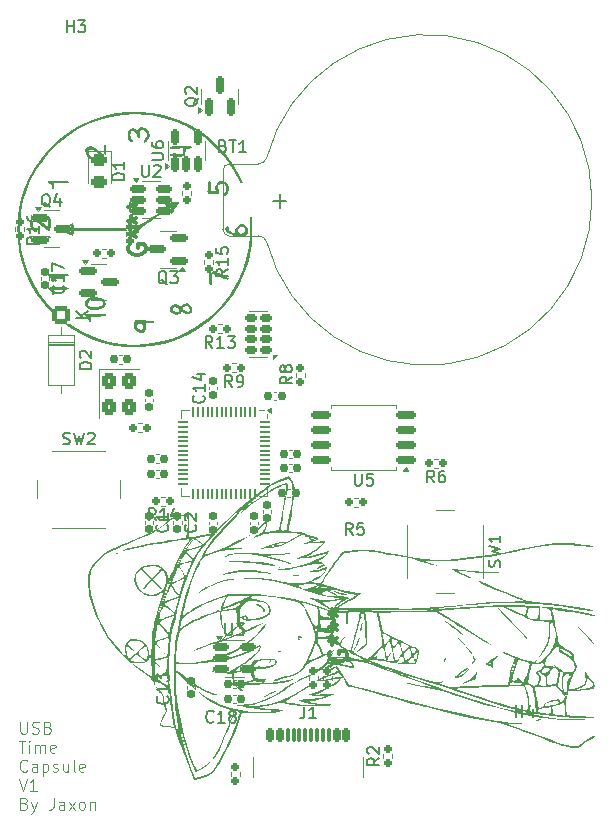
<source format=gbr>
%TF.GenerationSoftware,KiCad,Pcbnew,9.0.2*%
%TF.CreationDate,2025-07-31T20:28:33-07:00*%
%TF.ProjectId,TimeCapsule,54696d65-4361-4707-9375-6c652e6b6963,rev?*%
%TF.SameCoordinates,Original*%
%TF.FileFunction,Legend,Top*%
%TF.FilePolarity,Positive*%
%FSLAX46Y46*%
G04 Gerber Fmt 4.6, Leading zero omitted, Abs format (unit mm)*
G04 Created by KiCad (PCBNEW 9.0.2) date 2025-07-31 20:28:33*
%MOMM*%
%LPD*%
G01*
G04 APERTURE LIST*
G04 Aperture macros list*
%AMRoundRect*
0 Rectangle with rounded corners*
0 $1 Rounding radius*
0 $2 $3 $4 $5 $6 $7 $8 $9 X,Y pos of 4 corners*
0 Add a 4 corners polygon primitive as box body*
4,1,4,$2,$3,$4,$5,$6,$7,$8,$9,$2,$3,0*
0 Add four circle primitives for the rounded corners*
1,1,$1+$1,$2,$3*
1,1,$1+$1,$4,$5*
1,1,$1+$1,$6,$7*
1,1,$1+$1,$8,$9*
0 Add four rect primitives between the rounded corners*
20,1,$1+$1,$2,$3,$4,$5,0*
20,1,$1+$1,$4,$5,$6,$7,0*
20,1,$1+$1,$6,$7,$8,$9,0*
20,1,$1+$1,$8,$9,$2,$3,0*%
G04 Aperture macros list end*
%ADD10C,0.100000*%
%ADD11C,0.150000*%
%ADD12C,0.300000*%
%ADD13C,0.120000*%
%ADD14C,0.000000*%
%ADD15RoundRect,0.150000X-0.587500X-0.150000X0.587500X-0.150000X0.587500X0.150000X-0.587500X0.150000X0*%
%ADD16RoundRect,0.150000X0.587500X0.150000X-0.587500X0.150000X-0.587500X-0.150000X0.587500X-0.150000X0*%
%ADD17RoundRect,0.160000X-0.160000X0.197500X-0.160000X-0.197500X0.160000X-0.197500X0.160000X0.197500X0*%
%ADD18C,2.000000*%
%ADD19RoundRect,0.160000X0.197500X0.160000X-0.197500X0.160000X-0.197500X-0.160000X0.197500X-0.160000X0*%
%ADD20RoundRect,0.250000X-0.550000X0.550000X-0.550000X-0.550000X0.550000X-0.550000X0.550000X0.550000X0*%
%ADD21C,1.600000*%
%ADD22RoundRect,0.155000X-0.155000X0.212500X-0.155000X-0.212500X0.155000X-0.212500X0.155000X0.212500X0*%
%ADD23RoundRect,0.150000X-0.512500X-0.150000X0.512500X-0.150000X0.512500X0.150000X-0.512500X0.150000X0*%
%ADD24RoundRect,0.155000X0.212500X0.155000X-0.212500X0.155000X-0.212500X-0.155000X0.212500X-0.155000X0*%
%ADD25RoundRect,0.160000X0.160000X-0.197500X0.160000X0.197500X-0.160000X0.197500X-0.160000X-0.197500X0*%
%ADD26RoundRect,0.050000X-0.050000X0.387500X-0.050000X-0.387500X0.050000X-0.387500X0.050000X0.387500X0*%
%ADD27RoundRect,0.050000X-0.387500X0.050000X-0.387500X-0.050000X0.387500X-0.050000X0.387500X0.050000X0*%
%ADD28R,3.200000X3.200000*%
%ADD29RoundRect,0.155000X0.155000X-0.212500X0.155000X0.212500X-0.155000X0.212500X-0.155000X-0.212500X0*%
%ADD30RoundRect,0.160000X-0.197500X-0.160000X0.197500X-0.160000X0.197500X0.160000X-0.197500X0.160000X0*%
%ADD31RoundRect,0.162500X0.650000X0.162500X-0.650000X0.162500X-0.650000X-0.162500X0.650000X-0.162500X0*%
%ADD32C,2.700000*%
%ADD33RoundRect,0.162500X0.312500X0.162500X-0.312500X0.162500X-0.312500X-0.162500X0.312500X-0.162500X0*%
%ADD34RoundRect,0.150000X0.150000X-0.512500X0.150000X0.512500X-0.150000X0.512500X-0.150000X-0.512500X0*%
%ADD35R,3.000000X3.000000*%
%ADD36C,3.000000*%
%ADD37RoundRect,0.243750X-0.456250X0.243750X-0.456250X-0.243750X0.456250X-0.243750X0.456250X0.243750X0*%
%ADD38RoundRect,0.155000X-0.212500X-0.155000X0.212500X-0.155000X0.212500X0.155000X-0.212500X0.155000X0*%
%ADD39RoundRect,0.250000X-0.350000X0.450000X-0.350000X-0.450000X0.350000X-0.450000X0.350000X0.450000X0*%
%ADD40RoundRect,0.150000X0.150000X-0.587500X0.150000X0.587500X-0.150000X0.587500X-0.150000X-0.587500X0*%
%ADD41C,0.650000*%
%ADD42RoundRect,0.150000X-0.150000X-0.425000X0.150000X-0.425000X0.150000X0.425000X-0.150000X0.425000X0*%
%ADD43RoundRect,0.075000X-0.075000X-0.500000X0.075000X-0.500000X0.075000X0.500000X-0.075000X0.500000X0*%
%ADD44O,1.000000X2.100000*%
%ADD45O,1.000000X1.800000*%
G04 APERTURE END LIST*
D10*
X51303884Y-111182643D02*
X51303884Y-111992166D01*
X51303884Y-111992166D02*
X51351503Y-112087404D01*
X51351503Y-112087404D02*
X51399122Y-112135024D01*
X51399122Y-112135024D02*
X51494360Y-112182643D01*
X51494360Y-112182643D02*
X51684836Y-112182643D01*
X51684836Y-112182643D02*
X51780074Y-112135024D01*
X51780074Y-112135024D02*
X51827693Y-112087404D01*
X51827693Y-112087404D02*
X51875312Y-111992166D01*
X51875312Y-111992166D02*
X51875312Y-111182643D01*
X52303884Y-112135024D02*
X52446741Y-112182643D01*
X52446741Y-112182643D02*
X52684836Y-112182643D01*
X52684836Y-112182643D02*
X52780074Y-112135024D01*
X52780074Y-112135024D02*
X52827693Y-112087404D01*
X52827693Y-112087404D02*
X52875312Y-111992166D01*
X52875312Y-111992166D02*
X52875312Y-111896928D01*
X52875312Y-111896928D02*
X52827693Y-111801690D01*
X52827693Y-111801690D02*
X52780074Y-111754071D01*
X52780074Y-111754071D02*
X52684836Y-111706452D01*
X52684836Y-111706452D02*
X52494360Y-111658833D01*
X52494360Y-111658833D02*
X52399122Y-111611214D01*
X52399122Y-111611214D02*
X52351503Y-111563595D01*
X52351503Y-111563595D02*
X52303884Y-111468357D01*
X52303884Y-111468357D02*
X52303884Y-111373119D01*
X52303884Y-111373119D02*
X52351503Y-111277881D01*
X52351503Y-111277881D02*
X52399122Y-111230262D01*
X52399122Y-111230262D02*
X52494360Y-111182643D01*
X52494360Y-111182643D02*
X52732455Y-111182643D01*
X52732455Y-111182643D02*
X52875312Y-111230262D01*
X53637217Y-111658833D02*
X53780074Y-111706452D01*
X53780074Y-111706452D02*
X53827693Y-111754071D01*
X53827693Y-111754071D02*
X53875312Y-111849309D01*
X53875312Y-111849309D02*
X53875312Y-111992166D01*
X53875312Y-111992166D02*
X53827693Y-112087404D01*
X53827693Y-112087404D02*
X53780074Y-112135024D01*
X53780074Y-112135024D02*
X53684836Y-112182643D01*
X53684836Y-112182643D02*
X53303884Y-112182643D01*
X53303884Y-112182643D02*
X53303884Y-111182643D01*
X53303884Y-111182643D02*
X53637217Y-111182643D01*
X53637217Y-111182643D02*
X53732455Y-111230262D01*
X53732455Y-111230262D02*
X53780074Y-111277881D01*
X53780074Y-111277881D02*
X53827693Y-111373119D01*
X53827693Y-111373119D02*
X53827693Y-111468357D01*
X53827693Y-111468357D02*
X53780074Y-111563595D01*
X53780074Y-111563595D02*
X53732455Y-111611214D01*
X53732455Y-111611214D02*
X53637217Y-111658833D01*
X53637217Y-111658833D02*
X53303884Y-111658833D01*
X51161027Y-112792587D02*
X51732455Y-112792587D01*
X51446741Y-113792587D02*
X51446741Y-112792587D01*
X52065789Y-113792587D02*
X52065789Y-113125920D01*
X52065789Y-112792587D02*
X52018170Y-112840206D01*
X52018170Y-112840206D02*
X52065789Y-112887825D01*
X52065789Y-112887825D02*
X52113408Y-112840206D01*
X52113408Y-112840206D02*
X52065789Y-112792587D01*
X52065789Y-112792587D02*
X52065789Y-112887825D01*
X52541979Y-113792587D02*
X52541979Y-113125920D01*
X52541979Y-113221158D02*
X52589598Y-113173539D01*
X52589598Y-113173539D02*
X52684836Y-113125920D01*
X52684836Y-113125920D02*
X52827693Y-113125920D01*
X52827693Y-113125920D02*
X52922931Y-113173539D01*
X52922931Y-113173539D02*
X52970550Y-113268777D01*
X52970550Y-113268777D02*
X52970550Y-113792587D01*
X52970550Y-113268777D02*
X53018169Y-113173539D01*
X53018169Y-113173539D02*
X53113407Y-113125920D01*
X53113407Y-113125920D02*
X53256264Y-113125920D01*
X53256264Y-113125920D02*
X53351503Y-113173539D01*
X53351503Y-113173539D02*
X53399122Y-113268777D01*
X53399122Y-113268777D02*
X53399122Y-113792587D01*
X54256264Y-113744968D02*
X54161026Y-113792587D01*
X54161026Y-113792587D02*
X53970550Y-113792587D01*
X53970550Y-113792587D02*
X53875312Y-113744968D01*
X53875312Y-113744968D02*
X53827693Y-113649729D01*
X53827693Y-113649729D02*
X53827693Y-113268777D01*
X53827693Y-113268777D02*
X53875312Y-113173539D01*
X53875312Y-113173539D02*
X53970550Y-113125920D01*
X53970550Y-113125920D02*
X54161026Y-113125920D01*
X54161026Y-113125920D02*
X54256264Y-113173539D01*
X54256264Y-113173539D02*
X54303883Y-113268777D01*
X54303883Y-113268777D02*
X54303883Y-113364015D01*
X54303883Y-113364015D02*
X53827693Y-113459253D01*
X51875312Y-115307292D02*
X51827693Y-115354912D01*
X51827693Y-115354912D02*
X51684836Y-115402531D01*
X51684836Y-115402531D02*
X51589598Y-115402531D01*
X51589598Y-115402531D02*
X51446741Y-115354912D01*
X51446741Y-115354912D02*
X51351503Y-115259673D01*
X51351503Y-115259673D02*
X51303884Y-115164435D01*
X51303884Y-115164435D02*
X51256265Y-114973959D01*
X51256265Y-114973959D02*
X51256265Y-114831102D01*
X51256265Y-114831102D02*
X51303884Y-114640626D01*
X51303884Y-114640626D02*
X51351503Y-114545388D01*
X51351503Y-114545388D02*
X51446741Y-114450150D01*
X51446741Y-114450150D02*
X51589598Y-114402531D01*
X51589598Y-114402531D02*
X51684836Y-114402531D01*
X51684836Y-114402531D02*
X51827693Y-114450150D01*
X51827693Y-114450150D02*
X51875312Y-114497769D01*
X52732455Y-115402531D02*
X52732455Y-114878721D01*
X52732455Y-114878721D02*
X52684836Y-114783483D01*
X52684836Y-114783483D02*
X52589598Y-114735864D01*
X52589598Y-114735864D02*
X52399122Y-114735864D01*
X52399122Y-114735864D02*
X52303884Y-114783483D01*
X52732455Y-115354912D02*
X52637217Y-115402531D01*
X52637217Y-115402531D02*
X52399122Y-115402531D01*
X52399122Y-115402531D02*
X52303884Y-115354912D01*
X52303884Y-115354912D02*
X52256265Y-115259673D01*
X52256265Y-115259673D02*
X52256265Y-115164435D01*
X52256265Y-115164435D02*
X52303884Y-115069197D01*
X52303884Y-115069197D02*
X52399122Y-115021578D01*
X52399122Y-115021578D02*
X52637217Y-115021578D01*
X52637217Y-115021578D02*
X52732455Y-114973959D01*
X53208646Y-114735864D02*
X53208646Y-115735864D01*
X53208646Y-114783483D02*
X53303884Y-114735864D01*
X53303884Y-114735864D02*
X53494360Y-114735864D01*
X53494360Y-114735864D02*
X53589598Y-114783483D01*
X53589598Y-114783483D02*
X53637217Y-114831102D01*
X53637217Y-114831102D02*
X53684836Y-114926340D01*
X53684836Y-114926340D02*
X53684836Y-115212054D01*
X53684836Y-115212054D02*
X53637217Y-115307292D01*
X53637217Y-115307292D02*
X53589598Y-115354912D01*
X53589598Y-115354912D02*
X53494360Y-115402531D01*
X53494360Y-115402531D02*
X53303884Y-115402531D01*
X53303884Y-115402531D02*
X53208646Y-115354912D01*
X54065789Y-115354912D02*
X54161027Y-115402531D01*
X54161027Y-115402531D02*
X54351503Y-115402531D01*
X54351503Y-115402531D02*
X54446741Y-115354912D01*
X54446741Y-115354912D02*
X54494360Y-115259673D01*
X54494360Y-115259673D02*
X54494360Y-115212054D01*
X54494360Y-115212054D02*
X54446741Y-115116816D01*
X54446741Y-115116816D02*
X54351503Y-115069197D01*
X54351503Y-115069197D02*
X54208646Y-115069197D01*
X54208646Y-115069197D02*
X54113408Y-115021578D01*
X54113408Y-115021578D02*
X54065789Y-114926340D01*
X54065789Y-114926340D02*
X54065789Y-114878721D01*
X54065789Y-114878721D02*
X54113408Y-114783483D01*
X54113408Y-114783483D02*
X54208646Y-114735864D01*
X54208646Y-114735864D02*
X54351503Y-114735864D01*
X54351503Y-114735864D02*
X54446741Y-114783483D01*
X55351503Y-114735864D02*
X55351503Y-115402531D01*
X54922932Y-114735864D02*
X54922932Y-115259673D01*
X54922932Y-115259673D02*
X54970551Y-115354912D01*
X54970551Y-115354912D02*
X55065789Y-115402531D01*
X55065789Y-115402531D02*
X55208646Y-115402531D01*
X55208646Y-115402531D02*
X55303884Y-115354912D01*
X55303884Y-115354912D02*
X55351503Y-115307292D01*
X55970551Y-115402531D02*
X55875313Y-115354912D01*
X55875313Y-115354912D02*
X55827694Y-115259673D01*
X55827694Y-115259673D02*
X55827694Y-114402531D01*
X56732456Y-115354912D02*
X56637218Y-115402531D01*
X56637218Y-115402531D02*
X56446742Y-115402531D01*
X56446742Y-115402531D02*
X56351504Y-115354912D01*
X56351504Y-115354912D02*
X56303885Y-115259673D01*
X56303885Y-115259673D02*
X56303885Y-114878721D01*
X56303885Y-114878721D02*
X56351504Y-114783483D01*
X56351504Y-114783483D02*
X56446742Y-114735864D01*
X56446742Y-114735864D02*
X56637218Y-114735864D01*
X56637218Y-114735864D02*
X56732456Y-114783483D01*
X56732456Y-114783483D02*
X56780075Y-114878721D01*
X56780075Y-114878721D02*
X56780075Y-114973959D01*
X56780075Y-114973959D02*
X56303885Y-115069197D01*
X51161027Y-116012475D02*
X51494360Y-117012475D01*
X51494360Y-117012475D02*
X51827693Y-116012475D01*
X52684836Y-117012475D02*
X52113408Y-117012475D01*
X52399122Y-117012475D02*
X52399122Y-116012475D01*
X52399122Y-116012475D02*
X52303884Y-116155332D01*
X52303884Y-116155332D02*
X52208646Y-116250570D01*
X52208646Y-116250570D02*
X52113408Y-116298189D01*
X51637217Y-118098609D02*
X51780074Y-118146228D01*
X51780074Y-118146228D02*
X51827693Y-118193847D01*
X51827693Y-118193847D02*
X51875312Y-118289085D01*
X51875312Y-118289085D02*
X51875312Y-118431942D01*
X51875312Y-118431942D02*
X51827693Y-118527180D01*
X51827693Y-118527180D02*
X51780074Y-118574800D01*
X51780074Y-118574800D02*
X51684836Y-118622419D01*
X51684836Y-118622419D02*
X51303884Y-118622419D01*
X51303884Y-118622419D02*
X51303884Y-117622419D01*
X51303884Y-117622419D02*
X51637217Y-117622419D01*
X51637217Y-117622419D02*
X51732455Y-117670038D01*
X51732455Y-117670038D02*
X51780074Y-117717657D01*
X51780074Y-117717657D02*
X51827693Y-117812895D01*
X51827693Y-117812895D02*
X51827693Y-117908133D01*
X51827693Y-117908133D02*
X51780074Y-118003371D01*
X51780074Y-118003371D02*
X51732455Y-118050990D01*
X51732455Y-118050990D02*
X51637217Y-118098609D01*
X51637217Y-118098609D02*
X51303884Y-118098609D01*
X52208646Y-117955752D02*
X52446741Y-118622419D01*
X52684836Y-117955752D02*
X52446741Y-118622419D01*
X52446741Y-118622419D02*
X52351503Y-118860514D01*
X52351503Y-118860514D02*
X52303884Y-118908133D01*
X52303884Y-118908133D02*
X52208646Y-118955752D01*
X54113408Y-117622419D02*
X54113408Y-118336704D01*
X54113408Y-118336704D02*
X54065789Y-118479561D01*
X54065789Y-118479561D02*
X53970551Y-118574800D01*
X53970551Y-118574800D02*
X53827694Y-118622419D01*
X53827694Y-118622419D02*
X53732456Y-118622419D01*
X55018170Y-118622419D02*
X55018170Y-118098609D01*
X55018170Y-118098609D02*
X54970551Y-118003371D01*
X54970551Y-118003371D02*
X54875313Y-117955752D01*
X54875313Y-117955752D02*
X54684837Y-117955752D01*
X54684837Y-117955752D02*
X54589599Y-118003371D01*
X55018170Y-118574800D02*
X54922932Y-118622419D01*
X54922932Y-118622419D02*
X54684837Y-118622419D01*
X54684837Y-118622419D02*
X54589599Y-118574800D01*
X54589599Y-118574800D02*
X54541980Y-118479561D01*
X54541980Y-118479561D02*
X54541980Y-118384323D01*
X54541980Y-118384323D02*
X54589599Y-118289085D01*
X54589599Y-118289085D02*
X54684837Y-118241466D01*
X54684837Y-118241466D02*
X54922932Y-118241466D01*
X54922932Y-118241466D02*
X55018170Y-118193847D01*
X55399123Y-118622419D02*
X55922932Y-117955752D01*
X55399123Y-117955752D02*
X55922932Y-118622419D01*
X56446742Y-118622419D02*
X56351504Y-118574800D01*
X56351504Y-118574800D02*
X56303885Y-118527180D01*
X56303885Y-118527180D02*
X56256266Y-118431942D01*
X56256266Y-118431942D02*
X56256266Y-118146228D01*
X56256266Y-118146228D02*
X56303885Y-118050990D01*
X56303885Y-118050990D02*
X56351504Y-118003371D01*
X56351504Y-118003371D02*
X56446742Y-117955752D01*
X56446742Y-117955752D02*
X56589599Y-117955752D01*
X56589599Y-117955752D02*
X56684837Y-118003371D01*
X56684837Y-118003371D02*
X56732456Y-118050990D01*
X56732456Y-118050990D02*
X56780075Y-118146228D01*
X56780075Y-118146228D02*
X56780075Y-118431942D01*
X56780075Y-118431942D02*
X56732456Y-118527180D01*
X56732456Y-118527180D02*
X56684837Y-118574800D01*
X56684837Y-118574800D02*
X56589599Y-118622419D01*
X56589599Y-118622419D02*
X56446742Y-118622419D01*
X57208647Y-117955752D02*
X57208647Y-118622419D01*
X57208647Y-118050990D02*
X57256266Y-118003371D01*
X57256266Y-118003371D02*
X57351504Y-117955752D01*
X57351504Y-117955752D02*
X57494361Y-117955752D01*
X57494361Y-117955752D02*
X57589599Y-118003371D01*
X57589599Y-118003371D02*
X57637218Y-118098609D01*
X57637218Y-118098609D02*
X57637218Y-118622419D01*
D11*
X53842261Y-67600057D02*
X53747023Y-67552438D01*
X53747023Y-67552438D02*
X53651785Y-67457200D01*
X53651785Y-67457200D02*
X53508928Y-67314342D01*
X53508928Y-67314342D02*
X53413690Y-67266723D01*
X53413690Y-67266723D02*
X53318452Y-67266723D01*
X53366071Y-67504819D02*
X53270833Y-67457200D01*
X53270833Y-67457200D02*
X53175595Y-67361961D01*
X53175595Y-67361961D02*
X53127976Y-67171485D01*
X53127976Y-67171485D02*
X53127976Y-66838152D01*
X53127976Y-66838152D02*
X53175595Y-66647676D01*
X53175595Y-66647676D02*
X53270833Y-66552438D01*
X53270833Y-66552438D02*
X53366071Y-66504819D01*
X53366071Y-66504819D02*
X53556547Y-66504819D01*
X53556547Y-66504819D02*
X53651785Y-66552438D01*
X53651785Y-66552438D02*
X53747023Y-66647676D01*
X53747023Y-66647676D02*
X53794642Y-66838152D01*
X53794642Y-66838152D02*
X53794642Y-67171485D01*
X53794642Y-67171485D02*
X53747023Y-67361961D01*
X53747023Y-67361961D02*
X53651785Y-67457200D01*
X53651785Y-67457200D02*
X53556547Y-67504819D01*
X53556547Y-67504819D02*
X53366071Y-67504819D01*
X54651785Y-66838152D02*
X54651785Y-67504819D01*
X54413690Y-66457200D02*
X54175595Y-67171485D01*
X54175595Y-67171485D02*
X54794642Y-67171485D01*
X63717261Y-74150057D02*
X63622023Y-74102438D01*
X63622023Y-74102438D02*
X63526785Y-74007200D01*
X63526785Y-74007200D02*
X63383928Y-73864342D01*
X63383928Y-73864342D02*
X63288690Y-73816723D01*
X63288690Y-73816723D02*
X63193452Y-73816723D01*
X63241071Y-74054819D02*
X63145833Y-74007200D01*
X63145833Y-74007200D02*
X63050595Y-73911961D01*
X63050595Y-73911961D02*
X63002976Y-73721485D01*
X63002976Y-73721485D02*
X63002976Y-73388152D01*
X63002976Y-73388152D02*
X63050595Y-73197676D01*
X63050595Y-73197676D02*
X63145833Y-73102438D01*
X63145833Y-73102438D02*
X63241071Y-73054819D01*
X63241071Y-73054819D02*
X63431547Y-73054819D01*
X63431547Y-73054819D02*
X63526785Y-73102438D01*
X63526785Y-73102438D02*
X63622023Y-73197676D01*
X63622023Y-73197676D02*
X63669642Y-73388152D01*
X63669642Y-73388152D02*
X63669642Y-73721485D01*
X63669642Y-73721485D02*
X63622023Y-73911961D01*
X63622023Y-73911961D02*
X63526785Y-74007200D01*
X63526785Y-74007200D02*
X63431547Y-74054819D01*
X63431547Y-74054819D02*
X63241071Y-74054819D01*
X64002976Y-73054819D02*
X64622023Y-73054819D01*
X64622023Y-73054819D02*
X64288690Y-73435771D01*
X64288690Y-73435771D02*
X64431547Y-73435771D01*
X64431547Y-73435771D02*
X64526785Y-73483390D01*
X64526785Y-73483390D02*
X64574404Y-73531009D01*
X64574404Y-73531009D02*
X64622023Y-73626247D01*
X64622023Y-73626247D02*
X64622023Y-73864342D01*
X64622023Y-73864342D02*
X64574404Y-73959580D01*
X64574404Y-73959580D02*
X64526785Y-74007200D01*
X64526785Y-74007200D02*
X64431547Y-74054819D01*
X64431547Y-74054819D02*
X64145833Y-74054819D01*
X64145833Y-74054819D02*
X64050595Y-74007200D01*
X64050595Y-74007200D02*
X64002976Y-73959580D01*
X68874819Y-72892857D02*
X68398628Y-73226190D01*
X68874819Y-73464285D02*
X67874819Y-73464285D01*
X67874819Y-73464285D02*
X67874819Y-73083333D01*
X67874819Y-73083333D02*
X67922438Y-72988095D01*
X67922438Y-72988095D02*
X67970057Y-72940476D01*
X67970057Y-72940476D02*
X68065295Y-72892857D01*
X68065295Y-72892857D02*
X68208152Y-72892857D01*
X68208152Y-72892857D02*
X68303390Y-72940476D01*
X68303390Y-72940476D02*
X68351009Y-72988095D01*
X68351009Y-72988095D02*
X68398628Y-73083333D01*
X68398628Y-73083333D02*
X68398628Y-73464285D01*
X68874819Y-71940476D02*
X68874819Y-72511904D01*
X68874819Y-72226190D02*
X67874819Y-72226190D01*
X67874819Y-72226190D02*
X68017676Y-72321428D01*
X68017676Y-72321428D02*
X68112914Y-72416666D01*
X68112914Y-72416666D02*
X68160533Y-72511904D01*
X67874819Y-71035714D02*
X67874819Y-71511904D01*
X67874819Y-71511904D02*
X68351009Y-71559523D01*
X68351009Y-71559523D02*
X68303390Y-71511904D01*
X68303390Y-71511904D02*
X68255771Y-71416666D01*
X68255771Y-71416666D02*
X68255771Y-71178571D01*
X68255771Y-71178571D02*
X68303390Y-71083333D01*
X68303390Y-71083333D02*
X68351009Y-71035714D01*
X68351009Y-71035714D02*
X68446247Y-70988095D01*
X68446247Y-70988095D02*
X68684342Y-70988095D01*
X68684342Y-70988095D02*
X68779580Y-71035714D01*
X68779580Y-71035714D02*
X68827200Y-71083333D01*
X68827200Y-71083333D02*
X68874819Y-71178571D01*
X68874819Y-71178571D02*
X68874819Y-71416666D01*
X68874819Y-71416666D02*
X68827200Y-71511904D01*
X68827200Y-71511904D02*
X68779580Y-71559523D01*
X54916667Y-87657200D02*
X55059524Y-87704819D01*
X55059524Y-87704819D02*
X55297619Y-87704819D01*
X55297619Y-87704819D02*
X55392857Y-87657200D01*
X55392857Y-87657200D02*
X55440476Y-87609580D01*
X55440476Y-87609580D02*
X55488095Y-87514342D01*
X55488095Y-87514342D02*
X55488095Y-87419104D01*
X55488095Y-87419104D02*
X55440476Y-87323866D01*
X55440476Y-87323866D02*
X55392857Y-87276247D01*
X55392857Y-87276247D02*
X55297619Y-87228628D01*
X55297619Y-87228628D02*
X55107143Y-87181009D01*
X55107143Y-87181009D02*
X55011905Y-87133390D01*
X55011905Y-87133390D02*
X54964286Y-87085771D01*
X54964286Y-87085771D02*
X54916667Y-86990533D01*
X54916667Y-86990533D02*
X54916667Y-86895295D01*
X54916667Y-86895295D02*
X54964286Y-86800057D01*
X54964286Y-86800057D02*
X55011905Y-86752438D01*
X55011905Y-86752438D02*
X55107143Y-86704819D01*
X55107143Y-86704819D02*
X55345238Y-86704819D01*
X55345238Y-86704819D02*
X55488095Y-86752438D01*
X55821429Y-86704819D02*
X56059524Y-87704819D01*
X56059524Y-87704819D02*
X56250000Y-86990533D01*
X56250000Y-86990533D02*
X56440476Y-87704819D01*
X56440476Y-87704819D02*
X56678572Y-86704819D01*
X57011905Y-86800057D02*
X57059524Y-86752438D01*
X57059524Y-86752438D02*
X57154762Y-86704819D01*
X57154762Y-86704819D02*
X57392857Y-86704819D01*
X57392857Y-86704819D02*
X57488095Y-86752438D01*
X57488095Y-86752438D02*
X57535714Y-86800057D01*
X57535714Y-86800057D02*
X57583333Y-86895295D01*
X57583333Y-86895295D02*
X57583333Y-86990533D01*
X57583333Y-86990533D02*
X57535714Y-87133390D01*
X57535714Y-87133390D02*
X56964286Y-87704819D01*
X56964286Y-87704819D02*
X57583333Y-87704819D01*
X52874819Y-70142857D02*
X52398628Y-70476190D01*
X52874819Y-70714285D02*
X51874819Y-70714285D01*
X51874819Y-70714285D02*
X51874819Y-70333333D01*
X51874819Y-70333333D02*
X51922438Y-70238095D01*
X51922438Y-70238095D02*
X51970057Y-70190476D01*
X51970057Y-70190476D02*
X52065295Y-70142857D01*
X52065295Y-70142857D02*
X52208152Y-70142857D01*
X52208152Y-70142857D02*
X52303390Y-70190476D01*
X52303390Y-70190476D02*
X52351009Y-70238095D01*
X52351009Y-70238095D02*
X52398628Y-70333333D01*
X52398628Y-70333333D02*
X52398628Y-70714285D01*
X52874819Y-69190476D02*
X52874819Y-69761904D01*
X52874819Y-69476190D02*
X51874819Y-69476190D01*
X51874819Y-69476190D02*
X52017676Y-69571428D01*
X52017676Y-69571428D02*
X52112914Y-69666666D01*
X52112914Y-69666666D02*
X52160533Y-69761904D01*
X51874819Y-68333333D02*
X51874819Y-68523809D01*
X51874819Y-68523809D02*
X51922438Y-68619047D01*
X51922438Y-68619047D02*
X51970057Y-68666666D01*
X51970057Y-68666666D02*
X52112914Y-68761904D01*
X52112914Y-68761904D02*
X52303390Y-68809523D01*
X52303390Y-68809523D02*
X52684342Y-68809523D01*
X52684342Y-68809523D02*
X52779580Y-68761904D01*
X52779580Y-68761904D02*
X52827200Y-68714285D01*
X52827200Y-68714285D02*
X52874819Y-68619047D01*
X52874819Y-68619047D02*
X52874819Y-68428571D01*
X52874819Y-68428571D02*
X52827200Y-68333333D01*
X52827200Y-68333333D02*
X52779580Y-68285714D01*
X52779580Y-68285714D02*
X52684342Y-68238095D01*
X52684342Y-68238095D02*
X52446247Y-68238095D01*
X52446247Y-68238095D02*
X52351009Y-68285714D01*
X52351009Y-68285714D02*
X52303390Y-68333333D01*
X52303390Y-68333333D02*
X52255771Y-68428571D01*
X52255771Y-68428571D02*
X52255771Y-68619047D01*
X52255771Y-68619047D02*
X52303390Y-68714285D01*
X52303390Y-68714285D02*
X52351009Y-68761904D01*
X52351009Y-68761904D02*
X52446247Y-68809523D01*
X62759642Y-94124819D02*
X62426309Y-93648628D01*
X62188214Y-94124819D02*
X62188214Y-93124819D01*
X62188214Y-93124819D02*
X62569166Y-93124819D01*
X62569166Y-93124819D02*
X62664404Y-93172438D01*
X62664404Y-93172438D02*
X62712023Y-93220057D01*
X62712023Y-93220057D02*
X62759642Y-93315295D01*
X62759642Y-93315295D02*
X62759642Y-93458152D01*
X62759642Y-93458152D02*
X62712023Y-93553390D01*
X62712023Y-93553390D02*
X62664404Y-93601009D01*
X62664404Y-93601009D02*
X62569166Y-93648628D01*
X62569166Y-93648628D02*
X62188214Y-93648628D01*
X63712023Y-94124819D02*
X63140595Y-94124819D01*
X63426309Y-94124819D02*
X63426309Y-93124819D01*
X63426309Y-93124819D02*
X63331071Y-93267676D01*
X63331071Y-93267676D02*
X63235833Y-93362914D01*
X63235833Y-93362914D02*
X63140595Y-93410533D01*
X64569166Y-93458152D02*
X64569166Y-94124819D01*
X64331071Y-93077200D02*
X64092976Y-93791485D01*
X64092976Y-93791485D02*
X64712023Y-93791485D01*
X57324819Y-81298094D02*
X56324819Y-81298094D01*
X56324819Y-81298094D02*
X56324819Y-81059999D01*
X56324819Y-81059999D02*
X56372438Y-80917142D01*
X56372438Y-80917142D02*
X56467676Y-80821904D01*
X56467676Y-80821904D02*
X56562914Y-80774285D01*
X56562914Y-80774285D02*
X56753390Y-80726666D01*
X56753390Y-80726666D02*
X56896247Y-80726666D01*
X56896247Y-80726666D02*
X57086723Y-80774285D01*
X57086723Y-80774285D02*
X57181961Y-80821904D01*
X57181961Y-80821904D02*
X57277200Y-80917142D01*
X57277200Y-80917142D02*
X57324819Y-81059999D01*
X57324819Y-81059999D02*
X57324819Y-81298094D01*
X56420057Y-80345713D02*
X56372438Y-80298094D01*
X56372438Y-80298094D02*
X56324819Y-80202856D01*
X56324819Y-80202856D02*
X56324819Y-79964761D01*
X56324819Y-79964761D02*
X56372438Y-79869523D01*
X56372438Y-79869523D02*
X56420057Y-79821904D01*
X56420057Y-79821904D02*
X56515295Y-79774285D01*
X56515295Y-79774285D02*
X56610533Y-79774285D01*
X56610533Y-79774285D02*
X56753390Y-79821904D01*
X56753390Y-79821904D02*
X57324819Y-80393332D01*
X57324819Y-80393332D02*
X57324819Y-79774285D01*
X57004819Y-77011904D02*
X56004819Y-77011904D01*
X57004819Y-76440476D02*
X56433390Y-76869047D01*
X56004819Y-76440476D02*
X56576247Y-77011904D01*
X86330833Y-90924819D02*
X85997500Y-90448628D01*
X85759405Y-90924819D02*
X85759405Y-89924819D01*
X85759405Y-89924819D02*
X86140357Y-89924819D01*
X86140357Y-89924819D02*
X86235595Y-89972438D01*
X86235595Y-89972438D02*
X86283214Y-90020057D01*
X86283214Y-90020057D02*
X86330833Y-90115295D01*
X86330833Y-90115295D02*
X86330833Y-90258152D01*
X86330833Y-90258152D02*
X86283214Y-90353390D01*
X86283214Y-90353390D02*
X86235595Y-90401009D01*
X86235595Y-90401009D02*
X86140357Y-90448628D01*
X86140357Y-90448628D02*
X85759405Y-90448628D01*
X87187976Y-89924819D02*
X86997500Y-89924819D01*
X86997500Y-89924819D02*
X86902262Y-89972438D01*
X86902262Y-89972438D02*
X86854643Y-90020057D01*
X86854643Y-90020057D02*
X86759405Y-90162914D01*
X86759405Y-90162914D02*
X86711786Y-90353390D01*
X86711786Y-90353390D02*
X86711786Y-90734342D01*
X86711786Y-90734342D02*
X86759405Y-90829580D01*
X86759405Y-90829580D02*
X86807024Y-90877200D01*
X86807024Y-90877200D02*
X86902262Y-90924819D01*
X86902262Y-90924819D02*
X87092738Y-90924819D01*
X87092738Y-90924819D02*
X87187976Y-90877200D01*
X87187976Y-90877200D02*
X87235595Y-90829580D01*
X87235595Y-90829580D02*
X87283214Y-90734342D01*
X87283214Y-90734342D02*
X87283214Y-90496247D01*
X87283214Y-90496247D02*
X87235595Y-90401009D01*
X87235595Y-90401009D02*
X87187976Y-90353390D01*
X87187976Y-90353390D02*
X87092738Y-90305771D01*
X87092738Y-90305771D02*
X86902262Y-90305771D01*
X86902262Y-90305771D02*
X86807024Y-90353390D01*
X86807024Y-90353390D02*
X86759405Y-90401009D01*
X86759405Y-90401009D02*
X86711786Y-90496247D01*
X63759580Y-109042857D02*
X63807200Y-109090476D01*
X63807200Y-109090476D02*
X63854819Y-109233333D01*
X63854819Y-109233333D02*
X63854819Y-109328571D01*
X63854819Y-109328571D02*
X63807200Y-109471428D01*
X63807200Y-109471428D02*
X63711961Y-109566666D01*
X63711961Y-109566666D02*
X63616723Y-109614285D01*
X63616723Y-109614285D02*
X63426247Y-109661904D01*
X63426247Y-109661904D02*
X63283390Y-109661904D01*
X63283390Y-109661904D02*
X63092914Y-109614285D01*
X63092914Y-109614285D02*
X62997676Y-109566666D01*
X62997676Y-109566666D02*
X62902438Y-109471428D01*
X62902438Y-109471428D02*
X62854819Y-109328571D01*
X62854819Y-109328571D02*
X62854819Y-109233333D01*
X62854819Y-109233333D02*
X62902438Y-109090476D01*
X62902438Y-109090476D02*
X62950057Y-109042857D01*
X63854819Y-108090476D02*
X63854819Y-108661904D01*
X63854819Y-108376190D02*
X62854819Y-108376190D01*
X62854819Y-108376190D02*
X62997676Y-108471428D01*
X62997676Y-108471428D02*
X63092914Y-108566666D01*
X63092914Y-108566666D02*
X63140533Y-108661904D01*
X62854819Y-107757142D02*
X62854819Y-107138095D01*
X62854819Y-107138095D02*
X63235771Y-107471428D01*
X63235771Y-107471428D02*
X63235771Y-107328571D01*
X63235771Y-107328571D02*
X63283390Y-107233333D01*
X63283390Y-107233333D02*
X63331009Y-107185714D01*
X63331009Y-107185714D02*
X63426247Y-107138095D01*
X63426247Y-107138095D02*
X63664342Y-107138095D01*
X63664342Y-107138095D02*
X63759580Y-107185714D01*
X63759580Y-107185714D02*
X63807200Y-107233333D01*
X63807200Y-107233333D02*
X63854819Y-107328571D01*
X63854819Y-107328571D02*
X63854819Y-107614285D01*
X63854819Y-107614285D02*
X63807200Y-107709523D01*
X63807200Y-107709523D02*
X63759580Y-107757142D01*
X63719580Y-94499166D02*
X63767200Y-94546785D01*
X63767200Y-94546785D02*
X63814819Y-94689642D01*
X63814819Y-94689642D02*
X63814819Y-94784880D01*
X63814819Y-94784880D02*
X63767200Y-94927737D01*
X63767200Y-94927737D02*
X63671961Y-95022975D01*
X63671961Y-95022975D02*
X63576723Y-95070594D01*
X63576723Y-95070594D02*
X63386247Y-95118213D01*
X63386247Y-95118213D02*
X63243390Y-95118213D01*
X63243390Y-95118213D02*
X63052914Y-95070594D01*
X63052914Y-95070594D02*
X62957676Y-95022975D01*
X62957676Y-95022975D02*
X62862438Y-94927737D01*
X62862438Y-94927737D02*
X62814819Y-94784880D01*
X62814819Y-94784880D02*
X62814819Y-94689642D01*
X62814819Y-94689642D02*
X62862438Y-94546785D01*
X62862438Y-94546785D02*
X62910057Y-94499166D01*
X63814819Y-93546785D02*
X63814819Y-94118213D01*
X63814819Y-93832499D02*
X62814819Y-93832499D01*
X62814819Y-93832499D02*
X62957676Y-93927737D01*
X62957676Y-93927737D02*
X63052914Y-94022975D01*
X63052914Y-94022975D02*
X63100533Y-94118213D01*
X61600595Y-64054819D02*
X61600595Y-64864342D01*
X61600595Y-64864342D02*
X61648214Y-64959580D01*
X61648214Y-64959580D02*
X61695833Y-65007200D01*
X61695833Y-65007200D02*
X61791071Y-65054819D01*
X61791071Y-65054819D02*
X61981547Y-65054819D01*
X61981547Y-65054819D02*
X62076785Y-65007200D01*
X62076785Y-65007200D02*
X62124404Y-64959580D01*
X62124404Y-64959580D02*
X62172023Y-64864342D01*
X62172023Y-64864342D02*
X62172023Y-64054819D01*
X62600595Y-64150057D02*
X62648214Y-64102438D01*
X62648214Y-64102438D02*
X62743452Y-64054819D01*
X62743452Y-64054819D02*
X62981547Y-64054819D01*
X62981547Y-64054819D02*
X63076785Y-64102438D01*
X63076785Y-64102438D02*
X63124404Y-64150057D01*
X63124404Y-64150057D02*
X63172023Y-64245295D01*
X63172023Y-64245295D02*
X63172023Y-64340533D01*
X63172023Y-64340533D02*
X63124404Y-64483390D01*
X63124404Y-64483390D02*
X62552976Y-65054819D01*
X62552976Y-65054819D02*
X63172023Y-65054819D01*
X54919580Y-74275357D02*
X54967200Y-74322976D01*
X54967200Y-74322976D02*
X55014819Y-74465833D01*
X55014819Y-74465833D02*
X55014819Y-74561071D01*
X55014819Y-74561071D02*
X54967200Y-74703928D01*
X54967200Y-74703928D02*
X54871961Y-74799166D01*
X54871961Y-74799166D02*
X54776723Y-74846785D01*
X54776723Y-74846785D02*
X54586247Y-74894404D01*
X54586247Y-74894404D02*
X54443390Y-74894404D01*
X54443390Y-74894404D02*
X54252914Y-74846785D01*
X54252914Y-74846785D02*
X54157676Y-74799166D01*
X54157676Y-74799166D02*
X54062438Y-74703928D01*
X54062438Y-74703928D02*
X54014819Y-74561071D01*
X54014819Y-74561071D02*
X54014819Y-74465833D01*
X54014819Y-74465833D02*
X54062438Y-74322976D01*
X54062438Y-74322976D02*
X54110057Y-74275357D01*
X55014819Y-73322976D02*
X55014819Y-73894404D01*
X55014819Y-73608690D02*
X54014819Y-73608690D01*
X54014819Y-73608690D02*
X54157676Y-73703928D01*
X54157676Y-73703928D02*
X54252914Y-73799166D01*
X54252914Y-73799166D02*
X54300533Y-73894404D01*
X54014819Y-72989642D02*
X54014819Y-72322976D01*
X54014819Y-72322976D02*
X55014819Y-72751547D01*
X91907200Y-98083332D02*
X91954819Y-97940475D01*
X91954819Y-97940475D02*
X91954819Y-97702380D01*
X91954819Y-97702380D02*
X91907200Y-97607142D01*
X91907200Y-97607142D02*
X91859580Y-97559523D01*
X91859580Y-97559523D02*
X91764342Y-97511904D01*
X91764342Y-97511904D02*
X91669104Y-97511904D01*
X91669104Y-97511904D02*
X91573866Y-97559523D01*
X91573866Y-97559523D02*
X91526247Y-97607142D01*
X91526247Y-97607142D02*
X91478628Y-97702380D01*
X91478628Y-97702380D02*
X91431009Y-97892856D01*
X91431009Y-97892856D02*
X91383390Y-97988094D01*
X91383390Y-97988094D02*
X91335771Y-98035713D01*
X91335771Y-98035713D02*
X91240533Y-98083332D01*
X91240533Y-98083332D02*
X91145295Y-98083332D01*
X91145295Y-98083332D02*
X91050057Y-98035713D01*
X91050057Y-98035713D02*
X91002438Y-97988094D01*
X91002438Y-97988094D02*
X90954819Y-97892856D01*
X90954819Y-97892856D02*
X90954819Y-97654761D01*
X90954819Y-97654761D02*
X91002438Y-97511904D01*
X90954819Y-97178570D02*
X91954819Y-96940475D01*
X91954819Y-96940475D02*
X91240533Y-96749999D01*
X91240533Y-96749999D02*
X91954819Y-96559523D01*
X91954819Y-96559523D02*
X90954819Y-96321428D01*
X91954819Y-95416666D02*
X91954819Y-95988094D01*
X91954819Y-95702380D02*
X90954819Y-95702380D01*
X90954819Y-95702380D02*
X91097676Y-95797618D01*
X91097676Y-95797618D02*
X91192914Y-95892856D01*
X91192914Y-95892856D02*
X91240533Y-95988094D01*
X66119580Y-94499166D02*
X66167200Y-94546785D01*
X66167200Y-94546785D02*
X66214819Y-94689642D01*
X66214819Y-94689642D02*
X66214819Y-94784880D01*
X66214819Y-94784880D02*
X66167200Y-94927737D01*
X66167200Y-94927737D02*
X66071961Y-95022975D01*
X66071961Y-95022975D02*
X65976723Y-95070594D01*
X65976723Y-95070594D02*
X65786247Y-95118213D01*
X65786247Y-95118213D02*
X65643390Y-95118213D01*
X65643390Y-95118213D02*
X65452914Y-95070594D01*
X65452914Y-95070594D02*
X65357676Y-95022975D01*
X65357676Y-95022975D02*
X65262438Y-94927737D01*
X65262438Y-94927737D02*
X65214819Y-94784880D01*
X65214819Y-94784880D02*
X65214819Y-94689642D01*
X65214819Y-94689642D02*
X65262438Y-94546785D01*
X65262438Y-94546785D02*
X65310057Y-94499166D01*
X65310057Y-94118213D02*
X65262438Y-94070594D01*
X65262438Y-94070594D02*
X65214819Y-93975356D01*
X65214819Y-93975356D02*
X65214819Y-93737261D01*
X65214819Y-93737261D02*
X65262438Y-93642023D01*
X65262438Y-93642023D02*
X65310057Y-93594404D01*
X65310057Y-93594404D02*
X65405295Y-93546785D01*
X65405295Y-93546785D02*
X65500533Y-93546785D01*
X65500533Y-93546785D02*
X65643390Y-93594404D01*
X65643390Y-93594404D02*
X66214819Y-94165832D01*
X66214819Y-94165832D02*
X66214819Y-93546785D01*
X66799580Y-83575357D02*
X66847200Y-83622976D01*
X66847200Y-83622976D02*
X66894819Y-83765833D01*
X66894819Y-83765833D02*
X66894819Y-83861071D01*
X66894819Y-83861071D02*
X66847200Y-84003928D01*
X66847200Y-84003928D02*
X66751961Y-84099166D01*
X66751961Y-84099166D02*
X66656723Y-84146785D01*
X66656723Y-84146785D02*
X66466247Y-84194404D01*
X66466247Y-84194404D02*
X66323390Y-84194404D01*
X66323390Y-84194404D02*
X66132914Y-84146785D01*
X66132914Y-84146785D02*
X66037676Y-84099166D01*
X66037676Y-84099166D02*
X65942438Y-84003928D01*
X65942438Y-84003928D02*
X65894819Y-83861071D01*
X65894819Y-83861071D02*
X65894819Y-83765833D01*
X65894819Y-83765833D02*
X65942438Y-83622976D01*
X65942438Y-83622976D02*
X65990057Y-83575357D01*
X66894819Y-82622976D02*
X66894819Y-83194404D01*
X66894819Y-82908690D02*
X65894819Y-82908690D01*
X65894819Y-82908690D02*
X66037676Y-83003928D01*
X66037676Y-83003928D02*
X66132914Y-83099166D01*
X66132914Y-83099166D02*
X66180533Y-83194404D01*
X66228152Y-81765833D02*
X66894819Y-81765833D01*
X65847200Y-82003928D02*
X66561485Y-82242023D01*
X66561485Y-82242023D02*
X66561485Y-81622976D01*
D12*
X60499757Y-70821427D02*
X60428328Y-70964285D01*
X60428328Y-70964285D02*
X60428328Y-71178570D01*
X60428328Y-71178570D02*
X60499757Y-71392856D01*
X60499757Y-71392856D02*
X60642614Y-71535713D01*
X60642614Y-71535713D02*
X60785471Y-71607142D01*
X60785471Y-71607142D02*
X61071185Y-71678570D01*
X61071185Y-71678570D02*
X61285471Y-71678570D01*
X61285471Y-71678570D02*
X61571185Y-71607142D01*
X61571185Y-71607142D02*
X61714042Y-71535713D01*
X61714042Y-71535713D02*
X61856900Y-71392856D01*
X61856900Y-71392856D02*
X61928328Y-71178570D01*
X61928328Y-71178570D02*
X61928328Y-71035713D01*
X61928328Y-71035713D02*
X61856900Y-70821427D01*
X61856900Y-70821427D02*
X61785471Y-70749999D01*
X61785471Y-70749999D02*
X61285471Y-70749999D01*
X61285471Y-70749999D02*
X61285471Y-71035713D01*
X60428328Y-69892856D02*
X60785471Y-69892856D01*
X60642614Y-70249999D02*
X60785471Y-69892856D01*
X60785471Y-69892856D02*
X60642614Y-69535713D01*
X61071185Y-70107142D02*
X60785471Y-69892856D01*
X60785471Y-69892856D02*
X61071185Y-69678570D01*
X60428328Y-68749999D02*
X60785471Y-68749999D01*
X60642614Y-69107142D02*
X60785471Y-68749999D01*
X60785471Y-68749999D02*
X60642614Y-68392856D01*
X61071185Y-68964285D02*
X60785471Y-68749999D01*
X60785471Y-68749999D02*
X61071185Y-68535713D01*
X60428328Y-67607142D02*
X60785471Y-67607142D01*
X60642614Y-67964285D02*
X60785471Y-67607142D01*
X60785471Y-67607142D02*
X60642614Y-67249999D01*
X61071185Y-67821428D02*
X60785471Y-67607142D01*
X60785471Y-67607142D02*
X61071185Y-67392856D01*
D11*
X79433333Y-95354819D02*
X79100000Y-94878628D01*
X78861905Y-95354819D02*
X78861905Y-94354819D01*
X78861905Y-94354819D02*
X79242857Y-94354819D01*
X79242857Y-94354819D02*
X79338095Y-94402438D01*
X79338095Y-94402438D02*
X79385714Y-94450057D01*
X79385714Y-94450057D02*
X79433333Y-94545295D01*
X79433333Y-94545295D02*
X79433333Y-94688152D01*
X79433333Y-94688152D02*
X79385714Y-94783390D01*
X79385714Y-94783390D02*
X79338095Y-94831009D01*
X79338095Y-94831009D02*
X79242857Y-94878628D01*
X79242857Y-94878628D02*
X78861905Y-94878628D01*
X80338095Y-94354819D02*
X79861905Y-94354819D01*
X79861905Y-94354819D02*
X79814286Y-94831009D01*
X79814286Y-94831009D02*
X79861905Y-94783390D01*
X79861905Y-94783390D02*
X79957143Y-94735771D01*
X79957143Y-94735771D02*
X80195238Y-94735771D01*
X80195238Y-94735771D02*
X80290476Y-94783390D01*
X80290476Y-94783390D02*
X80338095Y-94831009D01*
X80338095Y-94831009D02*
X80385714Y-94926247D01*
X80385714Y-94926247D02*
X80385714Y-95164342D01*
X80385714Y-95164342D02*
X80338095Y-95259580D01*
X80338095Y-95259580D02*
X80290476Y-95307200D01*
X80290476Y-95307200D02*
X80195238Y-95354819D01*
X80195238Y-95354819D02*
X79957143Y-95354819D01*
X79957143Y-95354819D02*
X79861905Y-95307200D01*
X79861905Y-95307200D02*
X79814286Y-95259580D01*
X81684819Y-114269166D02*
X81208628Y-114602499D01*
X81684819Y-114840594D02*
X80684819Y-114840594D01*
X80684819Y-114840594D02*
X80684819Y-114459642D01*
X80684819Y-114459642D02*
X80732438Y-114364404D01*
X80732438Y-114364404D02*
X80780057Y-114316785D01*
X80780057Y-114316785D02*
X80875295Y-114269166D01*
X80875295Y-114269166D02*
X81018152Y-114269166D01*
X81018152Y-114269166D02*
X81113390Y-114316785D01*
X81113390Y-114316785D02*
X81161009Y-114364404D01*
X81161009Y-114364404D02*
X81208628Y-114459642D01*
X81208628Y-114459642D02*
X81208628Y-114840594D01*
X80780057Y-113888213D02*
X80732438Y-113840594D01*
X80732438Y-113840594D02*
X80684819Y-113745356D01*
X80684819Y-113745356D02*
X80684819Y-113507261D01*
X80684819Y-113507261D02*
X80732438Y-113412023D01*
X80732438Y-113412023D02*
X80780057Y-113364404D01*
X80780057Y-113364404D02*
X80875295Y-113316785D01*
X80875295Y-113316785D02*
X80970533Y-113316785D01*
X80970533Y-113316785D02*
X81113390Y-113364404D01*
X81113390Y-113364404D02*
X81684819Y-113935832D01*
X81684819Y-113935832D02*
X81684819Y-113316785D01*
X79625595Y-90189819D02*
X79625595Y-90999342D01*
X79625595Y-90999342D02*
X79673214Y-91094580D01*
X79673214Y-91094580D02*
X79720833Y-91142200D01*
X79720833Y-91142200D02*
X79816071Y-91189819D01*
X79816071Y-91189819D02*
X80006547Y-91189819D01*
X80006547Y-91189819D02*
X80101785Y-91142200D01*
X80101785Y-91142200D02*
X80149404Y-91094580D01*
X80149404Y-91094580D02*
X80197023Y-90999342D01*
X80197023Y-90999342D02*
X80197023Y-90189819D01*
X81149404Y-90189819D02*
X80673214Y-90189819D01*
X80673214Y-90189819D02*
X80625595Y-90666009D01*
X80625595Y-90666009D02*
X80673214Y-90618390D01*
X80673214Y-90618390D02*
X80768452Y-90570771D01*
X80768452Y-90570771D02*
X81006547Y-90570771D01*
X81006547Y-90570771D02*
X81101785Y-90618390D01*
X81101785Y-90618390D02*
X81149404Y-90666009D01*
X81149404Y-90666009D02*
X81197023Y-90761247D01*
X81197023Y-90761247D02*
X81197023Y-90999342D01*
X81197023Y-90999342D02*
X81149404Y-91094580D01*
X81149404Y-91094580D02*
X81101785Y-91142200D01*
X81101785Y-91142200D02*
X81006547Y-91189819D01*
X81006547Y-91189819D02*
X80768452Y-91189819D01*
X80768452Y-91189819D02*
X80673214Y-91142200D01*
X80673214Y-91142200D02*
X80625595Y-91094580D01*
X93238095Y-110804819D02*
X93238095Y-109804819D01*
X93238095Y-110281009D02*
X93809523Y-110281009D01*
X93809523Y-110804819D02*
X93809523Y-109804819D01*
X94714285Y-110138152D02*
X94714285Y-110804819D01*
X94476190Y-109757200D02*
X94238095Y-110471485D01*
X94238095Y-110471485D02*
X94857142Y-110471485D01*
D12*
X77510735Y-105250269D02*
X77439306Y-105393127D01*
X77439306Y-105393127D02*
X77439306Y-105607412D01*
X77439306Y-105607412D02*
X77510735Y-105821698D01*
X77510735Y-105821698D02*
X77653592Y-105964555D01*
X77653592Y-105964555D02*
X77796449Y-106035984D01*
X77796449Y-106035984D02*
X78082163Y-106107412D01*
X78082163Y-106107412D02*
X78296449Y-106107412D01*
X78296449Y-106107412D02*
X78582163Y-106035984D01*
X78582163Y-106035984D02*
X78725020Y-105964555D01*
X78725020Y-105964555D02*
X78867878Y-105821698D01*
X78867878Y-105821698D02*
X78939306Y-105607412D01*
X78939306Y-105607412D02*
X78939306Y-105464555D01*
X78939306Y-105464555D02*
X78867878Y-105250269D01*
X78867878Y-105250269D02*
X78796449Y-105178841D01*
X78796449Y-105178841D02*
X78296449Y-105178841D01*
X78296449Y-105178841D02*
X78296449Y-105464555D01*
X77439306Y-104321698D02*
X77796449Y-104321698D01*
X77653592Y-104678841D02*
X77796449Y-104321698D01*
X77796449Y-104321698D02*
X77653592Y-103964555D01*
X78082163Y-104535984D02*
X77796449Y-104321698D01*
X77796449Y-104321698D02*
X78082163Y-104107412D01*
X77439306Y-103178841D02*
X77796449Y-103178841D01*
X77653592Y-103535984D02*
X77796449Y-103178841D01*
X77796449Y-103178841D02*
X77653592Y-102821698D01*
X78082163Y-103393127D02*
X77796449Y-103178841D01*
X77796449Y-103178841D02*
X78082163Y-102964555D01*
X77439306Y-102035984D02*
X77796449Y-102035984D01*
X77653592Y-102393127D02*
X77796449Y-102035984D01*
X77796449Y-102035984D02*
X77653592Y-101678841D01*
X78082163Y-102250270D02*
X77796449Y-102035984D01*
X77796449Y-102035984D02*
X78082163Y-101821698D01*
D11*
X62417319Y-63611904D02*
X63226842Y-63611904D01*
X63226842Y-63611904D02*
X63322080Y-63564285D01*
X63322080Y-63564285D02*
X63369700Y-63516666D01*
X63369700Y-63516666D02*
X63417319Y-63421428D01*
X63417319Y-63421428D02*
X63417319Y-63230952D01*
X63417319Y-63230952D02*
X63369700Y-63135714D01*
X63369700Y-63135714D02*
X63322080Y-63088095D01*
X63322080Y-63088095D02*
X63226842Y-63040476D01*
X63226842Y-63040476D02*
X62417319Y-63040476D01*
X62417319Y-62135714D02*
X62417319Y-62326190D01*
X62417319Y-62326190D02*
X62464938Y-62421428D01*
X62464938Y-62421428D02*
X62512557Y-62469047D01*
X62512557Y-62469047D02*
X62655414Y-62564285D01*
X62655414Y-62564285D02*
X62845890Y-62611904D01*
X62845890Y-62611904D02*
X63226842Y-62611904D01*
X63226842Y-62611904D02*
X63322080Y-62564285D01*
X63322080Y-62564285D02*
X63369700Y-62516666D01*
X63369700Y-62516666D02*
X63417319Y-62421428D01*
X63417319Y-62421428D02*
X63417319Y-62230952D01*
X63417319Y-62230952D02*
X63369700Y-62135714D01*
X63369700Y-62135714D02*
X63322080Y-62088095D01*
X63322080Y-62088095D02*
X63226842Y-62040476D01*
X63226842Y-62040476D02*
X62988747Y-62040476D01*
X62988747Y-62040476D02*
X62893509Y-62088095D01*
X62893509Y-62088095D02*
X62845890Y-62135714D01*
X62845890Y-62135714D02*
X62798271Y-62230952D01*
X62798271Y-62230952D02*
X62798271Y-62421428D01*
X62798271Y-62421428D02*
X62845890Y-62516666D01*
X62845890Y-62516666D02*
X62893509Y-62564285D01*
X62893509Y-62564285D02*
X62988747Y-62611904D01*
X55238095Y-52804819D02*
X55238095Y-51804819D01*
X55238095Y-52281009D02*
X55809523Y-52281009D01*
X55809523Y-52804819D02*
X55809523Y-51804819D01*
X56190476Y-51804819D02*
X56809523Y-51804819D01*
X56809523Y-51804819D02*
X56476190Y-52185771D01*
X56476190Y-52185771D02*
X56619047Y-52185771D01*
X56619047Y-52185771D02*
X56714285Y-52233390D01*
X56714285Y-52233390D02*
X56761904Y-52281009D01*
X56761904Y-52281009D02*
X56809523Y-52376247D01*
X56809523Y-52376247D02*
X56809523Y-52614342D01*
X56809523Y-52614342D02*
X56761904Y-52709580D01*
X56761904Y-52709580D02*
X56714285Y-52757200D01*
X56714285Y-52757200D02*
X56619047Y-52804819D01*
X56619047Y-52804819D02*
X56333333Y-52804819D01*
X56333333Y-52804819D02*
X56238095Y-52757200D01*
X56238095Y-52757200D02*
X56190476Y-52709580D01*
X68660151Y-102854819D02*
X68660151Y-103664342D01*
X68660151Y-103664342D02*
X68707770Y-103759580D01*
X68707770Y-103759580D02*
X68755389Y-103807200D01*
X68755389Y-103807200D02*
X68850627Y-103854819D01*
X68850627Y-103854819D02*
X69041103Y-103854819D01*
X69041103Y-103854819D02*
X69136341Y-103807200D01*
X69136341Y-103807200D02*
X69183960Y-103759580D01*
X69183960Y-103759580D02*
X69231579Y-103664342D01*
X69231579Y-103664342D02*
X69231579Y-102854819D01*
X69612532Y-102854819D02*
X70231579Y-102854819D01*
X70231579Y-102854819D02*
X69898246Y-103235771D01*
X69898246Y-103235771D02*
X70041103Y-103235771D01*
X70041103Y-103235771D02*
X70136341Y-103283390D01*
X70136341Y-103283390D02*
X70183960Y-103331009D01*
X70183960Y-103331009D02*
X70231579Y-103426247D01*
X70231579Y-103426247D02*
X70231579Y-103664342D01*
X70231579Y-103664342D02*
X70183960Y-103759580D01*
X70183960Y-103759580D02*
X70136341Y-103807200D01*
X70136341Y-103807200D02*
X70041103Y-103854819D01*
X70041103Y-103854819D02*
X69755389Y-103854819D01*
X69755389Y-103854819D02*
X69660151Y-103807200D01*
X69660151Y-103807200D02*
X69612532Y-103759580D01*
X68464285Y-62431009D02*
X68607142Y-62478628D01*
X68607142Y-62478628D02*
X68654761Y-62526247D01*
X68654761Y-62526247D02*
X68702380Y-62621485D01*
X68702380Y-62621485D02*
X68702380Y-62764342D01*
X68702380Y-62764342D02*
X68654761Y-62859580D01*
X68654761Y-62859580D02*
X68607142Y-62907200D01*
X68607142Y-62907200D02*
X68511904Y-62954819D01*
X68511904Y-62954819D02*
X68130952Y-62954819D01*
X68130952Y-62954819D02*
X68130952Y-61954819D01*
X68130952Y-61954819D02*
X68464285Y-61954819D01*
X68464285Y-61954819D02*
X68559523Y-62002438D01*
X68559523Y-62002438D02*
X68607142Y-62050057D01*
X68607142Y-62050057D02*
X68654761Y-62145295D01*
X68654761Y-62145295D02*
X68654761Y-62240533D01*
X68654761Y-62240533D02*
X68607142Y-62335771D01*
X68607142Y-62335771D02*
X68559523Y-62383390D01*
X68559523Y-62383390D02*
X68464285Y-62431009D01*
X68464285Y-62431009D02*
X68130952Y-62431009D01*
X68988095Y-61954819D02*
X69559523Y-61954819D01*
X69273809Y-62954819D02*
X69273809Y-61954819D01*
X70416666Y-62954819D02*
X69845238Y-62954819D01*
X70130952Y-62954819D02*
X70130952Y-61954819D01*
X70130952Y-61954819D02*
X70035714Y-62097676D01*
X70035714Y-62097676D02*
X69940476Y-62192914D01*
X69940476Y-62192914D02*
X69845238Y-62240533D01*
X72678571Y-67114700D02*
X73821429Y-67114700D01*
X73250000Y-67686128D02*
X73250000Y-66543271D01*
X60104819Y-65300594D02*
X59104819Y-65300594D01*
X59104819Y-65300594D02*
X59104819Y-65062499D01*
X59104819Y-65062499D02*
X59152438Y-64919642D01*
X59152438Y-64919642D02*
X59247676Y-64824404D01*
X59247676Y-64824404D02*
X59342914Y-64776785D01*
X59342914Y-64776785D02*
X59533390Y-64729166D01*
X59533390Y-64729166D02*
X59676247Y-64729166D01*
X59676247Y-64729166D02*
X59866723Y-64776785D01*
X59866723Y-64776785D02*
X59961961Y-64824404D01*
X59961961Y-64824404D02*
X60057200Y-64919642D01*
X60057200Y-64919642D02*
X60104819Y-65062499D01*
X60104819Y-65062499D02*
X60104819Y-65300594D01*
X60104819Y-63776785D02*
X60104819Y-64348213D01*
X60104819Y-64062499D02*
X59104819Y-64062499D01*
X59104819Y-64062499D02*
X59247676Y-64157737D01*
X59247676Y-64157737D02*
X59342914Y-64252975D01*
X59342914Y-64252975D02*
X59390533Y-64348213D01*
X74284819Y-81966666D02*
X73808628Y-82299999D01*
X74284819Y-82538094D02*
X73284819Y-82538094D01*
X73284819Y-82538094D02*
X73284819Y-82157142D01*
X73284819Y-82157142D02*
X73332438Y-82061904D01*
X73332438Y-82061904D02*
X73380057Y-82014285D01*
X73380057Y-82014285D02*
X73475295Y-81966666D01*
X73475295Y-81966666D02*
X73618152Y-81966666D01*
X73618152Y-81966666D02*
X73713390Y-82014285D01*
X73713390Y-82014285D02*
X73761009Y-82061904D01*
X73761009Y-82061904D02*
X73808628Y-82157142D01*
X73808628Y-82157142D02*
X73808628Y-82538094D01*
X73713390Y-81395237D02*
X73665771Y-81490475D01*
X73665771Y-81490475D02*
X73618152Y-81538094D01*
X73618152Y-81538094D02*
X73522914Y-81585713D01*
X73522914Y-81585713D02*
X73475295Y-81585713D01*
X73475295Y-81585713D02*
X73380057Y-81538094D01*
X73380057Y-81538094D02*
X73332438Y-81490475D01*
X73332438Y-81490475D02*
X73284819Y-81395237D01*
X73284819Y-81395237D02*
X73284819Y-81204761D01*
X73284819Y-81204761D02*
X73332438Y-81109523D01*
X73332438Y-81109523D02*
X73380057Y-81061904D01*
X73380057Y-81061904D02*
X73475295Y-81014285D01*
X73475295Y-81014285D02*
X73522914Y-81014285D01*
X73522914Y-81014285D02*
X73618152Y-81061904D01*
X73618152Y-81061904D02*
X73665771Y-81109523D01*
X73665771Y-81109523D02*
X73713390Y-81204761D01*
X73713390Y-81204761D02*
X73713390Y-81395237D01*
X73713390Y-81395237D02*
X73761009Y-81490475D01*
X73761009Y-81490475D02*
X73808628Y-81538094D01*
X73808628Y-81538094D02*
X73903866Y-81585713D01*
X73903866Y-81585713D02*
X74094342Y-81585713D01*
X74094342Y-81585713D02*
X74189580Y-81538094D01*
X74189580Y-81538094D02*
X74237200Y-81490475D01*
X74237200Y-81490475D02*
X74284819Y-81395237D01*
X74284819Y-81395237D02*
X74284819Y-81204761D01*
X74284819Y-81204761D02*
X74237200Y-81109523D01*
X74237200Y-81109523D02*
X74189580Y-81061904D01*
X74189580Y-81061904D02*
X74094342Y-81014285D01*
X74094342Y-81014285D02*
X73903866Y-81014285D01*
X73903866Y-81014285D02*
X73808628Y-81061904D01*
X73808628Y-81061904D02*
X73761009Y-81109523D01*
X73761009Y-81109523D02*
X73713390Y-81204761D01*
X69230833Y-82824819D02*
X68897500Y-82348628D01*
X68659405Y-82824819D02*
X68659405Y-81824819D01*
X68659405Y-81824819D02*
X69040357Y-81824819D01*
X69040357Y-81824819D02*
X69135595Y-81872438D01*
X69135595Y-81872438D02*
X69183214Y-81920057D01*
X69183214Y-81920057D02*
X69230833Y-82015295D01*
X69230833Y-82015295D02*
X69230833Y-82158152D01*
X69230833Y-82158152D02*
X69183214Y-82253390D01*
X69183214Y-82253390D02*
X69135595Y-82301009D01*
X69135595Y-82301009D02*
X69040357Y-82348628D01*
X69040357Y-82348628D02*
X68659405Y-82348628D01*
X69707024Y-82824819D02*
X69897500Y-82824819D01*
X69897500Y-82824819D02*
X69992738Y-82777200D01*
X69992738Y-82777200D02*
X70040357Y-82729580D01*
X70040357Y-82729580D02*
X70135595Y-82586723D01*
X70135595Y-82586723D02*
X70183214Y-82396247D01*
X70183214Y-82396247D02*
X70183214Y-82015295D01*
X70183214Y-82015295D02*
X70135595Y-81920057D01*
X70135595Y-81920057D02*
X70087976Y-81872438D01*
X70087976Y-81872438D02*
X69992738Y-81824819D01*
X69992738Y-81824819D02*
X69802262Y-81824819D01*
X69802262Y-81824819D02*
X69707024Y-81872438D01*
X69707024Y-81872438D02*
X69659405Y-81920057D01*
X69659405Y-81920057D02*
X69611786Y-82015295D01*
X69611786Y-82015295D02*
X69611786Y-82253390D01*
X69611786Y-82253390D02*
X69659405Y-82348628D01*
X69659405Y-82348628D02*
X69707024Y-82396247D01*
X69707024Y-82396247D02*
X69802262Y-82443866D01*
X69802262Y-82443866D02*
X69992738Y-82443866D01*
X69992738Y-82443866D02*
X70087976Y-82396247D01*
X70087976Y-82396247D02*
X70135595Y-82348628D01*
X70135595Y-82348628D02*
X70183214Y-82253390D01*
X66350057Y-58332738D02*
X66302438Y-58427976D01*
X66302438Y-58427976D02*
X66207200Y-58523214D01*
X66207200Y-58523214D02*
X66064342Y-58666071D01*
X66064342Y-58666071D02*
X66016723Y-58761309D01*
X66016723Y-58761309D02*
X66016723Y-58856547D01*
X66254819Y-58808928D02*
X66207200Y-58904166D01*
X66207200Y-58904166D02*
X66111961Y-58999404D01*
X66111961Y-58999404D02*
X65921485Y-59047023D01*
X65921485Y-59047023D02*
X65588152Y-59047023D01*
X65588152Y-59047023D02*
X65397676Y-58999404D01*
X65397676Y-58999404D02*
X65302438Y-58904166D01*
X65302438Y-58904166D02*
X65254819Y-58808928D01*
X65254819Y-58808928D02*
X65254819Y-58618452D01*
X65254819Y-58618452D02*
X65302438Y-58523214D01*
X65302438Y-58523214D02*
X65397676Y-58427976D01*
X65397676Y-58427976D02*
X65588152Y-58380357D01*
X65588152Y-58380357D02*
X65921485Y-58380357D01*
X65921485Y-58380357D02*
X66111961Y-58427976D01*
X66111961Y-58427976D02*
X66207200Y-58523214D01*
X66207200Y-58523214D02*
X66254819Y-58618452D01*
X66254819Y-58618452D02*
X66254819Y-58808928D01*
X65350057Y-57999404D02*
X65302438Y-57951785D01*
X65302438Y-57951785D02*
X65254819Y-57856547D01*
X65254819Y-57856547D02*
X65254819Y-57618452D01*
X65254819Y-57618452D02*
X65302438Y-57523214D01*
X65302438Y-57523214D02*
X65350057Y-57475595D01*
X65350057Y-57475595D02*
X65445295Y-57427976D01*
X65445295Y-57427976D02*
X65540533Y-57427976D01*
X65540533Y-57427976D02*
X65683390Y-57475595D01*
X65683390Y-57475595D02*
X66254819Y-58047023D01*
X66254819Y-58047023D02*
X66254819Y-57427976D01*
X75346666Y-109904819D02*
X75346666Y-110619104D01*
X75346666Y-110619104D02*
X75299047Y-110761961D01*
X75299047Y-110761961D02*
X75203809Y-110857200D01*
X75203809Y-110857200D02*
X75060952Y-110904819D01*
X75060952Y-110904819D02*
X74965714Y-110904819D01*
X76346666Y-110904819D02*
X75775238Y-110904819D01*
X76060952Y-110904819D02*
X76060952Y-109904819D01*
X76060952Y-109904819D02*
X75965714Y-110047676D01*
X75965714Y-110047676D02*
X75870476Y-110142914D01*
X75870476Y-110142914D02*
X75775238Y-110190533D01*
X67657142Y-111159580D02*
X67609523Y-111207200D01*
X67609523Y-111207200D02*
X67466666Y-111254819D01*
X67466666Y-111254819D02*
X67371428Y-111254819D01*
X67371428Y-111254819D02*
X67228571Y-111207200D01*
X67228571Y-111207200D02*
X67133333Y-111111961D01*
X67133333Y-111111961D02*
X67085714Y-111016723D01*
X67085714Y-111016723D02*
X67038095Y-110826247D01*
X67038095Y-110826247D02*
X67038095Y-110683390D01*
X67038095Y-110683390D02*
X67085714Y-110492914D01*
X67085714Y-110492914D02*
X67133333Y-110397676D01*
X67133333Y-110397676D02*
X67228571Y-110302438D01*
X67228571Y-110302438D02*
X67371428Y-110254819D01*
X67371428Y-110254819D02*
X67466666Y-110254819D01*
X67466666Y-110254819D02*
X67609523Y-110302438D01*
X67609523Y-110302438D02*
X67657142Y-110350057D01*
X68609523Y-111254819D02*
X68038095Y-111254819D01*
X68323809Y-111254819D02*
X68323809Y-110254819D01*
X68323809Y-110254819D02*
X68228571Y-110397676D01*
X68228571Y-110397676D02*
X68133333Y-110492914D01*
X68133333Y-110492914D02*
X68038095Y-110540533D01*
X69180952Y-110683390D02*
X69085714Y-110635771D01*
X69085714Y-110635771D02*
X69038095Y-110588152D01*
X69038095Y-110588152D02*
X68990476Y-110492914D01*
X68990476Y-110492914D02*
X68990476Y-110445295D01*
X68990476Y-110445295D02*
X69038095Y-110350057D01*
X69038095Y-110350057D02*
X69085714Y-110302438D01*
X69085714Y-110302438D02*
X69180952Y-110254819D01*
X69180952Y-110254819D02*
X69371428Y-110254819D01*
X69371428Y-110254819D02*
X69466666Y-110302438D01*
X69466666Y-110302438D02*
X69514285Y-110350057D01*
X69514285Y-110350057D02*
X69561904Y-110445295D01*
X69561904Y-110445295D02*
X69561904Y-110492914D01*
X69561904Y-110492914D02*
X69514285Y-110588152D01*
X69514285Y-110588152D02*
X69466666Y-110635771D01*
X69466666Y-110635771D02*
X69371428Y-110683390D01*
X69371428Y-110683390D02*
X69180952Y-110683390D01*
X69180952Y-110683390D02*
X69085714Y-110731009D01*
X69085714Y-110731009D02*
X69038095Y-110778628D01*
X69038095Y-110778628D02*
X68990476Y-110873866D01*
X68990476Y-110873866D02*
X68990476Y-111064342D01*
X68990476Y-111064342D02*
X69038095Y-111159580D01*
X69038095Y-111159580D02*
X69085714Y-111207200D01*
X69085714Y-111207200D02*
X69180952Y-111254819D01*
X69180952Y-111254819D02*
X69371428Y-111254819D01*
X69371428Y-111254819D02*
X69466666Y-111207200D01*
X69466666Y-111207200D02*
X69514285Y-111159580D01*
X69514285Y-111159580D02*
X69561904Y-111064342D01*
X69561904Y-111064342D02*
X69561904Y-110873866D01*
X69561904Y-110873866D02*
X69514285Y-110778628D01*
X69514285Y-110778628D02*
X69466666Y-110731009D01*
X69466666Y-110731009D02*
X69371428Y-110683390D01*
X67559642Y-79524819D02*
X67226309Y-79048628D01*
X66988214Y-79524819D02*
X66988214Y-78524819D01*
X66988214Y-78524819D02*
X67369166Y-78524819D01*
X67369166Y-78524819D02*
X67464404Y-78572438D01*
X67464404Y-78572438D02*
X67512023Y-78620057D01*
X67512023Y-78620057D02*
X67559642Y-78715295D01*
X67559642Y-78715295D02*
X67559642Y-78858152D01*
X67559642Y-78858152D02*
X67512023Y-78953390D01*
X67512023Y-78953390D02*
X67464404Y-79001009D01*
X67464404Y-79001009D02*
X67369166Y-79048628D01*
X67369166Y-79048628D02*
X66988214Y-79048628D01*
X68512023Y-79524819D02*
X67940595Y-79524819D01*
X68226309Y-79524819D02*
X68226309Y-78524819D01*
X68226309Y-78524819D02*
X68131071Y-78667676D01*
X68131071Y-78667676D02*
X68035833Y-78762914D01*
X68035833Y-78762914D02*
X67940595Y-78810533D01*
X68845357Y-78524819D02*
X69464404Y-78524819D01*
X69464404Y-78524819D02*
X69131071Y-78905771D01*
X69131071Y-78905771D02*
X69273928Y-78905771D01*
X69273928Y-78905771D02*
X69369166Y-78953390D01*
X69369166Y-78953390D02*
X69416785Y-79001009D01*
X69416785Y-79001009D02*
X69464404Y-79096247D01*
X69464404Y-79096247D02*
X69464404Y-79334342D01*
X69464404Y-79334342D02*
X69416785Y-79429580D01*
X69416785Y-79429580D02*
X69369166Y-79477200D01*
X69369166Y-79477200D02*
X69273928Y-79524819D01*
X69273928Y-79524819D02*
X68988214Y-79524819D01*
X68988214Y-79524819D02*
X68892976Y-79477200D01*
X68892976Y-79477200D02*
X68845357Y-79429580D01*
D13*
%TO.C,Q4*%
X52775000Y-67940000D02*
X52535000Y-67610000D01*
X53015000Y-67610000D01*
X52775000Y-67940000D01*
G36*
X52775000Y-67940000D02*
G01*
X52535000Y-67610000D01*
X53015000Y-67610000D01*
X52775000Y-67940000D01*
G37*
X53937500Y-71010000D02*
X54587500Y-71010000D01*
X53937500Y-71010000D02*
X53287500Y-71010000D01*
X53937500Y-67890000D02*
X54587500Y-67890000D01*
X53937500Y-67890000D02*
X53287500Y-67890000D01*
%TO.C,Q3*%
X63812500Y-72760000D02*
X64462500Y-72760000D01*
X63812500Y-72760000D02*
X63162500Y-72760000D01*
X63812500Y-69640000D02*
X64462500Y-69640000D01*
X63812500Y-69640000D02*
X63162500Y-69640000D01*
X65215000Y-73040000D02*
X64735000Y-73040000D01*
X64975000Y-72710000D01*
X65215000Y-73040000D01*
G36*
X65215000Y-73040000D02*
G01*
X64735000Y-73040000D01*
X64975000Y-72710000D01*
X65215000Y-73040000D01*
G37*
%TO.C,R15*%
X66870000Y-72082379D02*
X66870000Y-72417621D01*
X67630000Y-72082379D02*
X67630000Y-72417621D01*
%TO.C,SW2*%
X52750000Y-90750000D02*
X52750000Y-92250000D01*
X54000000Y-94750000D02*
X58500000Y-94750000D01*
X58500000Y-88250000D02*
X54000000Y-88250000D01*
X59750000Y-92250000D02*
X59750000Y-90750000D01*
%TO.C,R16*%
X51630000Y-69332379D02*
X51630000Y-69667621D01*
X50870000Y-69332379D02*
X50870000Y-69667621D01*
%TO.C,R14*%
X63570121Y-92880000D02*
X63234879Y-92880000D01*
X63570121Y-92120000D02*
X63234879Y-92120000D01*
%TO.C,D2*%
X54750000Y-77790000D02*
X54750000Y-78440000D01*
X55870000Y-79040000D02*
X53630000Y-79040000D01*
X55870000Y-79160000D02*
X53630000Y-79160000D01*
X55870000Y-79280000D02*
X53630000Y-79280000D01*
X54750000Y-83330000D02*
X54750000Y-82680000D01*
X55870000Y-78440000D02*
X53630000Y-78440000D01*
X53630000Y-82680000D01*
X55870000Y-82680000D01*
X55870000Y-78440000D01*
%TO.C,R6*%
X86665121Y-88920000D02*
X86329879Y-88920000D01*
X86665121Y-89680000D02*
X86329879Y-89680000D01*
%TO.C,R10*%
X58567621Y-71120000D02*
X58232379Y-71120000D01*
X58567621Y-71880000D02*
X58232379Y-71880000D01*
%TO.C,C13*%
X65390000Y-108171665D02*
X65390000Y-108403335D01*
X66110000Y-108171665D02*
X66110000Y-108403335D01*
%TO.C,C1*%
X61840000Y-94216665D02*
X61840000Y-94448335D01*
X62560000Y-94216665D02*
X62560000Y-94448335D01*
%TO.C,C7*%
X71840000Y-93284165D02*
X71840000Y-93515835D01*
X72560000Y-93284165D02*
X72560000Y-93515835D01*
%TO.C,U2*%
X62362500Y-65440000D02*
X61562500Y-65440000D01*
X62362500Y-65440000D02*
X63162500Y-65440000D01*
X62362500Y-68560000D02*
X61562500Y-68560000D01*
X62362500Y-68560000D02*
X63162500Y-68560000D01*
X61062500Y-65490000D02*
X60822500Y-65160000D01*
X61302500Y-65160000D01*
X61062500Y-65490000D01*
G36*
X61062500Y-65490000D02*
G01*
X60822500Y-65160000D01*
X61302500Y-65160000D01*
X61062500Y-65490000D01*
G37*
%TO.C,C3*%
X63015835Y-88540000D02*
X62784165Y-88540000D01*
X63015835Y-89260000D02*
X62784165Y-89260000D01*
%TO.C,C17*%
X53040000Y-73516665D02*
X53040000Y-73748335D01*
X53760000Y-73516665D02*
X53760000Y-73748335D01*
%TO.C,C16*%
X59883335Y-80140000D02*
X59651665Y-80140000D01*
X59883335Y-80860000D02*
X59651665Y-80860000D01*
%TO.C,R3*%
X75720000Y-107672621D02*
X75720000Y-107337379D01*
X76480000Y-107672621D02*
X76480000Y-107337379D01*
%TO.C,U1*%
X64940000Y-84827500D02*
X65590000Y-84827500D01*
X64940000Y-85477500D02*
X64940000Y-84827500D01*
X64940000Y-91397500D02*
X64940000Y-92047500D01*
X64940000Y-92047500D02*
X65590000Y-92047500D01*
X71510000Y-84827500D02*
X71920000Y-84827500D01*
X72160000Y-85477500D02*
X72160000Y-85127500D01*
X72160000Y-91397500D02*
X72160000Y-92047500D01*
X72160000Y-92047500D02*
X71510000Y-92047500D01*
X72490000Y-85067500D02*
X72160000Y-84827500D01*
X72490000Y-84587500D01*
X72490000Y-85067500D01*
G36*
X72490000Y-85067500D02*
G01*
X72160000Y-84827500D01*
X72490000Y-84587500D01*
X72490000Y-85067500D01*
G37*
%TO.C,SW1*%
X84000000Y-94500000D02*
X84000000Y-99000000D01*
X86500000Y-100250000D02*
X88000000Y-100250000D01*
X88000000Y-93250000D02*
X86500000Y-93250000D01*
X90500000Y-99000000D02*
X90500000Y-94500000D01*
%TO.C,C5*%
X70740000Y-94251665D02*
X70740000Y-94483335D01*
X71460000Y-94251665D02*
X71460000Y-94483335D01*
%TO.C,C2*%
X64240000Y-94216665D02*
X64240000Y-94448335D01*
X64960000Y-94216665D02*
X64960000Y-94448335D01*
%TO.C,C14*%
X67240000Y-83048335D02*
X67240000Y-82816665D01*
X67960000Y-83048335D02*
X67960000Y-82816665D01*
D14*
%TO.C,G\u002A\u002A\u002A*%
G36*
X52997719Y-70039692D02*
G01*
X53364514Y-70050657D01*
X53624545Y-70068562D01*
X53788002Y-70095601D01*
X53865074Y-70133968D01*
X53865953Y-70185855D01*
X53838009Y-70220594D01*
X53766013Y-70237346D01*
X53603559Y-70250684D01*
X53377227Y-70258950D01*
X53193011Y-70260830D01*
X52588249Y-70260830D01*
X52588249Y-70499223D01*
X52579319Y-70652119D01*
X52544290Y-70715185D01*
X52485829Y-70718095D01*
X52399295Y-70650409D01*
X52363706Y-70552859D01*
X52305442Y-70414797D01*
X52192019Y-70283046D01*
X52188130Y-70279829D01*
X52095195Y-70190508D01*
X52071392Y-70124246D01*
X52125588Y-70078413D01*
X52266649Y-70050380D01*
X52503439Y-70037516D01*
X52844827Y-70037193D01*
X52997719Y-70039692D01*
G37*
G36*
X54918514Y-65377492D02*
G01*
X55185712Y-65389376D01*
X55356695Y-65411562D01*
X55441795Y-65445997D01*
X55451341Y-65494627D01*
X55418193Y-65538566D01*
X55346197Y-65555319D01*
X55183743Y-65568657D01*
X54957411Y-65576922D01*
X54773195Y-65578802D01*
X54168433Y-65578802D01*
X54168433Y-65817195D01*
X54159494Y-65970111D01*
X54124439Y-66033206D01*
X54066014Y-66036165D01*
X53978656Y-65965064D01*
X53944770Y-65853132D01*
X53874151Y-65690322D01*
X53781544Y-65623729D01*
X53678757Y-65543765D01*
X53654856Y-65465949D01*
X53676476Y-65429902D01*
X53736498Y-65404492D01*
X53851904Y-65387965D01*
X54039678Y-65378564D01*
X54316800Y-65374534D01*
X54544772Y-65373964D01*
X54918514Y-65377492D01*
G37*
G36*
X54925253Y-74390490D02*
G01*
X55196137Y-74401711D01*
X55364108Y-74421058D01*
X55436128Y-74449058D01*
X55439311Y-74454660D01*
X55427187Y-74539392D01*
X55411724Y-74553631D01*
X55335170Y-74570552D01*
X55169170Y-74591219D01*
X54941126Y-74612565D01*
X54767902Y-74625676D01*
X54174526Y-74666544D01*
X54156848Y-74877857D01*
X54118212Y-75035748D01*
X54053545Y-75094242D01*
X53987793Y-75051201D01*
X53945902Y-74904487D01*
X53945036Y-74896022D01*
X53900787Y-74737636D01*
X53791262Y-74651651D01*
X53779832Y-74647119D01*
X53667372Y-74566810D01*
X53652863Y-74489116D01*
X53670849Y-74449419D01*
X53718727Y-74421472D01*
X53814069Y-74403258D01*
X53974447Y-74392763D01*
X54217431Y-74387971D01*
X54544495Y-74386867D01*
X54925253Y-74390490D01*
G37*
G36*
X54660755Y-73275462D02*
G01*
X54930949Y-73284274D01*
X55166371Y-73297597D01*
X55341961Y-73315019D01*
X55432658Y-73336128D01*
X55439439Y-73342679D01*
X55427173Y-73427439D01*
X55411724Y-73441649D01*
X55335216Y-73458539D01*
X55169175Y-73479197D01*
X54940922Y-73500570D01*
X54764856Y-73513904D01*
X54168433Y-73554982D01*
X54168433Y-73741700D01*
X54157413Y-73883162D01*
X54130811Y-73965991D01*
X54129924Y-73966927D01*
X54060138Y-73975177D01*
X53987602Y-73904052D01*
X53940122Y-73787171D01*
X53934332Y-73730443D01*
X53892448Y-73598551D01*
X53821330Y-73556266D01*
X53714171Y-73489964D01*
X53656177Y-73387224D01*
X53665337Y-73313498D01*
X53733478Y-73293570D01*
X53892151Y-73280215D01*
X54116295Y-73273020D01*
X54380850Y-73271573D01*
X54660755Y-73275462D01*
G37*
G36*
X58022648Y-76641610D02*
G01*
X58264764Y-76647280D01*
X58422751Y-76658783D01*
X58513054Y-76677798D01*
X58552123Y-76706004D01*
X58557834Y-76729717D01*
X58516922Y-76824901D01*
X58484677Y-76845793D01*
X58396966Y-76858880D01*
X58222291Y-76872068D01*
X57990721Y-76883344D01*
X57855530Y-76887850D01*
X57299539Y-76903457D01*
X57312084Y-77075550D01*
X57298536Y-77229435D01*
X57245949Y-77340647D01*
X57172403Y-77377285D01*
X57146594Y-77367561D01*
X57103453Y-77288997D01*
X57094700Y-77219098D01*
X57053790Y-77100661D01*
X56954698Y-76973064D01*
X56948387Y-76967108D01*
X56847762Y-76847465D01*
X56802295Y-76741282D01*
X56802074Y-76735801D01*
X56814001Y-76698681D01*
X56861026Y-76672481D01*
X56960016Y-76655364D01*
X57127837Y-76645489D01*
X57381356Y-76641018D01*
X57679954Y-76640093D01*
X58022648Y-76641610D01*
G37*
G36*
X61805991Y-77207973D02*
G01*
X62143565Y-77215155D01*
X62380080Y-77226493D01*
X62531505Y-77243799D01*
X62613809Y-77268887D01*
X62642850Y-77303029D01*
X62611875Y-77391662D01*
X62564907Y-77422821D01*
X62451033Y-77444808D01*
X62274075Y-77457876D01*
X62188808Y-77459447D01*
X61908157Y-77459447D01*
X61938004Y-77724245D01*
X61922572Y-77973122D01*
X61823389Y-78149551D01*
X61656290Y-78242591D01*
X61539814Y-78241906D01*
X61437112Y-78241302D01*
X61272632Y-78183945D01*
X61058371Y-78049053D01*
X60943780Y-77882397D01*
X60916609Y-77659234D01*
X60920096Y-77629028D01*
X61150684Y-77629028D01*
X61151130Y-77760023D01*
X61252704Y-77893643D01*
X61363105Y-77964773D01*
X61539814Y-78017089D01*
X61657710Y-77972610D01*
X61710001Y-77839396D01*
X61689898Y-77625508D01*
X61680510Y-77588051D01*
X61636124Y-77497275D01*
X61544635Y-77467081D01*
X61438504Y-77471001D01*
X61247698Y-77524680D01*
X61150684Y-77629028D01*
X60920096Y-77629028D01*
X60934815Y-77501516D01*
X60986636Y-77196083D01*
X61805991Y-77207973D01*
G37*
G36*
X67522058Y-72960543D02*
G01*
X67761106Y-73060533D01*
X67892627Y-73117131D01*
X68281409Y-73284828D01*
X68572628Y-73414764D01*
X68777074Y-73513453D01*
X68905536Y-73587410D01*
X68968805Y-73643148D01*
X68977671Y-73687183D01*
X68942923Y-73726029D01*
X68923052Y-73739237D01*
X68870596Y-73746975D01*
X68769883Y-73726159D01*
X68606748Y-73672023D01*
X68367023Y-73579799D01*
X68036543Y-73444721D01*
X67988982Y-73424934D01*
X67785090Y-73341112D01*
X67626998Y-73278240D01*
X67542129Y-73247159D01*
X67535411Y-73245623D01*
X67524637Y-73299528D01*
X67516524Y-73442777D01*
X67512444Y-73647669D01*
X67512212Y-73713825D01*
X67508242Y-73953127D01*
X67493625Y-74096762D01*
X67464305Y-74165928D01*
X67422587Y-74182028D01*
X67368992Y-74174312D01*
X67331213Y-74138469D01*
X67304912Y-74055457D01*
X67285752Y-73906233D01*
X67269397Y-73671757D01*
X67257931Y-73459098D01*
X67244121Y-73195266D01*
X67246375Y-73022791D01*
X67281947Y-72932376D01*
X67368090Y-72914726D01*
X67522058Y-72960543D01*
G37*
G36*
X65231094Y-62416109D02*
G01*
X65479204Y-62425316D01*
X65673915Y-62443211D01*
X65791366Y-62470173D01*
X65814977Y-62492770D01*
X65790117Y-62593762D01*
X65775960Y-62613518D01*
X65696927Y-62638789D01*
X65550719Y-62651984D01*
X65512596Y-62652535D01*
X65369795Y-62658389D01*
X65305754Y-62698295D01*
X65288876Y-62805766D01*
X65288249Y-62890484D01*
X65282025Y-63079917D01*
X65250543Y-63206964D01*
X65174590Y-63283389D01*
X65034953Y-63320955D01*
X64812419Y-63331426D01*
X64572930Y-63328436D01*
X64294897Y-63319723D01*
X64113789Y-63305306D01*
X64009504Y-63281719D01*
X63961939Y-63245496D01*
X63953148Y-63221590D01*
X63990417Y-63144334D01*
X64125239Y-63092671D01*
X64340300Y-63069690D01*
X64618288Y-63078479D01*
X64706474Y-63087215D01*
X65054147Y-63126550D01*
X65054147Y-62880908D01*
X65054147Y-62635267D01*
X64571313Y-62671811D01*
X64266530Y-62684833D01*
X64067229Y-62668032D01*
X63965199Y-62619406D01*
X63952224Y-62536954D01*
X63957209Y-62522174D01*
X64024654Y-62487182D01*
X64181861Y-62458612D01*
X64404968Y-62436842D01*
X64670116Y-62422250D01*
X64953445Y-62415213D01*
X65231094Y-62416109D01*
G37*
G36*
X53820194Y-68459439D02*
G01*
X53850189Y-68500326D01*
X53867021Y-68600168D01*
X53874339Y-68779054D01*
X53875806Y-69021245D01*
X53870547Y-69318252D01*
X53853759Y-69511066D01*
X53823929Y-69612112D01*
X53801275Y-69633129D01*
X53727668Y-69610323D01*
X53586183Y-69526424D01*
X53398690Y-69395478D01*
X53230652Y-69266596D01*
X52958298Y-69055565D01*
X52756859Y-68916325D01*
X52610790Y-68841762D01*
X52504549Y-68824763D01*
X52422593Y-68858215D01*
X52393684Y-68883572D01*
X52335937Y-69014787D01*
X52357559Y-69180238D01*
X52443515Y-69344959D01*
X52578771Y-69473980D01*
X52665603Y-69516031D01*
X52697399Y-69573685D01*
X52675255Y-69664087D01*
X52618289Y-69728533D01*
X52594576Y-69734102D01*
X52517582Y-69699325D01*
X52395728Y-69612915D01*
X52360350Y-69584027D01*
X52200639Y-69395457D01*
X52113872Y-69178142D01*
X52101372Y-68960556D01*
X52164462Y-68771176D01*
X52304468Y-68638476D01*
X52316120Y-68632559D01*
X52478614Y-68584351D01*
X52651931Y-68603080D01*
X52855298Y-68695544D01*
X53107943Y-68868540D01*
X53211036Y-68948948D01*
X53612442Y-69269270D01*
X53641705Y-68873077D01*
X53664013Y-68652894D01*
X53695432Y-68525739D01*
X53743568Y-68467598D01*
X53773387Y-68457422D01*
X53820194Y-68459439D01*
G37*
G36*
X57787612Y-75244360D02*
G01*
X57997314Y-75267555D01*
X58129715Y-75297908D01*
X58364270Y-75429348D01*
X58508459Y-75602010D01*
X58554195Y-75798319D01*
X58493394Y-76000697D01*
X58469865Y-76037338D01*
X58325287Y-76158106D01*
X58099692Y-76250742D01*
X57827301Y-76307616D01*
X57638172Y-76316566D01*
X57542338Y-76321101D01*
X57319888Y-76293675D01*
X57107256Y-76209297D01*
X56920440Y-76071266D01*
X56789319Y-75907487D01*
X56762942Y-75819862D01*
X57009191Y-75819862D01*
X57032850Y-75873050D01*
X57137285Y-75977367D01*
X57257334Y-76030325D01*
X57412729Y-76066407D01*
X57512184Y-76091319D01*
X57638172Y-76093791D01*
X57825015Y-76065945D01*
X58023989Y-76018619D01*
X58186369Y-75962648D01*
X58248183Y-75927632D01*
X58320175Y-75808296D01*
X58289220Y-75678078D01*
X58162725Y-75565112D01*
X58151063Y-75558877D01*
X57979469Y-75504938D01*
X57739509Y-75473997D01*
X57605274Y-75469586D01*
X57387792Y-75476282D01*
X57248824Y-75503451D01*
X57150248Y-75561713D01*
X57099888Y-75610377D01*
X57013314Y-75724813D01*
X57009191Y-75819862D01*
X56762942Y-75819862D01*
X56743548Y-75755437D01*
X56783176Y-75642977D01*
X56883409Y-75499127D01*
X56942535Y-75434470D01*
X57055483Y-75329445D01*
X57156503Y-75269826D01*
X57284826Y-75242829D01*
X57479686Y-75235674D01*
X57553241Y-75235484D01*
X57787612Y-75244360D01*
G37*
G36*
X58484677Y-62312344D02*
G01*
X58540165Y-62342108D01*
X58572994Y-62421676D01*
X58589563Y-62575934D01*
X58594900Y-62740944D01*
X58595011Y-62970903D01*
X58587680Y-63172560D01*
X58575313Y-63296314D01*
X58536215Y-63428074D01*
X58499111Y-63493468D01*
X58436972Y-63479320D01*
X58305156Y-63401932D01*
X58123126Y-63273926D01*
X57933444Y-63126673D01*
X57691702Y-62936651D01*
X57516322Y-62813926D01*
X57387243Y-62746851D01*
X57284406Y-62723779D01*
X57241014Y-62724679D01*
X57095986Y-62778243D01*
X57037283Y-62891912D01*
X57066208Y-63045342D01*
X57184065Y-63218188D01*
X57207810Y-63242851D01*
X57338344Y-63387575D01*
X57382447Y-63482299D01*
X57347731Y-63546711D01*
X57330011Y-63558930D01*
X57224496Y-63561687D01*
X57090750Y-63482122D01*
X56957848Y-63339976D01*
X56916211Y-63277947D01*
X56820763Y-63048083D01*
X56806147Y-62827814D01*
X56865906Y-62642069D01*
X56993586Y-62515779D01*
X57123963Y-62475659D01*
X57296657Y-62470093D01*
X57448322Y-62502484D01*
X57610465Y-62586001D01*
X57814594Y-62733812D01*
X57895502Y-62798108D01*
X58079378Y-62942410D01*
X58229441Y-63053299D01*
X58322263Y-63113747D01*
X58338364Y-63119997D01*
X58359895Y-63066780D01*
X58375550Y-62925923D01*
X58382207Y-62726805D01*
X58382258Y-62706769D01*
X58385619Y-62490239D01*
X58399685Y-62367645D01*
X58430435Y-62315967D01*
X58483846Y-62312186D01*
X58484677Y-62312344D01*
G37*
G36*
X70293602Y-69118216D02*
G01*
X70375464Y-69183314D01*
X70495952Y-69307602D01*
X70547051Y-69443831D01*
X70555530Y-69588743D01*
X70539373Y-69772380D01*
X70475932Y-69894836D01*
X70394585Y-69970103D01*
X70296417Y-70035838D01*
X70188251Y-70070995D01*
X70035203Y-70081451D01*
X69971751Y-70079171D01*
X69802391Y-70073085D01*
X69788250Y-70072291D01*
X69413354Y-70023412D01*
X69101217Y-69927772D01*
X68863276Y-69793396D01*
X68710967Y-69628308D01*
X68655727Y-69440532D01*
X68682285Y-69296304D01*
X68762964Y-69173630D01*
X68850487Y-69153216D01*
X68914659Y-69226284D01*
X68927220Y-69367495D01*
X68931228Y-69504121D01*
X68996270Y-69599606D01*
X69102796Y-69673645D01*
X69289083Y-69766974D01*
X69419599Y-69791553D01*
X69479904Y-69747194D01*
X69473739Y-69678501D01*
X69474988Y-69619352D01*
X69731288Y-69619352D01*
X69771591Y-69751783D01*
X69882240Y-69836793D01*
X69971751Y-69851152D01*
X70170870Y-69833228D01*
X70279273Y-69767881D01*
X70319366Y-69637756D01*
X70321429Y-69580272D01*
X70299006Y-69424112D01*
X70215583Y-69334390D01*
X70177513Y-69314868D01*
X70044328Y-69280961D01*
X69915265Y-69327628D01*
X69884886Y-69346734D01*
X69767123Y-69473127D01*
X69731288Y-69619352D01*
X69474988Y-69619352D01*
X69477154Y-69516820D01*
X69561712Y-69340759D01*
X69703782Y-69188126D01*
X69825970Y-69114975D01*
X70018284Y-69048014D01*
X70158156Y-69047104D01*
X70293602Y-69118216D01*
G37*
G36*
X61817903Y-60880776D02*
G01*
X61947395Y-60937142D01*
X62074156Y-61058643D01*
X62212973Y-61293815D01*
X62241951Y-61554385D01*
X62159812Y-61821989D01*
X62130793Y-61873339D01*
X62021495Y-62016972D01*
X61906617Y-62118493D01*
X61896042Y-62124596D01*
X61785883Y-62152978D01*
X61738024Y-62102440D01*
X61755242Y-61994843D01*
X61840312Y-61852051D01*
X61858586Y-61829554D01*
X61984905Y-61616603D01*
X62001604Y-61416561D01*
X61908786Y-61241749D01*
X61853315Y-61191046D01*
X61710610Y-61110130D01*
X61580600Y-61083756D01*
X61575319Y-61084379D01*
X61505624Y-61110436D01*
X61465630Y-61182255D01*
X61444394Y-61328156D01*
X61437176Y-61441842D01*
X61421082Y-61636316D01*
X61393353Y-61736677D01*
X61346014Y-61765804D01*
X61324975Y-61763731D01*
X61250802Y-61701164D01*
X61173834Y-61564674D01*
X61146150Y-61492450D01*
X61042371Y-61288463D01*
X60906123Y-61181437D01*
X60750612Y-61180248D01*
X60708641Y-61198376D01*
X60629773Y-61299114D01*
X60604460Y-61463961D01*
X60631383Y-61653634D01*
X60709224Y-61828851D01*
X60730803Y-61858724D01*
X60803259Y-61993165D01*
X60791740Y-62083620D01*
X60704613Y-62107897D01*
X60643106Y-62091371D01*
X60517027Y-61986322D01*
X60427012Y-61804550D01*
X60378539Y-61582315D01*
X60377085Y-61355877D01*
X60428128Y-61161497D01*
X60489170Y-61072351D01*
X60661622Y-60970642D01*
X60870369Y-60942565D01*
X61064511Y-60991680D01*
X61120147Y-61028220D01*
X61200701Y-61049252D01*
X61276374Y-60978616D01*
X61375124Y-60901664D01*
X61542336Y-60869858D01*
X61630498Y-60867512D01*
X61817903Y-60880776D01*
G37*
G36*
X65610665Y-75835374D02*
G01*
X65690042Y-75900133D01*
X65814391Y-76093092D01*
X65859723Y-76301964D01*
X65822157Y-76490867D01*
X65763040Y-76574979D01*
X65581931Y-76679687D01*
X65515653Y-76679861D01*
X65361988Y-76680263D01*
X65125547Y-76581140D01*
X64995310Y-76511328D01*
X64928316Y-76508253D01*
X64901872Y-76546738D01*
X64828680Y-76626648D01*
X64702232Y-76698934D01*
X64497739Y-76732598D01*
X64461020Y-76724601D01*
X64287847Y-76686883D01*
X64104368Y-76579306D01*
X63979115Y-76427385D01*
X63942166Y-76280409D01*
X63950507Y-76255513D01*
X64187949Y-76255513D01*
X64206809Y-76345346D01*
X64324978Y-76442207D01*
X64461020Y-76505432D01*
X64588158Y-76486664D01*
X64617605Y-76474073D01*
X64737764Y-76386610D01*
X64741720Y-76287745D01*
X64629603Y-76179044D01*
X64607117Y-76164983D01*
X65067311Y-76164983D01*
X65100252Y-76238801D01*
X65190995Y-76324906D01*
X65369169Y-76438168D01*
X65515653Y-76462077D01*
X65611480Y-76407167D01*
X65637685Y-76283971D01*
X65578816Y-76109517D01*
X65474203Y-76022204D01*
X65321096Y-75997892D01*
X65170924Y-76038622D01*
X65107110Y-76090805D01*
X65067311Y-76164983D01*
X64607117Y-76164983D01*
X64591546Y-76155246D01*
X64456772Y-76080072D01*
X64378147Y-76063660D01*
X64311269Y-76104850D01*
X64268236Y-76146808D01*
X64187949Y-76255513D01*
X63950507Y-76255513D01*
X63984245Y-76154807D01*
X64087322Y-76011277D01*
X64216655Y-75888042D01*
X64337502Y-75823327D01*
X64359952Y-75820738D01*
X64491843Y-75847133D01*
X64648575Y-75910649D01*
X64649482Y-75911117D01*
X64778162Y-75966494D01*
X64870483Y-75955067D01*
X64976357Y-75881855D01*
X65182487Y-75780996D01*
X65407477Y-75765850D01*
X65610665Y-75835374D01*
G37*
G36*
X67401535Y-65419234D02*
G01*
X67427313Y-65576478D01*
X67427365Y-65579704D01*
X67432499Y-65875352D01*
X67442015Y-66073481D01*
X67462269Y-66193606D01*
X67499614Y-66255242D01*
X67560407Y-66277904D01*
X67651002Y-66281107D01*
X67655768Y-66281106D01*
X67857849Y-66281106D01*
X67824491Y-65999449D01*
X67810775Y-65822723D01*
X67834760Y-65711613D01*
X67913819Y-65616460D01*
X67978052Y-65560508D01*
X68206794Y-65432242D01*
X68451290Y-65402573D01*
X68680842Y-65472495D01*
X68769017Y-65534908D01*
X68885875Y-65704355D01*
X68949991Y-65938515D01*
X68955472Y-66194833D01*
X68896425Y-66430757D01*
X68893872Y-66436465D01*
X68789674Y-66584945D01*
X68658696Y-66666741D01*
X68532996Y-66666232D01*
X68486620Y-66634912D01*
X68462366Y-66567277D01*
X68531849Y-66483568D01*
X68565668Y-66456866D01*
X68656437Y-66367612D01*
X68700051Y-66251682D01*
X68711939Y-66065982D01*
X68711982Y-66048213D01*
X68693434Y-65823361D01*
X68636891Y-65704245D01*
X68624194Y-65694614D01*
X68449603Y-65642401D01*
X68250447Y-65660936D01*
X68125269Y-65718946D01*
X68062240Y-65777014D01*
X68041749Y-65850825D01*
X68060325Y-65977252D01*
X68089655Y-66097125D01*
X68126158Y-66276542D01*
X68136543Y-66411725D01*
X68128110Y-66454447D01*
X68053191Y-66486042D01*
X67898861Y-66506247D01*
X67702305Y-66513948D01*
X67500711Y-66508029D01*
X67331265Y-66487374D01*
X67296790Y-66479379D01*
X67169025Y-66403393D01*
X67125933Y-66287782D01*
X67166684Y-66186542D01*
X67204746Y-66064385D01*
X67193384Y-65896427D01*
X67173808Y-65679715D01*
X67195551Y-65500067D01*
X67251953Y-65384296D01*
X67327370Y-65356976D01*
X67401535Y-65419234D01*
G37*
G36*
X64733718Y-67172408D02*
G01*
X64710495Y-67225302D01*
X64637038Y-67355900D01*
X64525628Y-67542951D01*
X64423547Y-67709120D01*
X64273300Y-67947674D01*
X64168353Y-68093855D01*
X64092046Y-68154598D01*
X64027721Y-68136837D01*
X63958719Y-68047509D01*
X63890112Y-67931183D01*
X63845844Y-67923723D01*
X63741161Y-67961650D01*
X63568464Y-68049048D01*
X63320155Y-68190004D01*
X62988635Y-68388602D01*
X62638253Y-68604225D01*
X62255532Y-68842977D01*
X61961801Y-69029983D01*
X61745671Y-69173705D01*
X61595754Y-69282605D01*
X61500662Y-69365148D01*
X61449008Y-69429795D01*
X61429402Y-69485009D01*
X61428006Y-69503596D01*
X61376165Y-69697748D01*
X61248097Y-69832932D01*
X61074282Y-69898285D01*
X60885200Y-69882944D01*
X60711333Y-69776045D01*
X60699135Y-69763364D01*
X60563536Y-69617051D01*
X58185340Y-69617051D01*
X55807143Y-69617051D01*
X55807143Y-69821890D01*
X55792659Y-69957285D01*
X55757043Y-70024960D01*
X55749478Y-70026729D01*
X55672860Y-70002443D01*
X55526109Y-69938756D01*
X55336756Y-69849421D01*
X55132328Y-69748190D01*
X54940355Y-69648818D01*
X54788366Y-69565057D01*
X54703890Y-69510661D01*
X54695161Y-69500000D01*
X54743772Y-69461723D01*
X54871250Y-69388407D01*
X55050066Y-69293808D01*
X55252693Y-69191677D01*
X55451600Y-69095769D01*
X55619258Y-69019836D01*
X55728139Y-68977633D01*
X55749478Y-68973272D01*
X55787593Y-69024724D01*
X55806645Y-69151237D01*
X55807143Y-69178111D01*
X55807143Y-69382950D01*
X58185340Y-69382950D01*
X60563536Y-69382950D01*
X60705991Y-69229238D01*
X60811264Y-69133785D01*
X60919807Y-69098369D01*
X61083583Y-69107859D01*
X61110486Y-69111443D01*
X61199398Y-69121051D01*
X61282354Y-69118470D01*
X61374599Y-69096465D01*
X61491382Y-69047803D01*
X61647950Y-68965249D01*
X61859550Y-68841570D01*
X62141430Y-68669531D01*
X62467138Y-68467789D01*
X62791299Y-68265449D01*
X63084617Y-68080298D01*
X63331455Y-67922372D01*
X63516174Y-67801711D01*
X63623139Y-67728351D01*
X63640687Y-67714465D01*
X63685666Y-67644876D01*
X63659805Y-67554157D01*
X63618128Y-67485811D01*
X63554345Y-67372584D01*
X63538270Y-67309559D01*
X63539228Y-67308315D01*
X63602577Y-67292767D01*
X63750805Y-67270074D01*
X63953662Y-67243677D01*
X64180901Y-67217018D01*
X64402273Y-67193537D01*
X64587528Y-67176678D01*
X64706420Y-67169882D01*
X64733718Y-67172408D01*
G37*
G36*
X62475781Y-59632892D02*
G01*
X63494568Y-59838788D01*
X64493693Y-60151877D01*
X65464762Y-60572185D01*
X66399382Y-61099738D01*
X66488018Y-61156766D01*
X67337749Y-61778688D01*
X68113319Y-62487427D01*
X68809365Y-63275098D01*
X69420520Y-64133816D01*
X69941420Y-65055697D01*
X70366698Y-66032858D01*
X70690989Y-67057413D01*
X70791689Y-67480876D01*
X70854979Y-67861255D01*
X70902917Y-68326213D01*
X70935004Y-68846209D01*
X70950739Y-69391702D01*
X70949622Y-69933151D01*
X70931152Y-70441014D01*
X70894830Y-70885751D01*
X70854126Y-71167973D01*
X70748570Y-71695560D01*
X70639158Y-72146798D01*
X70514893Y-72562167D01*
X70364781Y-72982151D01*
X70353202Y-73012300D01*
X69905521Y-74016343D01*
X69364519Y-74952192D01*
X68734032Y-75815596D01*
X68017900Y-76602308D01*
X67219958Y-77308077D01*
X66344045Y-77928655D01*
X65465838Y-78424106D01*
X64492718Y-78847943D01*
X63486910Y-79163002D01*
X62458160Y-79369244D01*
X61416212Y-79466630D01*
X60897705Y-79460922D01*
X60370809Y-79455121D01*
X59331696Y-79334676D01*
X58308618Y-79105258D01*
X57311317Y-78766827D01*
X56622930Y-78459704D01*
X55688255Y-77935706D01*
X54829596Y-77327760D01*
X54050079Y-76643362D01*
X53352831Y-75890009D01*
X52740980Y-75075199D01*
X52217653Y-74206429D01*
X51785977Y-73291196D01*
X51449079Y-72336997D01*
X51210086Y-71351330D01*
X51072125Y-70341692D01*
X51038323Y-69315579D01*
X51053732Y-69098539D01*
X51257534Y-69098539D01*
X51268422Y-70123552D01*
X51385622Y-71132146D01*
X51605613Y-72116753D01*
X51924872Y-73069805D01*
X52339879Y-73983732D01*
X52847112Y-74850966D01*
X53443049Y-75663938D01*
X54124168Y-76415078D01*
X54886947Y-77096818D01*
X55727866Y-77701590D01*
X56643402Y-78221824D01*
X56815374Y-78305677D01*
X57819599Y-78722206D01*
X58835697Y-79022358D01*
X59862217Y-79206045D01*
X60897705Y-79273178D01*
X61940711Y-79223669D01*
X62989781Y-79057432D01*
X64043463Y-78774378D01*
X64123894Y-78748019D01*
X65097177Y-78364112D01*
X66019582Y-77878086D01*
X66883441Y-77296606D01*
X67681084Y-76626337D01*
X68404844Y-75873945D01*
X69047052Y-75046094D01*
X69600038Y-74149449D01*
X69754031Y-73854807D01*
X70145308Y-72955064D01*
X70446570Y-72006047D01*
X70653985Y-71028663D01*
X70763716Y-70043819D01*
X70771929Y-69072422D01*
X70729892Y-68534332D01*
X70555217Y-67451646D01*
X70278358Y-66424927D01*
X69897828Y-65450465D01*
X69412138Y-64524550D01*
X68819800Y-63643473D01*
X68710937Y-63501152D01*
X68454806Y-63193772D01*
X68140655Y-62849819D01*
X67797263Y-62498318D01*
X67453412Y-62168294D01*
X67137881Y-61888771D01*
X67006653Y-61782396D01*
X66188261Y-61215776D01*
X65297239Y-60729386D01*
X64352890Y-60331004D01*
X63374516Y-60028407D01*
X62381419Y-59829372D01*
X62057030Y-59788099D01*
X61012038Y-59731302D01*
X59983401Y-59786320D01*
X58978164Y-59948288D01*
X58003375Y-60212343D01*
X57066078Y-60573618D01*
X56173320Y-61027249D01*
X55332146Y-61568371D01*
X54549604Y-62192120D01*
X53832738Y-62893630D01*
X53188594Y-63668038D01*
X52624220Y-64510478D01*
X52146659Y-65416085D01*
X51762960Y-66379994D01*
X51568782Y-67029537D01*
X51356480Y-68064678D01*
X51257534Y-69098539D01*
X51053732Y-69098539D01*
X51111808Y-68280490D01*
X51295706Y-67243920D01*
X51558001Y-66316541D01*
X51949494Y-65329351D01*
X52444027Y-64392305D01*
X53035431Y-63513428D01*
X53717537Y-62700744D01*
X54484176Y-61962278D01*
X55329177Y-61306053D01*
X55498818Y-61190837D01*
X56420213Y-60647111D01*
X57380702Y-60210396D01*
X58371891Y-59880717D01*
X59385388Y-59658102D01*
X60412797Y-59542575D01*
X61445726Y-59534163D01*
X62475781Y-59632892D01*
G37*
D13*
%TO.C,R5*%
X79529879Y-92220000D02*
X79865121Y-92220000D01*
X79529879Y-92980000D02*
X79865121Y-92980000D01*
%TO.C,R2*%
X82020000Y-114270121D02*
X82020000Y-113934879D01*
X82780000Y-114270121D02*
X82780000Y-113934879D01*
%TO.C,U5*%
X77627500Y-84375000D02*
X77627500Y-84645000D01*
X77627500Y-89895000D02*
X77627500Y-89625000D01*
X80387500Y-84375000D02*
X77627500Y-84375000D01*
X80387500Y-84375000D02*
X83147500Y-84375000D01*
X80387500Y-89895000D02*
X77627500Y-89895000D01*
X80387500Y-89895000D02*
X83147500Y-89895000D01*
X83147500Y-84375000D02*
X83147500Y-84645000D01*
X83147500Y-89895000D02*
X83147500Y-89625000D01*
X84152500Y-89955000D02*
X83672500Y-89955000D01*
X83912500Y-89625000D01*
X84152500Y-89955000D01*
G36*
X84152500Y-89955000D02*
G01*
X83672500Y-89955000D01*
X83912500Y-89625000D01*
X84152500Y-89955000D01*
G37*
%TO.C,R4*%
X76920000Y-107670121D02*
X76920000Y-107334879D01*
X77680000Y-107670121D02*
X77680000Y-107334879D01*
%TO.C,C11*%
X63048335Y-89840000D02*
X62816665Y-89840000D01*
X63048335Y-90560000D02*
X62816665Y-90560000D01*
D14*
%TO.C,G\u002A\u002A\u002A*%
G36*
X73265644Y-98086842D02*
G01*
X73223311Y-98129176D01*
X73180977Y-98086842D01*
X73223311Y-98044509D01*
X73265644Y-98086842D01*
G37*
G36*
X59594218Y-96875527D02*
G01*
X59568809Y-96938509D01*
X59489795Y-96980732D01*
X59390881Y-97006510D01*
X59431460Y-96944487D01*
X59442399Y-96933336D01*
X59553407Y-96866460D01*
X59594218Y-96875527D01*
G37*
G36*
X73340643Y-105184412D02*
G01*
X73303972Y-105257724D01*
X73271494Y-105279893D01*
X73162754Y-105269276D01*
X73139497Y-105242557D01*
X73157892Y-105168927D01*
X73218314Y-105156509D01*
X73340643Y-105184412D01*
G37*
G36*
X87335039Y-105852592D02*
G01*
X87265022Y-106003176D01*
X87185632Y-106143691D01*
X87156677Y-106139230D01*
X87152225Y-106029339D01*
X87188240Y-105856927D01*
X87241277Y-105788028D01*
X87341049Y-105756477D01*
X87335039Y-105852592D01*
G37*
G36*
X95342902Y-110949545D02*
G01*
X95306903Y-111006338D01*
X95158251Y-111080790D01*
X95158208Y-111080807D01*
X94943457Y-111148526D01*
X94833930Y-111158130D01*
X94849547Y-111116663D01*
X95010229Y-111031175D01*
X95013660Y-111029674D01*
X95210539Y-110959280D01*
X95332744Y-110944232D01*
X95342902Y-110949545D01*
G37*
G36*
X65893554Y-95800842D02*
G01*
X65843935Y-95916085D01*
X65721082Y-96094664D01*
X65685353Y-96139509D01*
X65555604Y-96279227D01*
X65482841Y-96321537D01*
X65477152Y-96308842D01*
X65526771Y-96193600D01*
X65649624Y-96015021D01*
X65685353Y-95970176D01*
X65815102Y-95830458D01*
X65887865Y-95788148D01*
X65893554Y-95800842D01*
G37*
G36*
X74924099Y-98789708D02*
G01*
X74934750Y-98813467D01*
X74849361Y-98853884D01*
X74846067Y-98855152D01*
X74713223Y-98872227D01*
X74458938Y-98879615D01*
X74130881Y-98876290D01*
X74020567Y-98872885D01*
X73307977Y-98847291D01*
X74133667Y-98805734D01*
X74541781Y-98787105D01*
X74799184Y-98781342D01*
X74924099Y-98789708D01*
G37*
G36*
X80276970Y-102828176D02*
G01*
X80253603Y-103024245D01*
X80195766Y-103273104D01*
X80189729Y-103293842D01*
X80126384Y-103462747D01*
X80077932Y-103515394D01*
X80069962Y-103504300D01*
X80074620Y-103377809D01*
X80122977Y-103156494D01*
X80157203Y-103038633D01*
X80224543Y-102853964D01*
X80268035Y-102792566D01*
X80276970Y-102828176D01*
G37*
G36*
X89741313Y-105703468D02*
G01*
X89844544Y-105903964D01*
X89803607Y-106073176D01*
X89700009Y-106193676D01*
X89552052Y-106313687D01*
X89473934Y-106334401D01*
X89494377Y-106259588D01*
X89561292Y-106175476D01*
X89673881Y-105934384D01*
X89667084Y-105774919D01*
X89642875Y-105619470D01*
X89671300Y-105613562D01*
X89741313Y-105703468D01*
G37*
G36*
X99239598Y-103842190D02*
G01*
X99515809Y-104116994D01*
X99740141Y-104353139D01*
X99888078Y-104523936D01*
X99935644Y-104599956D01*
X99900925Y-104633344D01*
X99867921Y-104601942D01*
X99785251Y-104509794D01*
X99614130Y-104322890D01*
X99381420Y-104070477D01*
X99171875Y-103844176D01*
X98543551Y-103166842D01*
X99239598Y-103842190D01*
G37*
G36*
X77944858Y-100123948D02*
G01*
X78154150Y-100176298D01*
X78446077Y-100259972D01*
X78559530Y-100294479D01*
X78861181Y-100391315D01*
X79005536Y-100448049D01*
X78998969Y-100467997D01*
X78873499Y-100457766D01*
X78646169Y-100414674D01*
X78384983Y-100344392D01*
X78135710Y-100262448D01*
X77944117Y-100184368D01*
X77855970Y-100125681D01*
X77857517Y-100113080D01*
X77944858Y-100123948D01*
G37*
G36*
X89181918Y-106629275D02*
G01*
X89083956Y-106729725D01*
X88908753Y-106879592D01*
X88789802Y-106972964D01*
X88499378Y-107179112D01*
X88318306Y-107271475D01*
X88251869Y-107247413D01*
X88251644Y-107242094D01*
X88315461Y-107182921D01*
X88479330Y-107060097D01*
X88701876Y-106903098D01*
X88941725Y-106741399D01*
X89075538Y-106655135D01*
X89184994Y-106597870D01*
X89181918Y-106629275D01*
G37*
G36*
X71392520Y-101217404D02*
G01*
X71648757Y-101321635D01*
X71855306Y-101468172D01*
X71983584Y-101631611D01*
X72005007Y-101786550D01*
X71916739Y-101893281D01*
X71852453Y-101857757D01*
X71810906Y-101707778D01*
X71768627Y-101557680D01*
X71655603Y-101451378D01*
X71429110Y-101352935D01*
X71360644Y-101329048D01*
X71160877Y-101250677D01*
X71080125Y-101196712D01*
X71115176Y-101180882D01*
X71392520Y-101217404D01*
G37*
G36*
X72926977Y-108591236D02*
G01*
X72855917Y-108646465D01*
X72670619Y-108744975D01*
X72440144Y-108852365D01*
X72171202Y-108972626D01*
X71961675Y-109068825D01*
X71868644Y-109114127D01*
X71828813Y-109118257D01*
X71868644Y-109068123D01*
X71977550Y-108992423D01*
X72174697Y-108887243D01*
X72414031Y-108773335D01*
X72649497Y-108671453D01*
X72835039Y-108602347D01*
X72924603Y-108586772D01*
X72926977Y-108591236D01*
G37*
G36*
X80027272Y-104124956D02*
G01*
X79992910Y-104272527D01*
X79980044Y-104309842D01*
X79871428Y-104588329D01*
X79756107Y-104846948D01*
X79654157Y-105044674D01*
X79585652Y-105140483D01*
X79572867Y-105141955D01*
X79580056Y-105047747D01*
X79646197Y-104858790D01*
X79685478Y-104769037D01*
X79806988Y-104504060D01*
X79914621Y-104266598D01*
X79933164Y-104225176D01*
X80003617Y-104102419D01*
X80027272Y-104124956D01*
G37*
G36*
X75014687Y-103897611D02*
G01*
X75122686Y-104041450D01*
X75071866Y-104168731D01*
X74958977Y-104215055D01*
X74930560Y-104226716D01*
X74814991Y-104160820D01*
X74789644Y-104069954D01*
X74792603Y-104055842D01*
X74874311Y-104055842D01*
X74938740Y-104138049D01*
X74958977Y-104140509D01*
X75041184Y-104076080D01*
X75043644Y-104055842D01*
X74979215Y-103973636D01*
X74958977Y-103971176D01*
X74876771Y-104035605D01*
X74874311Y-104055842D01*
X74792603Y-104055842D01*
X74827954Y-103887243D01*
X74932099Y-103849518D01*
X75014687Y-103897611D01*
G37*
G36*
X87296292Y-102663975D02*
G01*
X87457580Y-102761402D01*
X87688524Y-102919282D01*
X87958137Y-103114579D01*
X88235435Y-103324255D01*
X88489434Y-103525271D01*
X88689148Y-103694590D01*
X88803593Y-103809173D01*
X88813234Y-103823012D01*
X88835821Y-103886141D01*
X88754730Y-103836781D01*
X88637894Y-103748785D01*
X88420890Y-103585437D01*
X88138864Y-103373189D01*
X87934144Y-103219142D01*
X87644290Y-102997098D01*
X87413175Y-102812537D01*
X87269271Y-102688658D01*
X87235644Y-102650041D01*
X87296292Y-102663975D01*
G37*
G36*
X88228639Y-103837010D02*
G01*
X88282862Y-103886509D01*
X88480421Y-104085880D01*
X88726215Y-104357200D01*
X88988226Y-104662220D01*
X89234438Y-104962688D01*
X89432831Y-105220355D01*
X89551389Y-105396971D01*
X89558535Y-105410509D01*
X89544355Y-105420891D01*
X89444449Y-105322451D01*
X89297735Y-105156509D01*
X89055285Y-104876533D01*
X88772729Y-104556915D01*
X88588543Y-104352176D01*
X88325511Y-104056372D01*
X88152268Y-103848215D01*
X88074551Y-103736443D01*
X88098096Y-103729795D01*
X88228639Y-103837010D01*
G37*
G36*
X69299859Y-99076425D02*
G01*
X69440140Y-99094976D01*
X69444876Y-99115364D01*
X69301584Y-99144777D01*
X69137306Y-99170051D01*
X68539757Y-99301682D01*
X67895133Y-99515438D01*
X67284112Y-99782296D01*
X66988469Y-99943053D01*
X66703087Y-100107126D01*
X66507270Y-100208332D01*
X66415213Y-100241731D01*
X66441113Y-100202381D01*
X66599167Y-100085341D01*
X66619311Y-100071542D01*
X67050389Y-99810798D01*
X67539986Y-99568281D01*
X68048375Y-99358738D01*
X68535827Y-99196920D01*
X68962614Y-99097575D01*
X69289006Y-99075451D01*
X69299859Y-99076425D01*
G37*
G36*
X89521644Y-106491114D02*
G01*
X89465434Y-106579617D01*
X89317049Y-106750370D01*
X89106851Y-106968756D01*
X89074481Y-107000901D01*
X88830523Y-107232017D01*
X88651072Y-107364731D01*
X88486353Y-107425592D01*
X88286590Y-107441150D01*
X88248981Y-107441213D01*
X88024892Y-107429258D01*
X87961024Y-107393883D01*
X87993656Y-107362099D01*
X88166619Y-107318313D01*
X88336810Y-107328309D01*
X88472248Y-107330400D01*
X88619051Y-107265813D01*
X88812191Y-107113109D01*
X89039297Y-106897636D01*
X89261829Y-106686371D01*
X89430048Y-106541405D01*
X89516044Y-106486263D01*
X89521644Y-106491114D01*
G37*
G36*
X91852113Y-101575520D02*
G01*
X92027846Y-101742607D01*
X92282209Y-101999183D01*
X92597579Y-102327330D01*
X92956337Y-102709128D01*
X93123313Y-102889410D01*
X93478913Y-103277893D01*
X93780363Y-103612834D01*
X94014119Y-103878697D01*
X94166638Y-104059949D01*
X94224374Y-104141053D01*
X94212088Y-104138243D01*
X94121041Y-104062512D01*
X93971028Y-103919607D01*
X93752853Y-103700009D01*
X93457324Y-103394200D01*
X93075245Y-102992663D01*
X92597425Y-102485879D01*
X92014669Y-101864332D01*
X91985672Y-101833342D01*
X91834510Y-101656447D01*
X91763538Y-101541185D01*
X91772630Y-101515842D01*
X91852113Y-101575520D01*
G37*
G36*
X70481060Y-97591797D02*
G01*
X71063582Y-97635648D01*
X71638350Y-97697600D01*
X72166597Y-97774003D01*
X72609555Y-97861208D01*
X72928458Y-97955565D01*
X72966958Y-97971790D01*
X73041136Y-98016001D01*
X72965170Y-98018545D01*
X72842311Y-98000740D01*
X72115626Y-97887171D01*
X71508223Y-97804716D01*
X70973851Y-97748812D01*
X70466260Y-97714900D01*
X69939198Y-97698419D01*
X69751977Y-97696017D01*
X69296447Y-97690865D01*
X68996734Y-97684025D01*
X68839323Y-97673688D01*
X68810699Y-97658046D01*
X68897345Y-97635289D01*
X69074644Y-97605349D01*
X69447823Y-97572998D01*
X69929551Y-97569697D01*
X70481060Y-97591797D01*
G37*
G36*
X89934437Y-106992543D02*
G01*
X89932581Y-107103842D01*
X89911264Y-107332445D01*
X89886614Y-107463676D01*
X89806672Y-107589579D01*
X89748269Y-107612197D01*
X89733311Y-107616483D01*
X89621569Y-107648503D01*
X89402489Y-107741430D01*
X89232128Y-107823864D01*
X88975438Y-107941493D01*
X88764841Y-108016002D01*
X88681795Y-108030299D01*
X88676258Y-107997252D01*
X88798769Y-107916570D01*
X88971311Y-107830140D01*
X89435980Y-107549552D01*
X89495702Y-107484842D01*
X89690977Y-107484842D01*
X89733311Y-107527176D01*
X89775644Y-107484842D01*
X89733311Y-107442509D01*
X89690977Y-107484842D01*
X89495702Y-107484842D01*
X89767390Y-107190460D01*
X89846173Y-107061509D01*
X89914437Y-106951856D01*
X89934437Y-106992543D01*
G37*
G36*
X70659978Y-98330887D02*
G01*
X71128445Y-98372883D01*
X71148977Y-98375097D01*
X71485494Y-98417623D01*
X71839237Y-98472245D01*
X72180128Y-98532810D01*
X72478091Y-98593166D01*
X72703046Y-98647160D01*
X72824917Y-98688642D01*
X72813625Y-98711458D01*
X72799977Y-98712794D01*
X72683329Y-98702480D01*
X72442413Y-98669743D01*
X72119890Y-98620583D01*
X71953311Y-98593687D01*
X70898882Y-98483512D01*
X69864662Y-98497291D01*
X68889908Y-98633208D01*
X68397311Y-98758180D01*
X68355759Y-98760465D01*
X68449833Y-98706580D01*
X68524311Y-98670764D01*
X68748307Y-98590896D01*
X69077458Y-98502668D01*
X69449385Y-98422356D01*
X69540311Y-98405674D01*
X69935612Y-98345958D01*
X70285601Y-98321471D01*
X70659978Y-98330887D01*
G37*
G36*
X91792208Y-105645349D02*
G01*
X91661240Y-105743400D01*
X91573945Y-105793963D01*
X91373152Y-105919031D01*
X91288041Y-106043521D01*
X91278800Y-106233915D01*
X91282192Y-106281197D01*
X91307073Y-106596646D01*
X91078394Y-106487597D01*
X91007025Y-106453563D01*
X90816734Y-106351798D01*
X90713753Y-106275264D01*
X90707718Y-106262661D01*
X90722590Y-106246245D01*
X90963990Y-106246245D01*
X91042177Y-106351907D01*
X91078394Y-106368783D01*
X91160965Y-106358752D01*
X91153435Y-106251794D01*
X91088477Y-106140160D01*
X91036018Y-106136125D01*
X90963990Y-106246245D01*
X90722590Y-106246245D01*
X90775726Y-106187594D01*
X90948390Y-106061199D01*
X91180538Y-105911050D01*
X91426998Y-105764721D01*
X91642599Y-105649786D01*
X91782169Y-105593818D01*
X91804469Y-105593184D01*
X91792208Y-105645349D01*
G37*
G36*
X74157469Y-96902572D02*
G01*
X74113386Y-96931980D01*
X74073790Y-96945094D01*
X73881832Y-96984588D01*
X73571929Y-97026498D01*
X73195240Y-97064471D01*
X72973881Y-97081670D01*
X72124159Y-97140194D01*
X73139401Y-97428272D01*
X73699159Y-97590473D01*
X74098850Y-97714188D01*
X74342939Y-97800981D01*
X74435890Y-97852411D01*
X74400163Y-97869446D01*
X74290896Y-97849357D01*
X74048190Y-97790132D01*
X73701358Y-97699382D01*
X73279712Y-97584719D01*
X72960829Y-97495734D01*
X72056220Y-97256513D01*
X71282413Y-97088595D01*
X70617472Y-96990174D01*
X70039461Y-96959448D01*
X69526443Y-96994614D01*
X69056482Y-97093867D01*
X68855353Y-97158199D01*
X68590626Y-97239661D01*
X68476998Y-97251537D01*
X68516478Y-97204524D01*
X68711073Y-97109319D01*
X68836666Y-97058643D01*
X68968986Y-97011488D01*
X69107242Y-96974455D01*
X69271034Y-96946921D01*
X69479965Y-96928262D01*
X69753636Y-96917857D01*
X70111647Y-96915083D01*
X70573602Y-96919317D01*
X71159100Y-96929937D01*
X71887744Y-96946320D01*
X72164977Y-96952934D01*
X72635534Y-96958442D01*
X73104539Y-96953963D01*
X73513475Y-96940596D01*
X73773644Y-96922716D01*
X74046234Y-96899634D01*
X74157469Y-96902572D01*
G37*
G36*
X74255759Y-90647175D02*
G01*
X74408432Y-90902757D01*
X74505072Y-91179749D01*
X74505761Y-91183335D01*
X74517381Y-91399100D01*
X74502678Y-91744410D01*
X74466034Y-92182280D01*
X74411834Y-92675730D01*
X74344458Y-93187777D01*
X74268290Y-93681439D01*
X74187713Y-94119733D01*
X74124662Y-94399211D01*
X74056013Y-94695642D01*
X74015883Y-94922534D01*
X74011894Y-95035681D01*
X74014241Y-95039551D01*
X74118697Y-95067313D01*
X74321125Y-95081371D01*
X74359255Y-95081769D01*
X74624107Y-95103079D01*
X74956719Y-95159809D01*
X75324575Y-95242453D01*
X75695158Y-95341504D01*
X76035954Y-95447454D01*
X76314446Y-95550795D01*
X76498120Y-95642022D01*
X76554460Y-95711627D01*
X76547983Y-95721726D01*
X76453472Y-95771153D01*
X76259602Y-95852178D01*
X76228977Y-95864000D01*
X76180282Y-95882798D01*
X75847977Y-96008474D01*
X76165477Y-95968158D01*
X76475061Y-95926362D01*
X76776814Y-95882061D01*
X76779311Y-95881673D01*
X76987729Y-95871435D01*
X77075004Y-95917143D01*
X77075644Y-95923762D01*
X77010603Y-96070788D01*
X76839022Y-96277128D01*
X76596213Y-96509622D01*
X76317488Y-96735106D01*
X76038158Y-96920421D01*
X75980263Y-96952436D01*
X75509311Y-97201684D01*
X75883154Y-97147621D01*
X76161280Y-97090907D01*
X76516396Y-96996540D01*
X76835654Y-96896744D01*
X77116388Y-96806677D01*
X77322043Y-96751023D01*
X77412981Y-96740329D01*
X77414311Y-96742786D01*
X77341869Y-96926002D01*
X77144534Y-97144699D01*
X76852292Y-97365900D01*
X76841381Y-97372858D01*
X76628604Y-97513484D01*
X76548125Y-97588597D01*
X76585790Y-97617694D01*
X76661134Y-97621176D01*
X76878563Y-97669314D01*
X77035550Y-97786342D01*
X77075644Y-97890388D01*
X77007876Y-97965082D01*
X76843123Y-98070209D01*
X76639209Y-98176106D01*
X76453958Y-98253110D01*
X76345195Y-98271558D01*
X76339568Y-98267989D01*
X76381933Y-98208250D01*
X76536735Y-98102141D01*
X76665273Y-98029249D01*
X77033311Y-97832842D01*
X76591251Y-97807336D01*
X76242492Y-97822729D01*
X75748900Y-97901574D01*
X75105322Y-98044737D01*
X74952826Y-98082502D01*
X74441378Y-98202065D01*
X73972356Y-98294974D01*
X73585697Y-98354136D01*
X73321335Y-98372459D01*
X73320553Y-98372440D01*
X72884644Y-98361704D01*
X73405501Y-98293814D01*
X73967610Y-98200339D01*
X74563638Y-98066236D01*
X75163127Y-97901786D01*
X75735618Y-97717274D01*
X76250655Y-97522980D01*
X76677779Y-97329189D01*
X76986533Y-97146184D01*
X77102416Y-97045704D01*
X77159344Y-96971356D01*
X77136144Y-96946461D01*
X77008745Y-96973307D01*
X76753081Y-97054184D01*
X76649367Y-97088789D01*
X76215904Y-97204757D01*
X75719012Y-97293588D01*
X75358755Y-97331063D01*
X74662644Y-97373948D01*
X75175763Y-97168803D01*
X75693195Y-96949534D01*
X76083091Y-96752161D01*
X76381739Y-96555733D01*
X76625424Y-96339300D01*
X76641791Y-96322412D01*
X76927606Y-96024810D01*
X76091458Y-96061496D01*
X75255311Y-96098182D01*
X75627177Y-95959612D01*
X75842894Y-95869642D01*
X75916320Y-95805641D01*
X75868260Y-95748035D01*
X75858230Y-95742239D01*
X75767172Y-95637347D01*
X75770986Y-95603277D01*
X75890691Y-95603277D01*
X75953804Y-95660020D01*
X75974977Y-95673842D01*
X76156197Y-95746650D01*
X76228977Y-95755916D01*
X76313264Y-95744408D01*
X76250151Y-95687665D01*
X76228977Y-95673842D01*
X76047758Y-95601035D01*
X75974977Y-95591769D01*
X75890691Y-95603277D01*
X75770986Y-95603277D01*
X75774611Y-95570890D01*
X75778912Y-95517895D01*
X75741699Y-95534035D01*
X75610273Y-95558214D01*
X75479194Y-95517127D01*
X75421085Y-95439460D01*
X75430127Y-95410971D01*
X75436267Y-95332150D01*
X75320844Y-95332267D01*
X75107485Y-95403119D01*
X74819818Y-95536503D01*
X74481470Y-95724216D01*
X74418661Y-95762131D01*
X73871235Y-96070278D01*
X73382361Y-96278580D01*
X72982076Y-96383442D01*
X72891180Y-96407254D01*
X72672977Y-96434518D01*
X72336835Y-96476518D01*
X72249644Y-96482696D01*
X71614644Y-96524337D01*
X72158300Y-96318717D01*
X72503644Y-96318717D01*
X72574893Y-96345136D01*
X72672977Y-96351176D01*
X72810608Y-96319007D01*
X72842311Y-96274436D01*
X72790960Y-96241268D01*
X72923178Y-96241268D01*
X72979797Y-96266501D01*
X72982076Y-96266509D01*
X73123284Y-96240770D01*
X73317799Y-96179776D01*
X73498812Y-96107868D01*
X73599512Y-96049383D01*
X73604311Y-96039833D01*
X73532086Y-96027585D01*
X73355556Y-96051658D01*
X73329144Y-96057035D01*
X73135651Y-96113722D01*
X72987729Y-96182737D01*
X72923178Y-96241268D01*
X72790960Y-96241268D01*
X72774884Y-96230884D01*
X72672977Y-96241977D01*
X72536195Y-96291128D01*
X72503644Y-96318717D01*
X72158300Y-96318717D01*
X72411628Y-96222904D01*
X72955642Y-96039551D01*
X73371652Y-95948771D01*
X73558689Y-95939592D01*
X73786052Y-95928647D01*
X74020890Y-95858814D01*
X74314472Y-95711980D01*
X74486163Y-95611917D01*
X75063558Y-95266120D01*
X74506786Y-95206494D01*
X74175152Y-95184180D01*
X73743386Y-95173388D01*
X73280369Y-95175257D01*
X73036329Y-95182135D01*
X72565429Y-95208517D01*
X72207163Y-95252236D01*
X71904985Y-95323384D01*
X71602351Y-95432051D01*
X71576416Y-95442672D01*
X71250587Y-95568297D01*
X71059298Y-95624488D01*
X71008439Y-95614139D01*
X71103898Y-95540147D01*
X71351566Y-95405408D01*
X71425710Y-95368565D01*
X71703515Y-95216739D01*
X71866911Y-95075249D01*
X71961729Y-94899686D01*
X71986128Y-94825549D01*
X72061222Y-94538916D01*
X72065278Y-94401378D01*
X71993160Y-94406048D01*
X71839732Y-94546038D01*
X71805144Y-94582851D01*
X71315219Y-95031723D01*
X70670413Y-95491940D01*
X69883924Y-95954267D01*
X69724884Y-96038801D01*
X68867362Y-96487783D01*
X69648336Y-96467388D01*
X70429311Y-96446993D01*
X69751977Y-96523338D01*
X69003735Y-96626738D01*
X68301980Y-96760109D01*
X67689505Y-96914257D01*
X67262631Y-97058093D01*
X67015035Y-97165758D01*
X66976916Y-97190815D01*
X66843032Y-97278824D01*
X66702978Y-97440357D01*
X66551227Y-97693423D01*
X66474190Y-97836080D01*
X66122797Y-98577751D01*
X65792593Y-99449169D01*
X65477733Y-100466495D01*
X65342288Y-100965509D01*
X65236223Y-101375563D01*
X65147661Y-101726182D01*
X65084590Y-101985117D01*
X65054998Y-102120121D01*
X65053766Y-102130329D01*
X65116634Y-102118345D01*
X65283199Y-102027274D01*
X65519147Y-101876148D01*
X65551080Y-101854481D01*
X65999633Y-101579382D01*
X66543775Y-101292783D01*
X67125518Y-101021649D01*
X67686872Y-100792947D01*
X68169849Y-100633642D01*
X68185644Y-100629381D01*
X68495118Y-100532686D01*
X68756121Y-100426375D01*
X68898698Y-100342952D01*
X68997354Y-100274121D01*
X69001613Y-100305978D01*
X69012454Y-100352473D01*
X69127333Y-100376023D01*
X69367433Y-100378096D01*
X69753935Y-100360157D01*
X69770226Y-100359194D01*
X70564464Y-100347701D01*
X71465965Y-100395444D01*
X72436993Y-100495893D01*
X73439811Y-100642521D01*
X74436682Y-100828800D01*
X75389870Y-101048204D01*
X76261638Y-101294204D01*
X77014248Y-101560273D01*
X77223348Y-101648407D01*
X77462038Y-101749976D01*
X77623538Y-101811058D01*
X77668311Y-101819784D01*
X77599526Y-101741318D01*
X77418024Y-101607052D01*
X77161082Y-101439767D01*
X76865978Y-101262247D01*
X76569988Y-101097275D01*
X76390904Y-101007842D01*
X76806438Y-101007842D01*
X77234884Y-101346509D01*
X77520240Y-101559996D01*
X77702805Y-101661517D01*
X77801861Y-101656464D01*
X77836686Y-101550226D01*
X77837644Y-101515038D01*
X77908742Y-101353222D01*
X78098486Y-101164076D01*
X78166958Y-101112871D01*
X78355103Y-100973687D01*
X78464584Y-100879702D01*
X78476996Y-100859269D01*
X78390605Y-100861669D01*
X78188805Y-100890778D01*
X78009125Y-100922769D01*
X77663369Y-100973892D01*
X77311012Y-101004231D01*
X77183485Y-101007842D01*
X76806438Y-101007842D01*
X76390904Y-101007842D01*
X76310390Y-100967634D01*
X76193692Y-100918542D01*
X75945911Y-100819190D01*
X75783260Y-100741025D01*
X75742023Y-100704575D01*
X75834462Y-100704953D01*
X76049217Y-100735748D01*
X76343317Y-100790570D01*
X76402832Y-100802803D01*
X76779914Y-100869357D01*
X77107702Y-100891621D01*
X77467396Y-100871715D01*
X77750525Y-100837999D01*
X78080302Y-100790660D01*
X78339846Y-100746908D01*
X78488066Y-100713932D01*
X78506669Y-100705706D01*
X78449997Y-100686578D01*
X78265924Y-100673354D01*
X78034632Y-100669176D01*
X77760259Y-100657598D01*
X77455147Y-100619258D01*
X77097365Y-100548750D01*
X76664983Y-100440666D01*
X76440644Y-100376591D01*
X76311304Y-100339649D01*
X76736977Y-100339649D01*
X76818691Y-100399396D01*
X77052078Y-100453596D01*
X77419503Y-100499739D01*
X77903334Y-100535318D01*
X78212548Y-100549471D01*
X78578600Y-100571078D01*
X78882910Y-100603868D01*
X79084405Y-100642620D01*
X79139648Y-100667313D01*
X79164179Y-100738954D01*
X79083516Y-100753842D01*
X78913131Y-100802874D01*
X78667512Y-100927264D01*
X78400658Y-101092951D01*
X78166570Y-101265875D01*
X78019248Y-101411978D01*
X78005624Y-101433705D01*
X77937974Y-101639070D01*
X77928995Y-101743110D01*
X77950764Y-101805811D01*
X78005219Y-101705408D01*
X78019649Y-101667214D01*
X78044772Y-101628731D01*
X86078533Y-101628731D01*
X86090155Y-101679066D01*
X86134977Y-101685176D01*
X86204667Y-101654198D01*
X86191422Y-101628731D01*
X86090942Y-101618598D01*
X86078533Y-101628731D01*
X78044772Y-101628731D01*
X78150287Y-101467104D01*
X78354711Y-101290232D01*
X78372798Y-101279191D01*
X78580885Y-101156906D01*
X78873731Y-100985005D01*
X79190004Y-100799492D01*
X79207638Y-100789153D01*
X79773299Y-100457509D01*
X79263387Y-100352654D01*
X78902346Y-100271889D01*
X78534810Y-100179616D01*
X78352597Y-100128751D01*
X78061703Y-100066265D01*
X77795501Y-100047503D01*
X77711694Y-100055586D01*
X77471670Y-100101470D01*
X77845157Y-100296830D01*
X78038297Y-100407163D01*
X78131410Y-100479747D01*
X78123475Y-100496017D01*
X77999267Y-100459480D01*
X77788087Y-100362051D01*
X77652226Y-100289648D01*
X77410399Y-100166894D01*
X77239944Y-100126886D01*
X77134147Y-100146442D01*
X77071635Y-100157997D01*
X77006562Y-100181210D01*
X76825169Y-100264520D01*
X76738269Y-100333610D01*
X76736977Y-100339649D01*
X76311304Y-100339649D01*
X76136070Y-100289599D01*
X75840922Y-100198663D01*
X75585020Y-100119819D01*
X76192553Y-100119819D01*
X76284062Y-100133151D01*
X76440644Y-100136960D01*
X76641433Y-100131580D01*
X76714827Y-100116489D01*
X76674641Y-100101576D01*
X76442365Y-100086330D01*
X76271880Y-100098904D01*
X76251308Y-100100421D01*
X76192553Y-100119819D01*
X75585020Y-100119819D01*
X75539217Y-100105707D01*
X75488695Y-100090141D01*
X75383079Y-100056267D01*
X75757699Y-100056267D01*
X75840922Y-100069825D01*
X75950736Y-100054258D01*
X75952047Y-100025356D01*
X75838730Y-100005145D01*
X75789769Y-100018672D01*
X75757699Y-100056267D01*
X75383079Y-100056267D01*
X74831977Y-99879514D01*
X74183931Y-99676987D01*
X74789891Y-99676987D01*
X74849354Y-99731969D01*
X75033046Y-99804900D01*
X75105952Y-99830035D01*
X75358856Y-99910140D01*
X75539217Y-99935253D01*
X75720785Y-99902526D01*
X75721172Y-99902385D01*
X76244406Y-99902385D01*
X76271880Y-99907176D01*
X76381190Y-99871975D01*
X76477422Y-99822509D01*
X76694644Y-99822509D01*
X76738721Y-99871562D01*
X76933887Y-99896663D01*
X77134147Y-99898736D01*
X77391875Y-99889043D01*
X77493587Y-99869244D01*
X77452476Y-99835750D01*
X77414311Y-99822509D01*
X77155468Y-99765201D01*
X76974807Y-99746282D01*
X76787614Y-99768316D01*
X76694644Y-99822509D01*
X76477422Y-99822509D01*
X76530072Y-99795445D01*
X76638270Y-99721195D01*
X76652311Y-99700457D01*
X76583731Y-99693246D01*
X76481658Y-99713655D01*
X76344657Y-99773465D01*
X76250586Y-99850200D01*
X76244406Y-99902385D01*
X75721172Y-99902385D01*
X75977306Y-99809110D01*
X76013348Y-99794974D01*
X76482188Y-99610842D01*
X76165083Y-99542569D01*
X75871426Y-99511202D01*
X75540816Y-99519014D01*
X75466977Y-99527478D01*
X75087693Y-99583969D01*
X74865667Y-99630730D01*
X74789891Y-99676987D01*
X74183931Y-99676987D01*
X74028354Y-99628366D01*
X73332991Y-99435783D01*
X72699055Y-99292362D01*
X72079712Y-99188698D01*
X71428130Y-99115387D01*
X70793924Y-99068698D01*
X69667311Y-99000677D01*
X70640977Y-98988600D01*
X71521588Y-99014833D01*
X72404771Y-99109256D01*
X73224959Y-99263551D01*
X73604311Y-99364540D01*
X74105597Y-99454546D01*
X74687372Y-99464139D01*
X75283268Y-99397208D01*
X75826918Y-99257645D01*
X75902078Y-99229824D01*
X76286771Y-99046966D01*
X76643726Y-98818607D01*
X76925898Y-98578489D01*
X77071351Y-98391197D01*
X77105310Y-98310728D01*
X77069920Y-98286942D01*
X76933804Y-98320175D01*
X76710945Y-98395069D01*
X76399072Y-98483442D01*
X76098543Y-98537941D01*
X75974977Y-98546431D01*
X75678644Y-98545881D01*
X75955589Y-98425535D01*
X76173487Y-98356363D01*
X76338683Y-98346925D01*
X76351067Y-98350674D01*
X76488243Y-98341309D01*
X76716563Y-98269164D01*
X76901725Y-98189352D01*
X77145035Y-98075433D01*
X77268206Y-98032806D01*
X77303574Y-98059109D01*
X77283477Y-98151981D01*
X77280597Y-98161694D01*
X77111752Y-98494245D01*
X76828358Y-98821828D01*
X76480100Y-99098230D01*
X76116664Y-99277236D01*
X76064780Y-99292598D01*
X75953746Y-99330247D01*
X75972420Y-99359766D01*
X76137310Y-99392604D01*
X76228977Y-99406466D01*
X76472129Y-99432374D01*
X76641882Y-99432594D01*
X76676337Y-99424024D01*
X76744887Y-99343327D01*
X76888239Y-99147578D01*
X77087820Y-98862990D01*
X77325059Y-98515772D01*
X77423007Y-98370195D01*
X77694892Y-97972565D01*
X77962104Y-97596160D01*
X78197495Y-97278293D01*
X78373915Y-97056282D01*
X78403666Y-97022293D01*
X78581757Y-96837508D01*
X78732560Y-96737812D01*
X78920900Y-96696750D01*
X79211603Y-96687871D01*
X79223329Y-96687823D01*
X79566980Y-96674041D01*
X79895649Y-96640772D01*
X80062416Y-96611560D01*
X80263751Y-96600633D01*
X80612460Y-96622551D01*
X81090340Y-96674683D01*
X81679192Y-96754394D01*
X82360814Y-96859051D01*
X83117005Y-96986021D01*
X83929563Y-97132671D01*
X84737977Y-97287988D01*
X85537117Y-97412177D01*
X86373671Y-97472037D01*
X87276872Y-97467346D01*
X88275950Y-97397885D01*
X89400137Y-97263434D01*
X89479311Y-97252288D01*
X90313990Y-97133260D01*
X91006147Y-97032949D01*
X91581024Y-96947086D01*
X92063863Y-96871398D01*
X92479907Y-96801615D01*
X92854398Y-96733467D01*
X93212581Y-96662682D01*
X93579696Y-96584989D01*
X93980987Y-96496119D01*
X94078763Y-96474102D01*
X95035392Y-96274283D01*
X95872903Y-96137140D01*
X96628334Y-96059864D01*
X97338727Y-96039648D01*
X98041121Y-96073684D01*
X98581808Y-96132709D01*
X99011932Y-96193396D01*
X99387695Y-96253951D01*
X99673871Y-96308153D01*
X99835238Y-96349779D01*
X99850977Y-96356910D01*
X99913040Y-96405530D01*
X99878825Y-96428852D01*
X99732662Y-96426031D01*
X99458878Y-96396226D01*
X99041802Y-96338594D01*
X98774040Y-96298990D01*
X97590961Y-96191726D01*
X96368537Y-96221743D01*
X95085634Y-96390273D01*
X94262977Y-96561939D01*
X93730333Y-96684176D01*
X93219324Y-96793524D01*
X92701617Y-96894850D01*
X92148877Y-96993024D01*
X91532772Y-97092913D01*
X90824967Y-97199385D01*
X89997129Y-97317308D01*
X89331748Y-97409179D01*
X88629061Y-97500128D01*
X88046134Y-97562314D01*
X87536458Y-97599027D01*
X87053521Y-97613558D01*
X86550812Y-97609196D01*
X86516122Y-97608331D01*
X86118059Y-97601710D01*
X85807793Y-97603708D01*
X85609623Y-97613569D01*
X85547849Y-97630534D01*
X85563017Y-97638032D01*
X85748159Y-97693174D01*
X86025899Y-97773472D01*
X86247089Y-97836365D01*
X86500076Y-97914188D01*
X86665496Y-97977622D01*
X86706463Y-98009246D01*
X86615945Y-98001186D01*
X86398666Y-97952389D01*
X86089556Y-97872408D01*
X85723547Y-97770799D01*
X85335572Y-97657113D01*
X84960559Y-97540906D01*
X84787564Y-97484420D01*
X84596525Y-97434077D01*
X84267923Y-97361963D01*
X83831257Y-97273933D01*
X83316028Y-97175844D01*
X82751737Y-97073552D01*
X82468986Y-97024139D01*
X81848326Y-96917592D01*
X81364839Y-96837636D01*
X80988864Y-96781873D01*
X80690741Y-96747906D01*
X80440809Y-96733338D01*
X80209408Y-96735770D01*
X79966875Y-96752805D01*
X79683552Y-96782046D01*
X79595166Y-96791839D01*
X78666179Y-96895138D01*
X78387985Y-97236990D01*
X78244663Y-97424156D01*
X78050184Y-97693152D01*
X77823411Y-98016103D01*
X77583210Y-98365133D01*
X77348445Y-98712366D01*
X77137980Y-99029928D01*
X76970679Y-99289943D01*
X76865408Y-99464535D01*
X76839230Y-99525545D01*
X76925402Y-99556261D01*
X77140623Y-99624026D01*
X77451378Y-99718486D01*
X77784037Y-99817469D01*
X78418812Y-99994526D01*
X78987271Y-100133284D01*
X79466192Y-100229104D01*
X79832353Y-100277348D01*
X80062530Y-100273377D01*
X80064368Y-100272994D01*
X80171996Y-100258509D01*
X80163516Y-100300038D01*
X80031314Y-100421391D01*
X80011463Y-100438433D01*
X79823958Y-100574615D01*
X79538963Y-100753858D01*
X79210121Y-100942860D01*
X79122463Y-100990343D01*
X78714228Y-101209100D01*
X78440400Y-101366206D01*
X78306538Y-101471622D01*
X78318200Y-101535309D01*
X78480945Y-101567232D01*
X78800331Y-101577350D01*
X79281917Y-101575627D01*
X79448331Y-101574367D01*
X79913288Y-101572841D01*
X80504600Y-101573750D01*
X81179309Y-101576863D01*
X81894458Y-101581950D01*
X82607089Y-101588780D01*
X83002311Y-101593448D01*
X83676118Y-101600527D01*
X84245624Y-101601681D01*
X84747976Y-101595041D01*
X85220324Y-101578738D01*
X85699815Y-101550905D01*
X86223599Y-101509673D01*
X86828822Y-101453172D01*
X87552635Y-101379534D01*
X87828311Y-101350685D01*
X88620267Y-101272577D01*
X89456801Y-101199117D01*
X90293059Y-101133656D01*
X91084186Y-101079548D01*
X91785328Y-101040145D01*
X92220474Y-101022406D01*
X94030304Y-100965509D01*
X93236474Y-100678771D01*
X92802609Y-100515637D01*
X92301213Y-100316429D01*
X91751568Y-100089845D01*
X91172955Y-99844583D01*
X90584656Y-99589340D01*
X90005952Y-99332816D01*
X89456126Y-99083706D01*
X88954458Y-98850709D01*
X88520230Y-98642524D01*
X88172723Y-98467847D01*
X87931220Y-98335377D01*
X87815002Y-98253811D01*
X87814006Y-98232722D01*
X87930050Y-98232346D01*
X88175635Y-98254375D01*
X88513036Y-98294842D01*
X88848551Y-98341467D01*
X89323242Y-98398197D01*
X89891320Y-98446177D01*
X90476869Y-98479895D01*
X90940385Y-98493328D01*
X91338065Y-98501766D01*
X91646729Y-98516118D01*
X91842484Y-98534615D01*
X91901440Y-98555486D01*
X91884443Y-98563276D01*
X91608161Y-98605481D01*
X91197754Y-98622135D01*
X90686267Y-98614665D01*
X90106744Y-98584497D01*
X89492232Y-98533057D01*
X88875774Y-98461770D01*
X88590311Y-98421138D01*
X88293977Y-98376082D01*
X88632644Y-98563095D01*
X88867677Y-98682563D01*
X89229307Y-98853584D01*
X89687625Y-99063063D01*
X90212719Y-99297906D01*
X90774682Y-99545018D01*
X91343601Y-99791305D01*
X91889569Y-100023672D01*
X92382674Y-100229024D01*
X92793006Y-100394268D01*
X92975634Y-100464458D01*
X93345597Y-100605834D01*
X93676707Y-100737617D01*
X93923156Y-100841314D01*
X94013731Y-100883586D01*
X94190458Y-100937203D01*
X94487098Y-100989390D01*
X94854348Y-101032414D01*
X95072064Y-101049595D01*
X95544805Y-101087967D01*
X96087014Y-101144934D01*
X96673397Y-101216516D01*
X97278657Y-101298733D01*
X97877501Y-101387606D01*
X98444633Y-101479152D01*
X98954758Y-101569392D01*
X99382582Y-101654345D01*
X99702809Y-101730031D01*
X99890144Y-101792470D01*
X99922164Y-101812807D01*
X99915242Y-101848245D01*
X99780320Y-101846598D01*
X99506792Y-101806558D01*
X99084054Y-101726817D01*
X98865464Y-101682410D01*
X97017588Y-101372353D01*
X95088136Y-101183652D01*
X93116324Y-101118985D01*
X91348241Y-101168457D01*
X90848416Y-101200201D01*
X90285675Y-101241165D01*
X89683807Y-101289087D01*
X89066599Y-101341707D01*
X88457842Y-101396762D01*
X87881323Y-101451990D01*
X87360832Y-101505131D01*
X86920157Y-101553921D01*
X86583087Y-101596100D01*
X86373411Y-101629406D01*
X86314204Y-101647060D01*
X86306207Y-101668725D01*
X86349724Y-101679570D01*
X86466075Y-101678318D01*
X86676579Y-101663690D01*
X87002557Y-101634407D01*
X87465326Y-101589190D01*
X87743644Y-101561316D01*
X89172811Y-101439176D01*
X90610379Y-101357491D01*
X92027613Y-101316271D01*
X93395778Y-101315525D01*
X94686139Y-101355264D01*
X95869960Y-101435495D01*
X96918507Y-101556230D01*
X96932214Y-101558226D01*
X97379254Y-101627663D01*
X97864606Y-101709957D01*
X98358546Y-101799266D01*
X98831351Y-101889750D01*
X99253296Y-101975568D01*
X99594659Y-102050879D01*
X99825715Y-102109843D01*
X99915064Y-102144374D01*
X99945420Y-102199726D01*
X99881111Y-102220903D01*
X99704906Y-102206421D01*
X99399575Y-102154797D01*
X98947889Y-102064549D01*
X98919644Y-102058682D01*
X98497279Y-101976535D01*
X98101413Y-101909664D01*
X97781037Y-101865773D01*
X97607311Y-101852311D01*
X97328750Y-101829404D01*
X96983739Y-101774908D01*
X96778267Y-101731307D01*
X96507582Y-101670376D01*
X96366415Y-101654571D01*
X96320575Y-101685746D01*
X96332557Y-101755489D01*
X96385846Y-101958462D01*
X96461653Y-102303288D01*
X96561804Y-102798657D01*
X96673908Y-103378509D01*
X96745058Y-103750118D01*
X96811647Y-104094706D01*
X96861730Y-104350541D01*
X96870495Y-104394509D01*
X96917272Y-104552720D01*
X97006296Y-104679083D01*
X97171768Y-104804988D01*
X97447889Y-104961823D01*
X97543811Y-105012476D01*
X97848910Y-105177746D01*
X98032315Y-105299035D01*
X98124840Y-105405950D01*
X98157299Y-105528097D01*
X98160644Y-105605143D01*
X98202108Y-105873208D01*
X98284644Y-106087842D01*
X98398586Y-106434556D01*
X98346460Y-106792121D01*
X98199571Y-107070163D01*
X98057673Y-107326735D01*
X97918299Y-107654635D01*
X97804881Y-107989484D01*
X97740849Y-108266908D01*
X97734311Y-108348489D01*
X97765609Y-108409834D01*
X97875184Y-108422269D01*
X98086557Y-108382645D01*
X98423249Y-108287816D01*
X98602950Y-108232257D01*
X98915203Y-108098542D01*
X99093378Y-107915816D01*
X99159244Y-107647510D01*
X99143166Y-107324685D01*
X99092296Y-106895166D01*
X99249242Y-107147671D01*
X99418457Y-107375805D01*
X99632772Y-107612009D01*
X99670916Y-107648850D01*
X99867387Y-107896983D01*
X99927906Y-108127856D01*
X99848771Y-108312934D01*
X99765011Y-108374538D01*
X99606325Y-108421363D01*
X99328548Y-108469295D01*
X98977975Y-108513921D01*
X98600899Y-108550827D01*
X98369311Y-108566884D01*
X98243615Y-108575599D01*
X97952419Y-108583823D01*
X97773605Y-108571085D01*
X97756450Y-108566044D01*
X97669372Y-108564942D01*
X97683582Y-108686057D01*
X97683584Y-108686065D01*
X97686264Y-108869180D01*
X97626331Y-109114180D01*
X97601540Y-109178928D01*
X97522728Y-109440451D01*
X97501569Y-109744575D01*
X97522904Y-110069767D01*
X97579794Y-110636248D01*
X98220160Y-110690378D01*
X98632615Y-110718557D01*
X99070359Y-110738135D01*
X99398085Y-110744509D01*
X99680600Y-110756727D01*
X99873465Y-110788966D01*
X99935644Y-110829176D01*
X99927797Y-110863494D01*
X99890758Y-110887836D01*
X99804279Y-110902179D01*
X99648112Y-110906498D01*
X99402008Y-110900770D01*
X99045721Y-110884970D01*
X98559002Y-110859074D01*
X97988311Y-110826865D01*
X97480311Y-110793822D01*
X97395644Y-110788315D01*
X97132804Y-110771218D01*
X96348719Y-110703357D01*
X95924561Y-110654241D01*
X95611483Y-110617987D01*
X94962310Y-110519765D01*
X94896524Y-110509811D01*
X94278778Y-110392441D01*
X94179271Y-110373535D01*
X93435151Y-110203863D01*
X92639591Y-109995499D01*
X91768020Y-109743148D01*
X90795866Y-109441514D01*
X89698556Y-109085302D01*
X89309977Y-108956596D01*
X88068328Y-108544787D01*
X87998763Y-108521857D01*
X87678144Y-108416176D01*
X88147321Y-108416176D01*
X89998649Y-109028708D01*
X90569672Y-109213397D01*
X91175260Y-109401849D01*
X91790506Y-109587038D01*
X92390505Y-109761934D01*
X92950349Y-109919509D01*
X93445131Y-110052735D01*
X93849946Y-110154583D01*
X94139887Y-110218025D01*
X94278778Y-110236509D01*
X94326625Y-110160773D01*
X94338763Y-109959600D01*
X94319689Y-109672044D01*
X94273902Y-109337158D01*
X94205900Y-108993996D01*
X94120183Y-108681611D01*
X94089597Y-108594127D01*
X93926178Y-108157351D01*
X94043446Y-108157351D01*
X94053656Y-108183342D01*
X94249479Y-108714437D01*
X94362768Y-109218658D01*
X94409769Y-109657096D01*
X94435363Y-109984266D01*
X94465878Y-110179740D01*
X94517570Y-110280775D01*
X94606696Y-110324627D01*
X94708866Y-110342546D01*
X94962310Y-110379744D01*
X94955467Y-110269872D01*
X95109644Y-110269872D01*
X95188395Y-110366290D01*
X95401972Y-110440590D01*
X95716361Y-110483562D01*
X95924561Y-110490509D01*
X96118173Y-110475927D01*
X96196012Y-110397165D01*
X96210311Y-110203176D01*
X96210311Y-109915842D01*
X95850477Y-109992194D01*
X95576961Y-110050887D01*
X95343975Y-110101955D01*
X95300144Y-110111807D01*
X95281910Y-110121252D01*
X95151428Y-110188842D01*
X95109644Y-110269872D01*
X94955467Y-110269872D01*
X94916983Y-109651960D01*
X94878838Y-109260618D01*
X94818856Y-108883069D01*
X94798964Y-108799922D01*
X94748705Y-108589844D01*
X94734157Y-108546632D01*
X94669561Y-108398042D01*
X94896563Y-108398042D01*
X94926144Y-108628436D01*
X94980737Y-108895985D01*
X95048580Y-109225948D01*
X95094957Y-109531998D01*
X95108392Y-109707342D01*
X95158005Y-109915937D01*
X95281910Y-109995129D01*
X95446448Y-109945976D01*
X95485816Y-109905475D01*
X96333564Y-109905475D01*
X96365497Y-110240326D01*
X96399092Y-110457084D01*
X96469443Y-110552634D01*
X96614841Y-110575095D01*
X96631954Y-110575176D01*
X96894432Y-110592799D01*
X97131061Y-110628092D01*
X97395644Y-110681009D01*
X97395644Y-110120092D01*
X97384666Y-109836837D01*
X97355899Y-109635198D01*
X97315974Y-109559176D01*
X97200162Y-109620221D01*
X97189235Y-109635335D01*
X97085324Y-109698107D01*
X96873906Y-109772199D01*
X96737865Y-109808485D01*
X96333564Y-109905475D01*
X95485816Y-109905475D01*
X95617955Y-109769532D01*
X95620014Y-109766179D01*
X95702311Y-109766179D01*
X95768175Y-109849578D01*
X95850477Y-109850700D01*
X96012960Y-109817893D01*
X96274560Y-109766529D01*
X96480883Y-109726577D01*
X96759539Y-109661832D01*
X96896275Y-109596590D01*
X96917995Y-109517259D01*
X96914647Y-109507424D01*
X96823318Y-109423424D01*
X96625211Y-109430194D01*
X96601742Y-109434764D01*
X96167005Y-109532111D01*
X95883868Y-109618816D01*
X95735438Y-109701102D01*
X95702311Y-109766179D01*
X95620014Y-109766179D01*
X95666905Y-109689822D01*
X95825029Y-109556929D01*
X96144914Y-109430975D01*
X96324847Y-109381206D01*
X96623887Y-109308478D01*
X96800930Y-109280036D01*
X96897808Y-109297348D01*
X96956355Y-109361881D01*
X96979991Y-109404193D01*
X97071510Y-109515299D01*
X97178565Y-109478763D01*
X97189882Y-109469609D01*
X97294135Y-109325606D01*
X97310977Y-109252476D01*
X97363461Y-109146674D01*
X97401409Y-109135842D01*
X97423130Y-109081351D01*
X97344398Y-108936881D01*
X97323738Y-108910065D01*
X97423866Y-108910065D01*
X97435488Y-108960399D01*
X97480311Y-108966509D01*
X97550001Y-108935531D01*
X97536755Y-108910065D01*
X97479003Y-108904241D01*
X97436275Y-108899932D01*
X97423866Y-108910065D01*
X97323738Y-108910065D01*
X97264350Y-108832979D01*
X97185734Y-108730935D01*
X96967662Y-108492018D01*
X96863872Y-108389253D01*
X96571371Y-108108330D01*
X96040977Y-108204509D01*
X96036733Y-108205279D01*
X95705851Y-108249289D01*
X95485647Y-108259456D01*
X95399554Y-108263431D01*
X95227805Y-108250770D01*
X95026647Y-108237416D01*
X94907764Y-108274402D01*
X94903924Y-108279554D01*
X94896563Y-108398042D01*
X94669561Y-108398042D01*
X94609032Y-108258809D01*
X94474547Y-108102391D01*
X94292852Y-108041864D01*
X94220644Y-108038063D01*
X94190419Y-108036472D01*
X94049624Y-108060651D01*
X94043446Y-108157351D01*
X93926178Y-108157351D01*
X93917004Y-108132831D01*
X93879803Y-108135670D01*
X93476157Y-108166476D01*
X93265591Y-108178148D01*
X92964952Y-108190486D01*
X92916046Y-108192493D01*
X92457834Y-108208489D01*
X91921268Y-108225115D01*
X91336663Y-108241350D01*
X91003311Y-108249799D01*
X90407297Y-108266379D01*
X89844549Y-108285768D01*
X89344880Y-108306650D01*
X88938104Y-108327705D01*
X88654036Y-108347617D01*
X88559316Y-108357827D01*
X88147321Y-108416176D01*
X87678144Y-108416176D01*
X86985686Y-108187931D01*
X86062129Y-107886021D01*
X85297738Y-107639049D01*
X84692593Y-107447004D01*
X84246773Y-107309878D01*
X83960357Y-107227664D01*
X83833427Y-107200350D01*
X83866061Y-107227930D01*
X84058339Y-107310394D01*
X84410341Y-107447734D01*
X84922147Y-107639940D01*
X85593836Y-107887004D01*
X86425489Y-108188917D01*
X87417184Y-108545670D01*
X88569002Y-108957255D01*
X88742589Y-109019092D01*
X89811791Y-109381455D01*
X90871285Y-109700688D01*
X91977815Y-109992641D01*
X93188125Y-110273164D01*
X93385816Y-110316029D01*
X94272132Y-110501501D01*
X95036146Y-110648186D01*
X95718980Y-110761653D01*
X96361753Y-110847472D01*
X97005584Y-110911214D01*
X97691593Y-110958447D01*
X98369311Y-110991046D01*
X99977977Y-111057135D01*
X98750311Y-111070085D01*
X97967164Y-111063113D01*
X97147440Y-111029071D01*
X96355329Y-110971789D01*
X95655019Y-110895101D01*
X95532977Y-110877971D01*
X94902463Y-110770104D01*
X94148654Y-110616013D01*
X93308197Y-110425082D01*
X92417738Y-110206696D01*
X91513926Y-109970238D01*
X90633406Y-109725093D01*
X89812827Y-109480645D01*
X89088835Y-109246279D01*
X88886644Y-109176043D01*
X88278150Y-108961968D01*
X87788124Y-108795271D01*
X87376053Y-108665024D01*
X87001427Y-108560298D01*
X86623733Y-108470165D01*
X86202460Y-108383698D01*
X85697097Y-108289968D01*
X85415311Y-108239642D01*
X84963503Y-108155920D01*
X84565185Y-108075503D01*
X84252970Y-108005479D01*
X84059473Y-107952937D01*
X84018311Y-107935990D01*
X83952705Y-107884146D01*
X84038170Y-107894248D01*
X84060644Y-107899693D01*
X84269252Y-107945131D01*
X84571962Y-108003408D01*
X84931317Y-108068229D01*
X85309860Y-108133295D01*
X85670135Y-108192310D01*
X85974685Y-108238977D01*
X86186053Y-108266997D01*
X86266500Y-108270542D01*
X86200499Y-108234625D01*
X85999188Y-108152983D01*
X85687368Y-108035021D01*
X85289837Y-107890144D01*
X84881950Y-107745452D01*
X84296945Y-107538120D01*
X83649488Y-107304943D01*
X83594977Y-107285046D01*
X83383729Y-107207940D01*
X83175855Y-107132065D01*
X83538533Y-107132065D01*
X83550155Y-107182399D01*
X83594977Y-107188509D01*
X83664667Y-107157531D01*
X83651422Y-107132065D01*
X83550942Y-107121932D01*
X83538533Y-107132065D01*
X83175855Y-107132065D01*
X83005306Y-107069814D01*
X82663644Y-106943178D01*
X82475744Y-106873534D01*
X82874892Y-106873534D01*
X82901415Y-106909890D01*
X82917644Y-106920225D01*
X83098694Y-107003632D01*
X83256311Y-107055310D01*
X83383729Y-107080151D01*
X83357206Y-107043795D01*
X83340977Y-107033460D01*
X83159927Y-106950053D01*
X83002311Y-106898375D01*
X82874892Y-106873534D01*
X82475744Y-106873534D01*
X82430124Y-106856625D01*
X82409644Y-106848918D01*
X82262102Y-106793398D01*
X82607199Y-106793398D01*
X82618822Y-106843732D01*
X82663644Y-106849842D01*
X82733334Y-106818864D01*
X82720088Y-106793398D01*
X82619609Y-106783265D01*
X82607199Y-106793398D01*
X82262102Y-106793398D01*
X82240311Y-106785198D01*
X82197977Y-106769780D01*
X82030347Y-106708731D01*
X82353199Y-106708731D01*
X82364822Y-106759066D01*
X82409644Y-106765176D01*
X82479334Y-106734198D01*
X82466088Y-106708731D01*
X82365609Y-106698598D01*
X82353199Y-106708731D01*
X82030347Y-106708731D01*
X81943977Y-106677276D01*
X81836614Y-106638176D01*
X82155644Y-106638176D01*
X82197977Y-106680509D01*
X82240311Y-106638176D01*
X82197977Y-106595842D01*
X82155644Y-106638176D01*
X81836614Y-106638176D01*
X81604132Y-106553509D01*
X81901644Y-106553509D01*
X81943977Y-106595842D01*
X81986311Y-106553509D01*
X81943977Y-106511176D01*
X81901644Y-106553509D01*
X81604132Y-106553509D01*
X81520644Y-106523104D01*
X81398735Y-106478706D01*
X81110391Y-106384176D01*
X81478311Y-106384176D01*
X81520644Y-106426509D01*
X81562977Y-106384176D01*
X81520644Y-106341842D01*
X81478311Y-106384176D01*
X81110391Y-106384176D01*
X81097311Y-106379888D01*
X80885644Y-106310496D01*
X80692704Y-106247243D01*
X80658558Y-106237884D01*
X80596488Y-106220871D01*
X80574492Y-106214842D01*
X81054977Y-106214842D01*
X81097311Y-106257176D01*
X81139644Y-106214842D01*
X81097311Y-106172509D01*
X81054977Y-106214842D01*
X80574492Y-106214842D01*
X80214113Y-106116065D01*
X80829199Y-106116065D01*
X80840822Y-106166399D01*
X80885644Y-106172509D01*
X80955334Y-106141531D01*
X80942088Y-106116065D01*
X80841609Y-106105932D01*
X80829199Y-106116065D01*
X80214113Y-106116065D01*
X80126296Y-106091995D01*
X79703585Y-106014145D01*
X79554999Y-106004627D01*
X79282688Y-106003176D01*
X79459662Y-106303124D01*
X79558012Y-106501545D01*
X79590460Y-106635943D01*
X79582779Y-106656929D01*
X79479453Y-106662436D01*
X79412037Y-106649356D01*
X79267315Y-106621278D01*
X79057727Y-106562254D01*
X78600079Y-106441847D01*
X78198718Y-106381714D01*
X77884566Y-106383839D01*
X77688547Y-106450205D01*
X77664928Y-106472918D01*
X77589899Y-106602076D01*
X77647284Y-106637179D01*
X77825818Y-106573781D01*
X77867479Y-106552849D01*
X78101248Y-106431568D01*
X78614930Y-107234390D01*
X78876807Y-107626791D01*
X79079138Y-107887849D01*
X79238878Y-108037289D01*
X79350961Y-108090615D01*
X79494167Y-108128486D01*
X79774042Y-108205455D01*
X80164408Y-108314209D01*
X80639083Y-108447439D01*
X81171887Y-108597834D01*
X81478311Y-108684676D01*
X82706652Y-109026027D01*
X83967346Y-109362772D01*
X85235818Y-109689056D01*
X86487497Y-109999021D01*
X87697808Y-110286811D01*
X88842180Y-110546569D01*
X89896039Y-110772439D01*
X90834813Y-110958563D01*
X91553644Y-111086045D01*
X91900786Y-111137539D01*
X92353357Y-111196899D01*
X92848195Y-111256155D01*
X93246977Y-111299677D01*
X94305311Y-111409002D01*
X93486719Y-111394256D01*
X93140040Y-111389520D01*
X92869643Y-111388711D01*
X92711010Y-111391770D01*
X92684357Y-111395592D01*
X92765129Y-111429522D01*
X92974278Y-111510752D01*
X93281437Y-111627644D01*
X93656236Y-111768562D01*
X93714616Y-111790381D01*
X94160953Y-111957101D01*
X94708453Y-112161650D01*
X95299668Y-112382563D01*
X95877148Y-112598375D01*
X96113473Y-112686703D01*
X96678270Y-112889076D01*
X97192952Y-113056799D01*
X97625083Y-113180072D01*
X97942225Y-113249098D01*
X98000863Y-113256847D01*
X98294004Y-113279532D01*
X98480943Y-113262187D01*
X98622667Y-113191650D01*
X98732700Y-113098934D01*
X98894134Y-112969999D01*
X99127347Y-112805594D01*
X99388527Y-112633840D01*
X99633859Y-112482858D01*
X99819532Y-112380771D01*
X99894582Y-112353176D01*
X99951143Y-112389138D01*
X99877114Y-112484406D01*
X99692085Y-112620050D01*
X99504228Y-112730403D01*
X99206071Y-112909222D01*
X98923725Y-113105091D01*
X98803366Y-113201786D01*
X98652362Y-113324967D01*
X98518315Y-113389707D01*
X98346681Y-113406780D01*
X98082913Y-113386959D01*
X97943615Y-113371591D01*
X97775267Y-113348958D01*
X97597331Y-113315661D01*
X97393981Y-113266312D01*
X97149389Y-113195524D01*
X96847728Y-113097909D01*
X96473171Y-112968079D01*
X96009891Y-112800646D01*
X95442061Y-112590223D01*
X94753854Y-112331423D01*
X93929442Y-112018856D01*
X93585644Y-111888092D01*
X92939878Y-111649256D01*
X92397337Y-111466637D01*
X91907454Y-111325590D01*
X91419658Y-111211472D01*
X90918644Y-111115810D01*
X89858380Y-110914706D01*
X88645716Y-110657331D01*
X87278471Y-110343202D01*
X85754464Y-109971834D01*
X85584644Y-109929345D01*
X85025315Y-109788020D01*
X84497448Y-109652074D01*
X83972347Y-109513704D01*
X83421317Y-109365110D01*
X82815663Y-109198491D01*
X82126690Y-109006045D01*
X81325702Y-108779971D01*
X80622535Y-108580340D01*
X80167210Y-108453053D01*
X79763034Y-108344214D01*
X79440687Y-108261760D01*
X79230851Y-108213632D01*
X79170118Y-108204509D01*
X79061199Y-108135933D01*
X78911867Y-107957988D01*
X78784780Y-107760009D01*
X78586846Y-107415259D01*
X78443634Y-107195755D01*
X78320897Y-107082664D01*
X78184391Y-107057153D01*
X77999871Y-107100389D01*
X77746316Y-107188899D01*
X77412828Y-107314357D01*
X77097962Y-107446477D01*
X76906311Y-107538120D01*
X76781808Y-107604372D01*
X76712263Y-107646867D01*
X76716973Y-107664279D01*
X76815232Y-107655282D01*
X77026334Y-107618549D01*
X77369577Y-107552756D01*
X77738901Y-107480904D01*
X78065248Y-107424094D01*
X78324521Y-107391318D01*
X78475057Y-107387365D01*
X78494728Y-107394038D01*
X78476667Y-107483702D01*
X78354534Y-107641867D01*
X78160250Y-107836143D01*
X77925739Y-108034140D01*
X77719536Y-108180584D01*
X77466419Y-108326663D01*
X77133774Y-108498236D01*
X76830536Y-108641266D01*
X76271311Y-108891068D01*
X77117977Y-108848081D01*
X77964644Y-108805094D01*
X77462397Y-109020505D01*
X77100110Y-109155879D01*
X76709187Y-109272165D01*
X76488731Y-109322021D01*
X76086663Y-109396344D01*
X75835495Y-109448066D01*
X75719522Y-109484848D01*
X75723034Y-109514346D01*
X75830326Y-109544221D01*
X75974977Y-109572526D01*
X76248882Y-109610265D01*
X76617587Y-109642892D01*
X77006564Y-109663970D01*
X77050089Y-109665389D01*
X77418110Y-109684118D01*
X77627113Y-109711315D01*
X77687028Y-109743996D01*
X77607784Y-109779180D01*
X77399308Y-109813885D01*
X77071532Y-109845128D01*
X76634381Y-109869927D01*
X76335017Y-109880172D01*
X75770953Y-109889919D01*
X75323285Y-109882452D01*
X74939628Y-109854244D01*
X74567600Y-109801769D01*
X74238880Y-109739068D01*
X73842689Y-109660703D01*
X73561598Y-109618405D01*
X73345655Y-109610421D01*
X73144903Y-109635002D01*
X72909387Y-109690394D01*
X72902409Y-109692214D01*
X72523478Y-109779888D01*
X72112781Y-109858472D01*
X71929172Y-109887232D01*
X71689201Y-109928850D01*
X71596675Y-109967716D01*
X71655951Y-110004992D01*
X71871383Y-110041843D01*
X72247327Y-110079429D01*
X72788139Y-110118914D01*
X72799977Y-110119687D01*
X73731311Y-110180323D01*
X73096311Y-110340099D01*
X72789799Y-110408026D01*
X72487872Y-110450821D01*
X72145265Y-110471495D01*
X71716717Y-110473055D01*
X71263122Y-110461985D01*
X70064934Y-110424095D01*
X69704855Y-111452135D01*
X69520498Y-111938742D01*
X69290228Y-112485512D01*
X69029386Y-113061466D01*
X68753316Y-113635624D01*
X68477361Y-114177008D01*
X68216864Y-114654639D01*
X67987167Y-115037539D01*
X67803615Y-115294727D01*
X67799082Y-115300060D01*
X67446483Y-115606730D01*
X66983935Y-115856318D01*
X66468509Y-116019630D01*
X66348907Y-116041850D01*
X66111311Y-116079843D01*
X66011351Y-116095827D01*
X65496914Y-114796002D01*
X65291337Y-114268780D01*
X65078880Y-113710566D01*
X64880572Y-113177458D01*
X64858473Y-113116239D01*
X64742533Y-112795058D01*
X64717444Y-112725556D01*
X64687696Y-112640338D01*
X64672539Y-112596919D01*
X64603708Y-112397211D01*
X64732400Y-112397211D01*
X64742533Y-112409620D01*
X64792867Y-112397998D01*
X64798977Y-112353176D01*
X64778735Y-112307638D01*
X64767999Y-112283486D01*
X64742533Y-112296731D01*
X64732400Y-112397211D01*
X64603708Y-112397211D01*
X64362601Y-111697662D01*
X64314815Y-111694243D01*
X63770393Y-111655290D01*
X63465044Y-111624158D01*
X63226988Y-111582743D01*
X63106359Y-111539843D01*
X63105002Y-111538547D01*
X63105077Y-111431259D01*
X63174991Y-111214310D01*
X63301950Y-110925841D01*
X63328748Y-110871509D01*
X63625679Y-110278842D01*
X63492661Y-109848068D01*
X63413866Y-109534199D01*
X63366162Y-109230962D01*
X63359644Y-109117283D01*
X63329152Y-108891864D01*
X63210837Y-108716190D01*
X63065987Y-108593291D01*
X62777832Y-108271274D01*
X62648488Y-108001318D01*
X62621990Y-107946014D01*
X62591462Y-107875262D01*
X62682311Y-107875262D01*
X62741254Y-108033613D01*
X62896532Y-108254262D01*
X63063311Y-108438457D01*
X63299002Y-108701382D01*
X63418324Y-108913858D01*
X63447075Y-109083483D01*
X63476825Y-109316762D01*
X63549707Y-109620315D01*
X63603800Y-109793199D01*
X63757762Y-110238890D01*
X63454021Y-110824462D01*
X63316550Y-111106203D01*
X63224837Y-111327332D01*
X63194782Y-111448449D01*
X63198320Y-111458074D01*
X63301655Y-111491235D01*
X63523282Y-111529955D01*
X63780588Y-111561952D01*
X64314815Y-111617790D01*
X64261742Y-111329316D01*
X64229879Y-111131242D01*
X64183385Y-110810942D01*
X64128733Y-110414203D01*
X64077305Y-110024842D01*
X64003002Y-109446504D01*
X63941979Y-109009980D01*
X63881922Y-108689700D01*
X63810515Y-108460089D01*
X63752286Y-108359328D01*
X63715444Y-108295576D01*
X63584396Y-108170587D01*
X63405055Y-108059550D01*
X63165107Y-107936893D01*
X63042144Y-107875178D01*
X62682311Y-107693068D01*
X62682311Y-107875262D01*
X62591462Y-107875262D01*
X62577402Y-107842678D01*
X62512640Y-107692587D01*
X62396742Y-107534720D01*
X62725593Y-107534720D01*
X62772682Y-107573035D01*
X62837524Y-107590761D01*
X62810607Y-107529274D01*
X62795644Y-107453361D01*
X62861025Y-107463275D01*
X62953373Y-107557895D01*
X62955379Y-107607552D01*
X62978565Y-107672161D01*
X63008794Y-107661706D01*
X63114045Y-107682018D01*
X63295273Y-107787030D01*
X63403533Y-107867079D01*
X63595096Y-108014692D01*
X63724462Y-108105744D01*
X63752286Y-108119842D01*
X63777397Y-108046685D01*
X63780205Y-107869642D01*
X63763047Y-107652360D01*
X63728261Y-107458484D01*
X63727950Y-107457318D01*
X63683399Y-107343391D01*
X63598678Y-107294090D01*
X63426037Y-107295695D01*
X63242273Y-107317772D01*
X62910233Y-107378845D01*
X62794469Y-107427576D01*
X62736514Y-107451972D01*
X62725593Y-107534720D01*
X62396742Y-107534720D01*
X62366839Y-107493989D01*
X62140163Y-107297970D01*
X61963146Y-107171099D01*
X61512368Y-106852731D01*
X61169547Y-106596420D01*
X60945060Y-106410432D01*
X60849282Y-106303036D01*
X60849513Y-106283751D01*
X60928223Y-106315702D01*
X61112816Y-106431156D01*
X61374392Y-106611112D01*
X61636584Y-106801269D01*
X61944442Y-107025513D01*
X62202758Y-107206493D01*
X62381306Y-107323487D01*
X62447361Y-107357153D01*
X62472583Y-107285897D01*
X62463731Y-107205513D01*
X62453285Y-107110653D01*
X62447361Y-107082676D01*
X62433706Y-106964328D01*
X62690064Y-106964328D01*
X62691839Y-107163989D01*
X62702013Y-107236434D01*
X62794469Y-107243659D01*
X63004817Y-107233279D01*
X63220473Y-107214136D01*
X63710641Y-107163546D01*
X63655977Y-107108236D01*
X63217642Y-106664724D01*
X62724644Y-106165901D01*
X62699182Y-106687021D01*
X62690064Y-106964328D01*
X62433706Y-106964328D01*
X62426930Y-106905602D01*
X62422173Y-106816757D01*
X62526280Y-106816757D01*
X62539807Y-106865717D01*
X62577402Y-106897788D01*
X62590960Y-106814565D01*
X62575393Y-106704751D01*
X62560066Y-106704056D01*
X62546491Y-106703440D01*
X62526280Y-106816757D01*
X62422173Y-106816757D01*
X62410297Y-106594930D01*
X62398621Y-106186375D01*
X62396556Y-106011650D01*
X62675080Y-106011650D01*
X63165529Y-106523060D01*
X63655977Y-107034471D01*
X63661656Y-106966725D01*
X63882712Y-106966725D01*
X63891735Y-107326409D01*
X63917131Y-107701513D01*
X63961463Y-108130547D01*
X64027292Y-108652020D01*
X64111335Y-109262842D01*
X64217901Y-109989841D01*
X64321624Y-110636932D01*
X64419505Y-111189072D01*
X64508546Y-111631220D01*
X64585749Y-111948332D01*
X64648113Y-112125368D01*
X64687696Y-112154013D01*
X64688406Y-112061762D01*
X64681853Y-111995809D01*
X64910649Y-111995809D01*
X64925508Y-112159713D01*
X64937313Y-112268509D01*
X65036043Y-112869520D01*
X65209914Y-113537446D01*
X65466695Y-114299121D01*
X65700425Y-114903656D01*
X66111311Y-115922818D01*
X66375393Y-115880785D01*
X66761182Y-115778563D01*
X67153376Y-115607719D01*
X67492622Y-115398747D01*
X67710024Y-115195033D01*
X67903243Y-114905495D01*
X68141457Y-114492560D01*
X68407754Y-113990442D01*
X68685220Y-113433354D01*
X68956942Y-112855509D01*
X69206006Y-112291122D01*
X69415498Y-111774405D01*
X69461171Y-111652703D01*
X69610142Y-111241743D01*
X69735551Y-110884421D01*
X69826629Y-110612302D01*
X69872604Y-110456950D01*
X69876037Y-110436879D01*
X69806290Y-110349862D01*
X69676659Y-110302241D01*
X69541424Y-110299741D01*
X69454460Y-110383955D01*
X69377387Y-110593713D01*
X69372611Y-110609870D01*
X69300773Y-110822282D01*
X69179656Y-111146999D01*
X69025974Y-111540383D01*
X68856437Y-111958795D01*
X68850909Y-111972176D01*
X68666681Y-112418400D01*
X68481796Y-112867135D01*
X68318608Y-113264076D01*
X68206169Y-113538509D01*
X67899755Y-114092730D01*
X67467831Y-114602317D01*
X66954205Y-115020172D01*
X66678544Y-115180945D01*
X66436244Y-115300176D01*
X66317948Y-115353947D01*
X66260300Y-115380150D01*
X66200218Y-115401176D01*
X66119126Y-115323176D01*
X66001710Y-115103669D01*
X65856646Y-114764390D01*
X65692611Y-114327076D01*
X65518283Y-113813464D01*
X65350166Y-113271718D01*
X65187920Y-112726784D01*
X65068220Y-112331647D01*
X64985854Y-112073644D01*
X64935611Y-111940111D01*
X64912279Y-111918388D01*
X64910649Y-111995809D01*
X64681853Y-111995809D01*
X64665612Y-111832360D01*
X64643602Y-111658685D01*
X64816388Y-111658685D01*
X64827571Y-111697009D01*
X64858473Y-111707645D01*
X64870275Y-111591176D01*
X64856970Y-111470980D01*
X64827571Y-111485342D01*
X64816388Y-111658685D01*
X64643602Y-111658685D01*
X64622960Y-111495800D01*
X64571592Y-111134757D01*
X64727613Y-111134757D01*
X64741140Y-111183717D01*
X64778735Y-111215788D01*
X64792293Y-111132565D01*
X64776726Y-111022751D01*
X64747824Y-111021440D01*
X64727613Y-111134757D01*
X64571592Y-111134757D01*
X64564096Y-111082072D01*
X64530265Y-110859140D01*
X64468349Y-110436833D01*
X64420790Y-110048563D01*
X64385778Y-109661480D01*
X64361500Y-109242735D01*
X64346146Y-108759477D01*
X64337904Y-108178858D01*
X64334962Y-107468027D01*
X64334853Y-107315509D01*
X64338561Y-106488667D01*
X64343387Y-106258451D01*
X64452255Y-106258451D01*
X64486575Y-107845313D01*
X64514630Y-108590603D01*
X64569094Y-109287588D01*
X64656093Y-109970961D01*
X64781752Y-110675413D01*
X64952196Y-111435636D01*
X65173549Y-112286322D01*
X65429377Y-113185340D01*
X65645492Y-113892590D01*
X65833612Y-114441497D01*
X65997229Y-114840098D01*
X66139831Y-115096432D01*
X66264909Y-115218535D01*
X66317948Y-115231842D01*
X66491803Y-115176871D01*
X66745422Y-115031238D01*
X67038679Y-114823864D01*
X67331450Y-114583669D01*
X67583606Y-114339573D01*
X67633714Y-114283516D01*
X67813916Y-114020836D01*
X68034693Y-113607820D01*
X68290427Y-113057043D01*
X68575498Y-112381081D01*
X68884289Y-111592508D01*
X69120291Y-110956176D01*
X69366239Y-110278842D01*
X68839441Y-110100787D01*
X68128482Y-109823598D01*
X67464468Y-109481655D01*
X66815178Y-109053800D01*
X66148390Y-108518873D01*
X65769461Y-108168786D01*
X65455144Y-107878393D01*
X65137267Y-107564909D01*
X64867780Y-107291451D01*
X64667898Y-107080158D01*
X64663732Y-107075307D01*
X64823222Y-107075307D01*
X64836507Y-107100540D01*
X64957068Y-107260811D01*
X65141441Y-107467928D01*
X65352667Y-107684992D01*
X65553785Y-107875101D01*
X65707837Y-108001358D01*
X65769461Y-108031997D01*
X65761635Y-107982063D01*
X65648526Y-107856827D01*
X65520548Y-107740669D01*
X65274304Y-107518108D01*
X65044841Y-107291828D01*
X64970215Y-107211380D01*
X64856007Y-107090942D01*
X64823222Y-107075307D01*
X64663732Y-107075307D01*
X64558838Y-106953170D01*
X64544977Y-106928593D01*
X64598229Y-106869501D01*
X64756898Y-106940546D01*
X65019355Y-107140661D01*
X65383972Y-107468777D01*
X65418568Y-107501533D01*
X66056449Y-108029351D01*
X66735151Y-108426008D01*
X67508786Y-108722320D01*
X67620422Y-108755443D01*
X67871698Y-108835918D01*
X68033798Y-108903669D01*
X68071200Y-108939842D01*
X67957270Y-108948952D01*
X67726968Y-108897409D01*
X67416566Y-108797860D01*
X67062337Y-108662955D01*
X66700556Y-108505341D01*
X66409374Y-108360381D01*
X66108744Y-108204950D01*
X65941857Y-108133761D01*
X65897740Y-108143125D01*
X65940375Y-108202739D01*
X66136317Y-108385043D01*
X66435631Y-108623846D01*
X66796330Y-108888790D01*
X67176426Y-109149515D01*
X67533930Y-109375664D01*
X67677644Y-109458837D01*
X68333727Y-109761265D01*
X69104945Y-110014342D01*
X69941759Y-110208166D01*
X70794631Y-110332834D01*
X71614020Y-110378441D01*
X72164977Y-110355901D01*
X72884644Y-110290060D01*
X72291977Y-110223117D01*
X71813064Y-110165360D01*
X71309507Y-110098387D01*
X70814205Y-110027259D01*
X70591870Y-109992879D01*
X70360057Y-109957034D01*
X69979961Y-109892773D01*
X69862641Y-109869906D01*
X70500459Y-109869906D01*
X70501063Y-109870817D01*
X70591870Y-109874726D01*
X70813652Y-109862354D01*
X71129093Y-109836195D01*
X71368454Y-109812799D01*
X72452738Y-109641677D01*
X73442911Y-109354615D01*
X74380868Y-108936549D01*
X75234144Y-108422969D01*
X75496700Y-108250348D01*
X75695657Y-108127734D01*
X75798406Y-108074918D01*
X75805644Y-108076109D01*
X75738256Y-108157926D01*
X75557515Y-108304248D01*
X75295553Y-108492934D01*
X74984504Y-108701845D01*
X74656499Y-108908839D01*
X74343673Y-109091776D01*
X74284594Y-109124157D01*
X73979648Y-109300777D01*
X73802051Y-109430261D01*
X73764200Y-109503171D01*
X73776594Y-109510955D01*
X74004821Y-109569926D01*
X74353928Y-109632500D01*
X74775733Y-109692702D01*
X75222052Y-109744560D01*
X75644703Y-109782097D01*
X75995504Y-109799341D01*
X76101977Y-109799286D01*
X76345677Y-109789531D01*
X76461028Y-109775495D01*
X76429739Y-109759841D01*
X76398311Y-109756132D01*
X76138086Y-109719184D01*
X75818953Y-109658914D01*
X75484959Y-109585682D01*
X75180150Y-109509846D01*
X74948574Y-109441764D01*
X74834276Y-109391794D01*
X74830490Y-109387437D01*
X74893087Y-109358362D01*
X75091493Y-109327212D01*
X75392306Y-109298278D01*
X75659290Y-109280921D01*
X76067874Y-109249676D01*
X76451283Y-109203930D01*
X76753040Y-109151144D01*
X76863977Y-109121737D01*
X77202644Y-109008842D01*
X76440644Y-108966509D01*
X75678644Y-108924176D01*
X76101977Y-108765572D01*
X76548931Y-108587075D01*
X77003418Y-108386620D01*
X77424327Y-108184039D01*
X77770549Y-107999163D01*
X78000974Y-107851821D01*
X78008708Y-107845802D01*
X78198293Y-107672791D01*
X78254508Y-107562667D01*
X78181564Y-107527176D01*
X78063926Y-107545183D01*
X77831840Y-107592391D01*
X77535539Y-107658582D01*
X77535376Y-107658620D01*
X77193107Y-107723605D01*
X76869205Y-107761257D01*
X76662289Y-107764453D01*
X76355977Y-107738842D01*
X76595652Y-107576456D01*
X76786088Y-107471443D01*
X77081643Y-107335059D01*
X77427673Y-107192061D01*
X77534837Y-107150941D01*
X77871672Y-107018699D01*
X78071903Y-106922374D01*
X78160151Y-106846120D01*
X78161040Y-106774089D01*
X78150410Y-106754745D01*
X78084608Y-106682540D01*
X77984090Y-106671542D01*
X77801059Y-106724002D01*
X77654816Y-106778092D01*
X77343868Y-106888347D01*
X77178237Y-106924886D01*
X77150245Y-106886567D01*
X77252217Y-106772245D01*
X77303756Y-106725806D01*
X77541311Y-106517103D01*
X77080200Y-106689439D01*
X77042637Y-106705417D01*
X76761873Y-106824845D01*
X76385945Y-107008234D01*
X76064200Y-107182818D01*
X75679047Y-107388622D01*
X75241987Y-107597266D01*
X74916644Y-107735630D01*
X74583646Y-107884173D01*
X74279685Y-108051077D01*
X74070408Y-108200285D01*
X74069977Y-108200680D01*
X73592078Y-108578534D01*
X73008597Y-108945667D01*
X72372256Y-109275313D01*
X71735777Y-109540706D01*
X71151882Y-109715080D01*
X71043586Y-109737132D01*
X70764398Y-109793009D01*
X70570052Y-109840545D01*
X70500459Y-109869906D01*
X69862641Y-109869906D01*
X69706817Y-109839534D01*
X69582644Y-109806464D01*
X69557633Y-109769230D01*
X69696517Y-109744369D01*
X69994248Y-109732763D01*
X70005977Y-109732624D01*
X70418687Y-109708056D01*
X70865268Y-109651532D01*
X71148977Y-109597249D01*
X71655677Y-109440518D01*
X72236685Y-109199272D01*
X72838359Y-108899916D01*
X73407057Y-108568851D01*
X73831575Y-108276852D01*
X74194879Y-108028370D01*
X74605852Y-107787494D01*
X74979074Y-107604062D01*
X74998927Y-107595754D01*
X75539173Y-107344669D01*
X76063886Y-107050251D01*
X76533920Y-106737901D01*
X76780077Y-106538418D01*
X77023087Y-106538418D01*
X77042637Y-106563086D01*
X77197603Y-106514984D01*
X77231630Y-106503142D01*
X77417676Y-106412699D01*
X77498397Y-106323422D01*
X77455110Y-106265253D01*
X77385099Y-106257176D01*
X77246984Y-106315210D01*
X77117752Y-106426758D01*
X77023087Y-106538418D01*
X76780077Y-106538418D01*
X76910130Y-106433025D01*
X77102101Y-106230937D01*
X77272874Y-106003777D01*
X77454632Y-106003777D01*
X77462573Y-106097436D01*
X77570130Y-106146991D01*
X77775680Y-106172787D01*
X77821474Y-106173761D01*
X78090131Y-106197443D01*
X78451127Y-106257484D01*
X78835163Y-106339767D01*
X79172942Y-106430176D01*
X79311253Y-106477229D01*
X79412037Y-106509336D01*
X79424613Y-106471742D01*
X79349449Y-106331193D01*
X79314165Y-106271265D01*
X79192854Y-106095641D01*
X79096647Y-106006102D01*
X79084392Y-106003176D01*
X79050082Y-106055685D01*
X79063213Y-106084449D01*
X79031854Y-106116852D01*
X78895977Y-106087343D01*
X78879269Y-106083715D01*
X78848629Y-106073407D01*
X78615084Y-106029852D01*
X78296873Y-106016546D01*
X78073937Y-106027327D01*
X77785081Y-106041759D01*
X77649117Y-106024295D01*
X77654679Y-105984199D01*
X77713977Y-105960842D01*
X78853644Y-105960842D01*
X78895977Y-106003176D01*
X78938311Y-105960842D01*
X78895977Y-105918509D01*
X78853644Y-105960842D01*
X77713977Y-105960842D01*
X77790403Y-105930738D01*
X78044926Y-105873174D01*
X78313475Y-105832042D01*
X78895977Y-105757438D01*
X78274851Y-105791326D01*
X77864506Y-105833720D01*
X77586839Y-105906142D01*
X77454632Y-106003777D01*
X77272874Y-106003777D01*
X77278936Y-105995713D01*
X77468411Y-105722817D01*
X77633806Y-105467207D01*
X77738397Y-105283838D01*
X77745963Y-105267369D01*
X77676345Y-105294854D01*
X77480308Y-105381384D01*
X77185043Y-105514744D01*
X76817740Y-105682721D01*
X76673477Y-105749146D01*
X76225774Y-105959977D01*
X75902870Y-106125799D01*
X75673350Y-106266950D01*
X75631231Y-106301342D01*
X75505796Y-106403765D01*
X75368792Y-106556583D01*
X75313479Y-106629509D01*
X74968136Y-107013629D01*
X74584934Y-107254052D01*
X74121098Y-107376343D01*
X74048894Y-107385315D01*
X73693086Y-107452338D01*
X73326830Y-107562313D01*
X73210310Y-107608870D01*
X72978484Y-107700499D01*
X72816341Y-107744289D01*
X72773809Y-107740896D01*
X72808718Y-107681519D01*
X72966724Y-107594042D01*
X73207313Y-107494021D01*
X73489973Y-107397011D01*
X73774189Y-107318567D01*
X73975039Y-107279690D01*
X74439541Y-107174295D01*
X74801206Y-106985533D01*
X75109155Y-106681404D01*
X75295682Y-106419274D01*
X75483148Y-106092237D01*
X75631231Y-106092237D01*
X75908937Y-105974033D01*
X76364449Y-105769590D01*
X76661339Y-105611201D01*
X76803326Y-105496754D01*
X76817649Y-105458328D01*
X76778884Y-105339398D01*
X76682477Y-105123298D01*
X76578692Y-104914406D01*
X76375403Y-104521804D01*
X76343730Y-104460636D01*
X76189360Y-104872072D01*
X76051589Y-105210856D01*
X75889437Y-105571692D01*
X75833111Y-105687873D01*
X75631231Y-106092237D01*
X75483148Y-106092237D01*
X75573700Y-105934269D01*
X75847984Y-105361233D01*
X76084572Y-104776579D01*
X76237300Y-104302195D01*
X76488636Y-104302195D01*
X76528562Y-104496944D01*
X76658258Y-104805239D01*
X76734688Y-104968629D01*
X76986265Y-105500416D01*
X77409140Y-105286129D01*
X77648712Y-105168643D01*
X77822231Y-105090809D01*
X77878883Y-105071842D01*
X77873570Y-105138190D01*
X77804875Y-105305099D01*
X77763513Y-105389342D01*
X77601275Y-105706842D01*
X78219205Y-105679275D01*
X78629756Y-105689306D01*
X79141768Y-105743613D01*
X79696031Y-105833004D01*
X80233337Y-105948286D01*
X80596488Y-106048362D01*
X80602881Y-106038937D01*
X80480666Y-105970313D01*
X80469383Y-105964605D01*
X80937735Y-105964605D01*
X80992965Y-106010790D01*
X81162742Y-106089302D01*
X81466960Y-106209655D01*
X81878646Y-106362506D01*
X82370831Y-106538509D01*
X82916541Y-106728320D01*
X83488806Y-106922595D01*
X84060655Y-107111989D01*
X84605116Y-107287159D01*
X85095217Y-107438758D01*
X85234045Y-107480142D01*
X85749216Y-107629309D01*
X86130385Y-107731697D01*
X86404709Y-107792502D01*
X86599347Y-107816919D01*
X86741455Y-107810142D01*
X86834179Y-107786239D01*
X87058492Y-107719939D01*
X87178770Y-107706429D01*
X87175019Y-107741781D01*
X87027243Y-107822068D01*
X87023977Y-107823527D01*
X86892067Y-107887720D01*
X86851257Y-107938000D01*
X86920091Y-107990053D01*
X87117115Y-108059567D01*
X87404977Y-108145790D01*
X87671795Y-108200965D01*
X87998763Y-108219491D01*
X88430331Y-108202881D01*
X88632644Y-108187534D01*
X89007500Y-108162792D01*
X89502376Y-108139377D01*
X90067959Y-108119134D01*
X90654936Y-108103909D01*
X91041965Y-108097354D01*
X92604620Y-108077509D01*
X92609859Y-108043733D01*
X92758262Y-108043733D01*
X92809731Y-108099209D01*
X92964952Y-108111023D01*
X93252610Y-108086491D01*
X93331644Y-108077509D01*
X93636059Y-108032373D01*
X93771144Y-107987288D01*
X93736902Y-107942269D01*
X93533334Y-107897330D01*
X93458644Y-107887694D01*
X93288936Y-107865801D01*
X93005001Y-107845810D01*
X92848296Y-107868687D01*
X92843571Y-107873565D01*
X92781858Y-107937279D01*
X92758262Y-108043733D01*
X92609859Y-108043733D01*
X92673625Y-107632634D01*
X92967205Y-107632634D01*
X92991604Y-107684260D01*
X93048389Y-107697251D01*
X93127902Y-107696509D01*
X93280411Y-107654176D01*
X93416311Y-107654176D01*
X93458644Y-107696509D01*
X93500977Y-107654176D01*
X93458644Y-107611842D01*
X93416311Y-107654176D01*
X93280411Y-107654176D01*
X93292191Y-107650906D01*
X93331644Y-107569509D01*
X93377738Y-107456028D01*
X93503825Y-107478150D01*
X93670311Y-107611842D01*
X93805885Y-107734799D01*
X93879803Y-107781176D01*
X93954793Y-107705387D01*
X93959297Y-107696355D01*
X94263073Y-107696355D01*
X94272455Y-107820471D01*
X94439913Y-107978535D01*
X94461211Y-107993519D01*
X94654837Y-108109452D01*
X94798964Y-108126661D01*
X94951494Y-108067524D01*
X95138413Y-107902215D01*
X95240336Y-107670174D01*
X95246002Y-107429908D01*
X95144152Y-107239921D01*
X95115223Y-107216754D01*
X94975497Y-107069458D01*
X94960513Y-106988608D01*
X95052302Y-106988608D01*
X95174664Y-107097901D01*
X95211379Y-107128054D01*
X95360792Y-107275300D01*
X95402084Y-107424660D01*
X95370715Y-107623023D01*
X95309609Y-107851801D01*
X95250258Y-108011766D01*
X95242816Y-108025190D01*
X95268975Y-108093880D01*
X95458419Y-108119637D01*
X95485647Y-108119842D01*
X95786977Y-108119842D01*
X95786977Y-107710099D01*
X95786761Y-107705532D01*
X95903789Y-107705532D01*
X95922198Y-107919605D01*
X95975617Y-108058905D01*
X96040977Y-108082984D01*
X96211640Y-108041844D01*
X96298690Y-108023272D01*
X96792434Y-108023272D01*
X96807092Y-108136256D01*
X96917513Y-108273531D01*
X97034338Y-108387196D01*
X97201533Y-108536424D01*
X97264350Y-108564442D01*
X97236930Y-108485242D01*
X97180868Y-108292717D01*
X97146618Y-108013729D01*
X97142313Y-107885731D01*
X97242228Y-107885731D01*
X97278036Y-108240595D01*
X97367186Y-108555135D01*
X97409378Y-108641744D01*
X97479003Y-108751441D01*
X97519333Y-108747516D01*
X97548743Y-108608741D01*
X97567733Y-108460497D01*
X98369311Y-108460497D01*
X98906373Y-108412072D01*
X99361056Y-108353700D01*
X99654093Y-108269726D01*
X99792331Y-108151392D01*
X99782617Y-107989941D01*
X99631798Y-107776614D01*
X99504662Y-107646848D01*
X99258311Y-107410828D01*
X99258311Y-107664486D01*
X99208709Y-107947098D01*
X99042898Y-108155368D01*
X98735364Y-108320188D01*
X98707977Y-108330856D01*
X98369311Y-108460497D01*
X97567733Y-108460497D01*
X97567988Y-108458509D01*
X97596494Y-108151228D01*
X97609505Y-107861738D01*
X97609396Y-107801846D01*
X97628576Y-107623609D01*
X97682424Y-107554937D01*
X97690486Y-107556596D01*
X97793075Y-107516247D01*
X97879477Y-107408926D01*
X97969140Y-107240661D01*
X97963461Y-107200170D01*
X97860411Y-107273922D01*
X97859372Y-107274784D01*
X97767582Y-107336559D01*
X97773791Y-107269665D01*
X97783764Y-107242818D01*
X97781064Y-107129282D01*
X97733473Y-107114679D01*
X97683215Y-107099257D01*
X97537474Y-107144639D01*
X97391101Y-107257323D01*
X97343704Y-107318288D01*
X97263029Y-107556356D01*
X97242228Y-107885731D01*
X97142313Y-107885731D01*
X97141644Y-107865842D01*
X97159545Y-107577395D01*
X97205013Y-107336155D01*
X97235052Y-107256842D01*
X97284125Y-107101580D01*
X97213885Y-107009705D01*
X97073991Y-106945395D01*
X97000352Y-106995045D01*
X96973650Y-107181366D01*
X96971789Y-107294342D01*
X96943200Y-107581972D01*
X96873164Y-107837326D01*
X96853863Y-107879196D01*
X96792434Y-108023272D01*
X96298690Y-108023272D01*
X96440459Y-107993026D01*
X96572246Y-107962917D01*
X96658647Y-107913937D01*
X96716484Y-107811532D01*
X96762577Y-107621149D01*
X96813749Y-107308234D01*
X96832113Y-107188509D01*
X96860866Y-107014994D01*
X96876114Y-106941176D01*
X96835280Y-106859173D01*
X96747522Y-106750676D01*
X96552904Y-106613633D01*
X96376473Y-106621117D01*
X96257003Y-106768594D01*
X96244583Y-106809484D01*
X96150729Y-107015107D01*
X96052470Y-107126984D01*
X95969541Y-107257991D01*
X95919775Y-107467917D01*
X95903789Y-107705532D01*
X95786761Y-107705532D01*
X95774789Y-107452110D01*
X95722723Y-107307036D01*
X95669241Y-107266292D01*
X95607532Y-107219281D01*
X95575311Y-107203915D01*
X95419605Y-107104918D01*
X95363644Y-107020991D01*
X95309422Y-106970795D01*
X95448311Y-106970795D01*
X95510818Y-107079627D01*
X95669241Y-107092453D01*
X95879933Y-107009162D01*
X95937472Y-106972042D01*
X96094772Y-106813397D01*
X96111394Y-106679439D01*
X95989914Y-106602988D01*
X95907930Y-106595842D01*
X95662892Y-106657360D01*
X95493847Y-106813526D01*
X95448311Y-106970795D01*
X95309422Y-106970795D01*
X95292017Y-106954682D01*
X95173144Y-106937554D01*
X95054012Y-106946200D01*
X95052302Y-106988608D01*
X94960513Y-106988608D01*
X94950270Y-106933337D01*
X95042280Y-106855066D01*
X95093679Y-106849842D01*
X95292941Y-106781586D01*
X95483834Y-106617629D01*
X95603621Y-106419192D01*
X95617644Y-106338544D01*
X95599430Y-106265745D01*
X95755629Y-106265745D01*
X95798586Y-106398528D01*
X95875724Y-106426509D01*
X96057304Y-106442599D01*
X96297197Y-106481477D01*
X96305561Y-106483122D01*
X96490520Y-106513722D01*
X96537523Y-106489745D01*
X96473800Y-106393847D01*
X96464311Y-106382022D01*
X96459647Y-106350329D01*
X96564393Y-106412024D01*
X96756521Y-106553731D01*
X96789413Y-106579409D01*
X97024871Y-106759409D01*
X97207398Y-106889829D01*
X97297413Y-106942404D01*
X97733473Y-106981452D01*
X98018790Y-106953374D01*
X98155347Y-106862995D01*
X98226522Y-106608697D01*
X98209688Y-106301165D01*
X98157644Y-106130176D01*
X98097516Y-106030766D01*
X98072977Y-106045509D01*
X98039584Y-106053209D01*
X98002231Y-105981476D01*
X97961111Y-105934312D01*
X97903437Y-105868162D01*
X97697639Y-105707585D01*
X97427147Y-105532348D01*
X97394349Y-105513047D01*
X97110989Y-105340756D01*
X96948788Y-105215255D01*
X96878433Y-105105662D01*
X96873921Y-105033777D01*
X96962625Y-105033777D01*
X97057730Y-105147987D01*
X97290900Y-105315897D01*
X97436695Y-105402427D01*
X97717132Y-105558249D01*
X97881654Y-105637233D01*
X97961111Y-105647002D01*
X97986354Y-105595180D01*
X97988311Y-105538728D01*
X97917812Y-105439413D01*
X97733186Y-105300963D01*
X97480311Y-105156509D01*
X97176455Y-105023722D01*
X97003047Y-104987583D01*
X96962625Y-105033777D01*
X96873921Y-105033777D01*
X96870614Y-104981092D01*
X96872536Y-104963247D01*
X96857832Y-104782590D01*
X96771585Y-104738045D01*
X96760644Y-104745389D01*
X96639214Y-104826900D01*
X96511486Y-105001778D01*
X96351877Y-105237222D01*
X96146165Y-105498652D01*
X96081374Y-105573278D01*
X95906315Y-105814569D01*
X95794636Y-106058242D01*
X95755629Y-106265745D01*
X95599430Y-106265745D01*
X95583665Y-106202732D01*
X95537974Y-106172509D01*
X95424839Y-106234528D01*
X95399941Y-106266943D01*
X95278445Y-106321445D01*
X95068030Y-106325990D01*
X95041375Y-106326566D01*
X94984876Y-106321172D01*
X94628176Y-106280967D01*
X94480271Y-106932600D01*
X94401425Y-107256519D01*
X94326922Y-107522663D01*
X94270736Y-107681896D01*
X94263073Y-107696355D01*
X93959297Y-107696355D01*
X94055096Y-107504250D01*
X94062637Y-107484842D01*
X94178311Y-107484842D01*
X94220644Y-107527176D01*
X94262977Y-107484842D01*
X94220644Y-107442509D01*
X94178311Y-107484842D01*
X94062637Y-107484842D01*
X94166661Y-107217113D01*
X94275434Y-106883322D01*
X94367362Y-106542222D01*
X94425257Y-106253984D01*
X94354327Y-106210327D01*
X94162450Y-106141770D01*
X93924075Y-106072284D01*
X93415839Y-105936109D01*
X93243248Y-106541142D01*
X93113214Y-106996625D01*
X93025521Y-107313747D01*
X92977682Y-107517439D01*
X92967205Y-107632634D01*
X92673625Y-107632634D01*
X92711923Y-107385732D01*
X92729408Y-107292336D01*
X92841999Y-107292336D01*
X92843571Y-107375290D01*
X92877439Y-107338620D01*
X92944866Y-107169428D01*
X93034419Y-106898435D01*
X93090711Y-106711127D01*
X93210360Y-106293886D01*
X93282239Y-106024147D01*
X93308723Y-105887671D01*
X93292188Y-105870222D01*
X93235011Y-105957564D01*
X93208486Y-106005379D01*
X93125465Y-106200002D01*
X93033595Y-106477477D01*
X92946588Y-106786337D01*
X92878152Y-107075112D01*
X92841999Y-107292336D01*
X92729408Y-107292336D01*
X92786052Y-106989773D01*
X92880897Y-106594148D01*
X92977019Y-106279143D01*
X92985093Y-106257425D01*
X93150961Y-105820896D01*
X92923803Y-105719657D01*
X92609201Y-105569760D01*
X92358692Y-105432207D01*
X92203726Y-105325742D01*
X92172208Y-105271723D01*
X92262576Y-105286080D01*
X92460255Y-105363414D01*
X92723068Y-105487154D01*
X92732165Y-105491737D01*
X93065420Y-105638712D01*
X93485218Y-105794257D01*
X93912906Y-105929751D01*
X94008914Y-105956354D01*
X94767341Y-106159322D01*
X94772198Y-106153509D01*
X94923007Y-106153509D01*
X94995148Y-106171478D01*
X95068030Y-106172509D01*
X95283207Y-106109236D01*
X95559382Y-105913015D01*
X95716532Y-105770342D01*
X96150040Y-105303954D01*
X96436227Y-104857406D01*
X96517744Y-104606176D01*
X96718311Y-104606176D01*
X96760644Y-104648509D01*
X96802977Y-104606176D01*
X96760644Y-104563842D01*
X96718311Y-104606176D01*
X96517744Y-104606176D01*
X96586968Y-104392835D01*
X96614140Y-103872377D01*
X96529619Y-103258167D01*
X96519646Y-103209825D01*
X96435199Y-102911999D01*
X96358479Y-102779591D01*
X96338933Y-102745857D01*
X96294977Y-102720969D01*
X96232892Y-102736402D01*
X96194423Y-102830176D01*
X96174509Y-103030946D01*
X96168090Y-103367363D01*
X96167977Y-103439986D01*
X96160571Y-103831621D01*
X96129370Y-104120685D01*
X96060899Y-104373622D01*
X95941684Y-104656881D01*
X95905732Y-104733176D01*
X95700611Y-105100352D01*
X95440336Y-105482776D01*
X95241720Y-105728009D01*
X95035686Y-105958919D01*
X94932984Y-106091704D01*
X94923007Y-106153509D01*
X94772198Y-106153509D01*
X95183058Y-105661803D01*
X95657520Y-104994723D01*
X95963111Y-104330756D01*
X96100238Y-103668698D01*
X96072943Y-103028798D01*
X96022106Y-102721420D01*
X95313346Y-102684220D01*
X95039968Y-102666495D01*
X94908989Y-102649999D01*
X94812521Y-102637849D01*
X94595717Y-102586556D01*
X94354271Y-102500894D01*
X94052894Y-102369137D01*
X93990539Y-102339331D01*
X93656301Y-102179562D01*
X93366429Y-102037356D01*
X92135345Y-101431176D01*
X92450185Y-101431176D01*
X93208414Y-101811970D01*
X93529451Y-101972100D01*
X93788180Y-102099073D01*
X93951315Y-102176673D01*
X93990539Y-102192970D01*
X94043952Y-102121463D01*
X94044242Y-102120677D01*
X94210780Y-102120677D01*
X94242569Y-102280443D01*
X94394470Y-102381895D01*
X94614093Y-102450528D01*
X94908989Y-102510966D01*
X95084054Y-102479874D01*
X95169099Y-102333291D01*
X95193932Y-102047259D01*
X95194311Y-101984166D01*
X95194311Y-101515842D01*
X94784379Y-101515842D01*
X94536591Y-101522841D01*
X94402417Y-101568536D01*
X94326143Y-101689973D01*
X94272458Y-101856251D01*
X94210780Y-102120677D01*
X94044242Y-102120677D01*
X94106591Y-101951712D01*
X94156673Y-101751941D01*
X94172944Y-101621676D01*
X94167903Y-101535902D01*
X94147807Y-101508977D01*
X95302382Y-101508977D01*
X95311846Y-102020220D01*
X95321311Y-102531464D01*
X95716552Y-102531653D01*
X95986927Y-102543229D01*
X96202219Y-102572144D01*
X96255490Y-102586984D01*
X96358479Y-102597956D01*
X96353591Y-102488002D01*
X96351595Y-102481150D01*
X96305018Y-102290474D01*
X96253708Y-102035838D01*
X96247560Y-102001741D01*
X96206686Y-101797271D01*
X96146653Y-101682288D01*
X96022558Y-101621479D01*
X95789499Y-101579536D01*
X95692846Y-101565531D01*
X95302382Y-101508977D01*
X94147807Y-101508977D01*
X94126714Y-101480717D01*
X94019007Y-101449383D01*
X93814413Y-101435162D01*
X93482563Y-101431318D01*
X93314248Y-101431176D01*
X92450185Y-101431176D01*
X92135345Y-101431176D01*
X92128271Y-101427693D01*
X91057791Y-101476386D01*
X89968495Y-101536016D01*
X88718445Y-101623018D01*
X87313919Y-101736954D01*
X87303297Y-101737868D01*
X86651284Y-101793988D01*
X87513447Y-102347733D01*
X87868621Y-102573502D01*
X88326860Y-102861293D01*
X88846539Y-103185156D01*
X89386035Y-103519143D01*
X89858793Y-103809803D01*
X90317960Y-104092759D01*
X90736286Y-104353847D01*
X91088980Y-104577329D01*
X91351254Y-104747470D01*
X91498315Y-104848535D01*
X91511311Y-104858733D01*
X91561039Y-104914198D01*
X91482210Y-104888679D01*
X91289920Y-104790842D01*
X90999267Y-104629353D01*
X90625346Y-104412877D01*
X90183256Y-104150081D01*
X89688094Y-103849629D01*
X89154957Y-103520187D01*
X88886644Y-103352196D01*
X88394744Y-103043136D01*
X87927786Y-102750235D01*
X87512920Y-102490486D01*
X87177300Y-102280882D01*
X86948078Y-102138419D01*
X86896977Y-102106929D01*
X86515977Y-101873248D01*
X86134977Y-101880117D01*
X84102255Y-101916762D01*
X83709204Y-101923848D01*
X81688533Y-101960276D01*
X81849751Y-102787909D01*
X82010969Y-103615541D01*
X83162806Y-104170396D01*
X83604946Y-104381785D01*
X84028578Y-104581474D01*
X84393643Y-104750774D01*
X84660079Y-104870994D01*
X84720884Y-104897284D01*
X84956828Y-105003193D01*
X85070421Y-105091519D01*
X85095546Y-105209981D01*
X85069389Y-105388080D01*
X85001066Y-105697202D01*
X84916729Y-105998687D01*
X84915275Y-106003176D01*
X84818896Y-106299509D01*
X84712614Y-106297286D01*
X84352573Y-106289755D01*
X83974103Y-106281839D01*
X83899745Y-106277546D01*
X83504545Y-106254732D01*
X83482203Y-106253442D01*
X83090454Y-106211278D01*
X82927754Y-106193767D01*
X82850608Y-106181880D01*
X82789792Y-106172509D01*
X83160113Y-106172509D01*
X83504545Y-106172509D01*
X83718855Y-106166017D01*
X83839357Y-106149772D01*
X83844547Y-106146016D01*
X84018311Y-106146016D01*
X84093458Y-106162705D01*
X84280878Y-106171892D01*
X84352573Y-106172509D01*
X84686835Y-106172509D01*
X84596224Y-105912583D01*
X84525365Y-105709315D01*
X84505614Y-105652657D01*
X84261962Y-105886090D01*
X84108301Y-106039279D01*
X84023890Y-106135038D01*
X84018311Y-106146016D01*
X83844547Y-106146016D01*
X83848977Y-106142810D01*
X83824000Y-106050954D01*
X83763157Y-105867015D01*
X83756063Y-105846577D01*
X83703658Y-105729719D01*
X83679615Y-105676106D01*
X83595900Y-105638549D01*
X83477302Y-105738840D01*
X83339154Y-105921070D01*
X83160113Y-106172509D01*
X82789792Y-106172509D01*
X82412048Y-106114303D01*
X82294490Y-106091339D01*
X82245874Y-106082135D01*
X81837980Y-106004912D01*
X81454241Y-105947799D01*
X81163081Y-105921226D01*
X80984310Y-105926420D01*
X80937735Y-105964605D01*
X80469383Y-105964605D01*
X80254266Y-105855778D01*
X80141887Y-105800995D01*
X79823202Y-105636380D01*
X79415300Y-105410338D01*
X79197515Y-105284107D01*
X79073332Y-105212129D01*
X79384434Y-105212129D01*
X79428368Y-105209932D01*
X79525060Y-105228127D01*
X79563392Y-105288192D01*
X79661302Y-105383695D01*
X79865790Y-105511311D01*
X80124430Y-105644921D01*
X80384795Y-105758403D01*
X80594458Y-105825636D01*
X80658558Y-105833842D01*
X80764036Y-105779773D01*
X80884186Y-105690419D01*
X81221674Y-105690419D01*
X81236360Y-105748986D01*
X81241314Y-105749176D01*
X81385945Y-105692991D01*
X81422237Y-105643342D01*
X81459511Y-105613644D01*
X81471626Y-105685676D01*
X81532185Y-105811308D01*
X81594727Y-105833842D01*
X81756966Y-105849757D01*
X81978509Y-105887316D01*
X82245874Y-105940789D01*
X82187151Y-105569816D01*
X82138518Y-105291749D01*
X82089508Y-105054816D01*
X82077581Y-105006381D01*
X82077335Y-105005736D01*
X82043980Y-104918215D01*
X82036189Y-104915914D01*
X82196532Y-104915914D01*
X82204705Y-105103868D01*
X82248301Y-105326219D01*
X82343973Y-105772324D01*
X82514370Y-105503201D01*
X82632296Y-105339746D01*
X82712521Y-105269635D01*
X82722651Y-105271960D01*
X82703779Y-105358634D01*
X82613416Y-105537105D01*
X82541694Y-105656510D01*
X82416480Y-105863460D01*
X82379506Y-105965917D01*
X82424970Y-106000207D01*
X82486324Y-106003176D01*
X82703837Y-106031517D01*
X82790665Y-106057233D01*
X82850608Y-106071193D01*
X82886350Y-106042890D01*
X82896575Y-105949479D01*
X82879966Y-105768117D01*
X82835206Y-105475959D01*
X82760979Y-105050162D01*
X82719232Y-104817842D01*
X82625047Y-104295762D01*
X82758706Y-104295762D01*
X82793097Y-104542676D01*
X82834869Y-104808632D01*
X82866546Y-105016535D01*
X82874524Y-105071842D01*
X82946590Y-105539452D01*
X83012416Y-105847519D01*
X83071063Y-105991992D01*
X83090454Y-106003176D01*
X83181131Y-105941546D01*
X83320613Y-105792970D01*
X83464564Y-105611918D01*
X83554946Y-105473796D01*
X83789109Y-105473796D01*
X83808727Y-105664422D01*
X83854637Y-105870811D01*
X83895085Y-105990559D01*
X83899745Y-105997003D01*
X83983326Y-105978983D01*
X84116917Y-105865243D01*
X84259506Y-105702855D01*
X84345251Y-105575707D01*
X84640307Y-105575707D01*
X84646885Y-105796053D01*
X84712614Y-105935664D01*
X84789775Y-105929138D01*
X84863781Y-105797663D01*
X84920049Y-105562424D01*
X84939822Y-105370528D01*
X84938153Y-105262290D01*
X84889291Y-105270010D01*
X84769199Y-105383991D01*
X84640307Y-105575707D01*
X84345251Y-105575707D01*
X84370081Y-105538887D01*
X84407631Y-105420410D01*
X84406548Y-105415337D01*
X84354251Y-105228820D01*
X84313132Y-105085054D01*
X84266593Y-104923820D01*
X84396849Y-104923820D01*
X84403103Y-105036048D01*
X84477620Y-105273867D01*
X84525365Y-105381224D01*
X84596469Y-105367962D01*
X84697409Y-105281912D01*
X84839373Y-105124702D01*
X84832854Y-105025186D01*
X84675946Y-104956268D01*
X84674477Y-104955873D01*
X84480509Y-104908077D01*
X84396849Y-104923820D01*
X84266593Y-104923820D01*
X84255850Y-104886599D01*
X84004612Y-105127300D01*
X83842257Y-105309151D01*
X83789109Y-105473796D01*
X83554946Y-105473796D01*
X83568647Y-105452858D01*
X83594038Y-105384501D01*
X83575401Y-105267111D01*
X83527262Y-105050249D01*
X83500259Y-104940001D01*
X83418082Y-104679900D01*
X83332694Y-104581057D01*
X83226545Y-104636006D01*
X83119794Y-104778151D01*
X83010303Y-104916076D01*
X82939974Y-104952939D01*
X82938856Y-104951944D01*
X82957969Y-104866095D01*
X83058002Y-104708999D01*
X83077325Y-104683883D01*
X83190607Y-104524622D01*
X83521309Y-104524622D01*
X83521891Y-104618863D01*
X83562218Y-104819416D01*
X83595301Y-104946000D01*
X83703658Y-105333014D01*
X83939959Y-105054261D01*
X84176259Y-104775509D01*
X83865966Y-104632883D01*
X83663708Y-104551080D01*
X83536657Y-104520560D01*
X83521309Y-104524622D01*
X83190607Y-104524622D01*
X83215816Y-104489182D01*
X83236379Y-104372013D01*
X83135086Y-104284697D01*
X83040660Y-104238766D01*
X82858590Y-104163713D01*
X82772152Y-104173447D01*
X82758706Y-104295762D01*
X82625047Y-104295762D01*
X82619950Y-104267509D01*
X82386289Y-104573811D01*
X82252661Y-104763211D01*
X82196532Y-104915914D01*
X82036189Y-104915914D01*
X81988363Y-104901790D01*
X81883991Y-104971459D01*
X81704125Y-105141573D01*
X81564914Y-105281548D01*
X81332840Y-105532226D01*
X81221674Y-105690419D01*
X80884186Y-105690419D01*
X80959243Y-105634600D01*
X81211171Y-105423879D01*
X81362101Y-105289163D01*
X81958891Y-104744484D01*
X81887798Y-104167330D01*
X81838900Y-103806697D01*
X81823107Y-103701318D01*
X81961972Y-103701318D01*
X82016475Y-103973830D01*
X82057952Y-104263542D01*
X82074156Y-104510926D01*
X82077335Y-104775509D01*
X82369230Y-104436842D01*
X82532721Y-104244056D01*
X82639215Y-104112544D01*
X82662384Y-104078730D01*
X82595235Y-104032631D01*
X82423425Y-103937764D01*
X82312808Y-103880301D01*
X81961972Y-103701318D01*
X81823107Y-103701318D01*
X81772150Y-103361302D01*
X81699941Y-102912994D01*
X81680920Y-102800929D01*
X81612512Y-102456307D01*
X81540727Y-102181361D01*
X81476472Y-102014452D01*
X81448223Y-101982580D01*
X81312654Y-101957689D01*
X81074110Y-101926417D01*
X80916977Y-101909187D01*
X80482644Y-101864895D01*
X80566247Y-102219536D01*
X80600230Y-102445025D01*
X80629763Y-102791328D01*
X80651535Y-103209928D01*
X80661914Y-103621397D01*
X80673977Y-104668617D01*
X80188826Y-105013023D01*
X79943937Y-105177021D01*
X79755505Y-105284872D01*
X79661770Y-105314872D01*
X79659637Y-105313391D01*
X79701269Y-105247780D01*
X79852407Y-105117067D01*
X80080894Y-104948917D01*
X80093247Y-104940384D01*
X80570895Y-104611415D01*
X80519811Y-103550462D01*
X80491912Y-103108012D01*
X80454086Y-102695034D01*
X80411373Y-102358668D01*
X80370228Y-102150842D01*
X80305949Y-101945360D01*
X80263221Y-101885833D01*
X80219173Y-101954815D01*
X80195039Y-102017209D01*
X80164354Y-102205277D01*
X80226829Y-102291079D01*
X80270253Y-102355915D01*
X80171336Y-102380680D01*
X80116265Y-102377131D01*
X80076883Y-102450420D01*
X80022315Y-102647394D01*
X79967120Y-102911343D01*
X79879911Y-103318036D01*
X79748024Y-103845211D01*
X79581869Y-104453227D01*
X79391855Y-105102441D01*
X79391500Y-105103612D01*
X79384434Y-105212129D01*
X79073332Y-105212129D01*
X78971384Y-105153039D01*
X78556741Y-104902156D01*
X78196004Y-104674812D01*
X77888566Y-104474429D01*
X77662723Y-104319942D01*
X77546771Y-104230285D01*
X77538668Y-104220900D01*
X77433592Y-104177907D01*
X77212072Y-104148736D01*
X76985980Y-104140509D01*
X76709494Y-104149850D01*
X76546330Y-104195122D01*
X76525311Y-104234131D01*
X76488636Y-104302195D01*
X76237300Y-104302195D01*
X76238983Y-104296968D01*
X76282445Y-104105075D01*
X76291366Y-103934743D01*
X76258694Y-103739162D01*
X76207560Y-103570872D01*
X76489199Y-103570872D01*
X76498107Y-103717176D01*
X76525311Y-104013509D01*
X76741109Y-103999384D01*
X77579902Y-103999384D01*
X77641409Y-104146835D01*
X77838730Y-104311108D01*
X77908685Y-104359215D01*
X78303311Y-104625922D01*
X78472644Y-104326298D01*
X78609698Y-104125403D01*
X78739536Y-103999041D01*
X78766522Y-103985632D01*
X78795966Y-104014851D01*
X78724340Y-104137940D01*
X78660689Y-104218379D01*
X78516383Y-104415014D01*
X78436160Y-104573146D01*
X78430311Y-104605433D01*
X78493734Y-104690165D01*
X78651268Y-104818021D01*
X78853812Y-104956756D01*
X79052262Y-105074121D01*
X79197515Y-105137871D01*
X79239091Y-105136578D01*
X79286275Y-105028955D01*
X79362858Y-104792138D01*
X79459166Y-104461699D01*
X79565528Y-104073209D01*
X79672270Y-103662239D01*
X79769720Y-103264361D01*
X79848205Y-102915145D01*
X79863844Y-102839044D01*
X79939534Y-102481638D01*
X80009087Y-102189182D01*
X80062991Y-101999864D01*
X80085291Y-101950044D01*
X80045482Y-101916302D01*
X79887987Y-101888655D01*
X79664425Y-101870230D01*
X79426419Y-101864153D01*
X79225588Y-101873552D01*
X79131394Y-101892258D01*
X79060566Y-101965664D01*
X79030786Y-102137015D01*
X79036235Y-102440410D01*
X79036635Y-102447554D01*
X79042378Y-102757941D01*
X79019002Y-102926377D01*
X78969681Y-102943852D01*
X78905036Y-102821251D01*
X78873070Y-102656186D01*
X78855086Y-102404690D01*
X78853644Y-102312978D01*
X78853644Y-101938630D01*
X78346354Y-101960070D01*
X78231445Y-101967681D01*
X78078574Y-101977806D01*
X77950764Y-101994801D01*
X77894665Y-102002260D01*
X77838876Y-102023842D01*
X77874484Y-102120117D01*
X77961601Y-102298511D01*
X77972975Y-102320176D01*
X78057186Y-102613015D01*
X78062238Y-102966708D01*
X77995028Y-103309511D01*
X77862453Y-103569679D01*
X77851642Y-103582126D01*
X77651037Y-103825549D01*
X77579902Y-103999384D01*
X76741109Y-103999384D01*
X76990977Y-103983029D01*
X77327235Y-103937063D01*
X77517620Y-103847143D01*
X77582093Y-103703584D01*
X77582347Y-103696009D01*
X77506690Y-103660680D01*
X77449588Y-103653960D01*
X77310795Y-103637626D01*
X77134911Y-103632509D01*
X76990977Y-103622577D01*
X76860086Y-103613545D01*
X76648234Y-103565037D01*
X76578541Y-103526676D01*
X76571724Y-103522672D01*
X76874508Y-103522672D01*
X76990977Y-103534474D01*
X77053076Y-103527600D01*
X77366365Y-103527600D01*
X77449588Y-103541158D01*
X77559402Y-103525592D01*
X77560713Y-103496690D01*
X77554355Y-103495556D01*
X77447396Y-103476478D01*
X77398436Y-103490006D01*
X77366365Y-103527600D01*
X77053076Y-103527600D01*
X77111173Y-103521169D01*
X77096811Y-103491769D01*
X76923468Y-103480587D01*
X76885144Y-103491769D01*
X76874508Y-103522672D01*
X76571724Y-103522672D01*
X76509676Y-103486226D01*
X76489199Y-103570872D01*
X76207560Y-103570872D01*
X76177374Y-103471524D01*
X76103631Y-103262475D01*
X76234861Y-103262475D01*
X76285290Y-103416682D01*
X76313644Y-103463176D01*
X76375403Y-103529668D01*
X76396073Y-103445577D01*
X76397014Y-103399676D01*
X76366155Y-103251024D01*
X76362853Y-103248393D01*
X76313644Y-103209176D01*
X76234861Y-103262475D01*
X76103631Y-103262475D01*
X76067784Y-103160856D01*
X75856383Y-102630381D01*
X75613557Y-102110366D01*
X75363032Y-101647101D01*
X75128537Y-101286875D01*
X75066796Y-101208142D01*
X74991560Y-101148399D01*
X75164981Y-101148399D01*
X75260559Y-101294321D01*
X75284997Y-101328748D01*
X75403341Y-101520100D01*
X75564860Y-101814171D01*
X75741944Y-102159850D01*
X75816250Y-102312151D01*
X76034516Y-102717935D01*
X76217916Y-102958987D01*
X76362853Y-103036996D01*
X76465730Y-102953651D01*
X76522951Y-102710642D01*
X76525419Y-102586440D01*
X76671901Y-102586440D01*
X76676448Y-102694419D01*
X76683613Y-102722342D01*
X76726514Y-102970081D01*
X76735821Y-103114420D01*
X76754139Y-103246165D01*
X76839932Y-103288319D01*
X77033311Y-103267910D01*
X77227455Y-103255928D01*
X77326417Y-103288008D01*
X77329644Y-103299166D01*
X77399275Y-103356699D01*
X77554355Y-103377556D01*
X77714165Y-103357644D01*
X77781199Y-103322065D01*
X77818270Y-103207296D01*
X77837066Y-102997069D01*
X77837644Y-102951648D01*
X77821919Y-102739832D01*
X77746143Y-102636991D01*
X77593248Y-102590851D01*
X77573061Y-102584759D01*
X77304065Y-102548926D01*
X77000444Y-102532036D01*
X76970519Y-102531842D01*
X76756627Y-102541077D01*
X76671901Y-102586440D01*
X76525419Y-102586440D01*
X76530920Y-102309658D01*
X76509896Y-101986373D01*
X76481068Y-101731379D01*
X76462022Y-101623371D01*
X76607177Y-101623371D01*
X76635725Y-101811009D01*
X76681837Y-102023158D01*
X76731222Y-102190611D01*
X76757598Y-102242019D01*
X76854082Y-102268788D01*
X77069380Y-102302783D01*
X77310429Y-102331527D01*
X77593248Y-102358079D01*
X77743045Y-102355361D01*
X77795073Y-102313029D01*
X77784583Y-102220741D01*
X77777827Y-102194390D01*
X77702805Y-102085349D01*
X77670943Y-102039039D01*
X77420108Y-101868095D01*
X77349418Y-101832324D01*
X78124785Y-101832324D01*
X78231445Y-101845799D01*
X78463294Y-101823151D01*
X78799149Y-101786045D01*
X78991515Y-101770045D01*
X81060760Y-101770045D01*
X81181977Y-101781064D01*
X81734886Y-101808738D01*
X82367755Y-101828475D01*
X83039542Y-101840091D01*
X83709204Y-101843399D01*
X84335700Y-101838216D01*
X84877988Y-101824354D01*
X85295026Y-101801629D01*
X85317870Y-101799752D01*
X85624338Y-101772799D01*
X85852520Y-101750735D01*
X85961641Y-101737558D01*
X85965621Y-101736252D01*
X85884225Y-101734168D01*
X85653153Y-101732261D01*
X85292065Y-101730593D01*
X84820618Y-101729226D01*
X84258470Y-101728219D01*
X83625279Y-101727634D01*
X83150454Y-101727509D01*
X82491457Y-101728917D01*
X81943431Y-101732960D01*
X81516363Y-101739366D01*
X81220237Y-101747863D01*
X81065041Y-101758180D01*
X81060760Y-101770045D01*
X78991515Y-101770045D01*
X79135789Y-101758045D01*
X79225294Y-101752804D01*
X79309788Y-101742183D01*
X79241457Y-101728182D01*
X79036712Y-101713158D01*
X78904008Y-101706673D01*
X78490984Y-101703187D01*
X78230056Y-101734510D01*
X78142008Y-101777020D01*
X78124785Y-101832324D01*
X77349418Y-101832324D01*
X77185890Y-101749574D01*
X76914812Y-101629127D01*
X76709855Y-101550080D01*
X76612389Y-101528257D01*
X76610479Y-101529451D01*
X76607177Y-101623371D01*
X76462022Y-101623371D01*
X76449165Y-101550461D01*
X76434000Y-101505093D01*
X76337514Y-101450071D01*
X76127134Y-101371721D01*
X75909912Y-101304935D01*
X75618025Y-101222036D01*
X75373676Y-101152138D01*
X75263780Y-101120314D01*
X75167137Y-101101033D01*
X75164981Y-101148399D01*
X74991560Y-101148399D01*
X74956587Y-101120628D01*
X74765741Y-101036971D01*
X74477683Y-100953213D01*
X74075837Y-100865399D01*
X73543627Y-100769571D01*
X72864477Y-100661773D01*
X72630644Y-100626663D01*
X71987395Y-100543669D01*
X71482551Y-100505784D01*
X71123071Y-100513056D01*
X70915910Y-100565531D01*
X70869058Y-100614598D01*
X70893572Y-100686672D01*
X71040767Y-100752155D01*
X71331216Y-100819240D01*
X71427626Y-100837044D01*
X71805279Y-100921486D01*
X72065388Y-101026824D01*
X72259739Y-101174307D01*
X72266936Y-101181442D01*
X72450168Y-101459340D01*
X72507697Y-101768568D01*
X72435791Y-102056949D01*
X72338976Y-102188510D01*
X72103659Y-102345602D01*
X71768049Y-102471846D01*
X71375376Y-102561972D01*
X70968873Y-102610710D01*
X70591772Y-102612792D01*
X70361201Y-102575045D01*
X70287302Y-102562947D01*
X70103183Y-102461032D01*
X70040153Y-102376123D01*
X70227372Y-102376123D01*
X70285377Y-102464109D01*
X70361201Y-102505785D01*
X70386359Y-102403260D01*
X70386977Y-102362509D01*
X70369903Y-102227935D01*
X70306061Y-102241461D01*
X70285377Y-102260909D01*
X70227372Y-102376123D01*
X70040153Y-102376123D01*
X70016256Y-102343931D01*
X70054821Y-102270306D01*
X70181072Y-102205956D01*
X70404994Y-102145151D01*
X70527174Y-102217294D01*
X70556311Y-102372694D01*
X70573524Y-102472816D01*
X70653776Y-102512679D01*
X70839983Y-102504866D01*
X70958477Y-102490604D01*
X71544601Y-102390759D01*
X71971554Y-102259647D01*
X72247405Y-102092559D01*
X72380222Y-101884786D01*
X72384003Y-101658473D01*
X72274058Y-101361972D01*
X72065543Y-101162090D01*
X71728290Y-101032499D01*
X71644406Y-101013056D01*
X71104223Y-100933707D01*
X70681036Y-100959577D01*
X70354400Y-101096974D01*
X70103867Y-101352208D01*
X70004286Y-101519114D01*
X69915450Y-101812641D01*
X69892201Y-102180643D01*
X69927036Y-102574365D01*
X70012454Y-102945052D01*
X70140952Y-103243949D01*
X70296340Y-103417153D01*
X70407993Y-103406110D01*
X70632532Y-103328938D01*
X70933567Y-103199447D01*
X71166710Y-103086885D01*
X71595461Y-102889518D01*
X71890948Y-102795502D01*
X72053078Y-102803596D01*
X72081757Y-102912561D01*
X71976892Y-103121157D01*
X71738389Y-103428144D01*
X71366156Y-103832281D01*
X71232959Y-103967698D01*
X70485901Y-104615168D01*
X69610044Y-105182848D01*
X68591250Y-105679823D01*
X68524311Y-105707991D01*
X68205770Y-105844557D01*
X68035576Y-105928092D01*
X68003588Y-105965203D01*
X68099669Y-105962496D01*
X68143311Y-105956249D01*
X68784915Y-105825244D01*
X69470906Y-105629853D01*
X70146703Y-105389322D01*
X70757726Y-105122901D01*
X71211168Y-104874364D01*
X71420792Y-104757965D01*
X71569055Y-104704890D01*
X71605342Y-104709763D01*
X71652157Y-104867151D01*
X71570984Y-105093996D01*
X71377993Y-105370915D01*
X71089354Y-105678528D01*
X70721237Y-105997452D01*
X70289811Y-106308306D01*
X70250188Y-106334091D01*
X69865407Y-106582141D01*
X69607585Y-106750878D01*
X69462325Y-106854227D01*
X69415233Y-106906114D01*
X69451914Y-106920464D01*
X69557974Y-106911201D01*
X69667311Y-106897948D01*
X70119414Y-106845712D01*
X70431190Y-106804566D01*
X70630209Y-106763614D01*
X70744044Y-106711959D01*
X70800266Y-106638705D01*
X70826447Y-106532956D01*
X70841649Y-106433852D01*
X70903384Y-106198689D01*
X70989331Y-106033405D01*
X71006797Y-106015774D01*
X71147004Y-105963845D01*
X71408261Y-105916309D01*
X71742282Y-105877217D01*
X72100785Y-105850626D01*
X72435484Y-105840587D01*
X72698096Y-105851156D01*
X72789875Y-105866075D01*
X72962676Y-105955980D01*
X73011641Y-106134402D01*
X73011644Y-106136550D01*
X72979544Y-106285554D01*
X72857769Y-106403861D01*
X72628708Y-106520755D01*
X72312134Y-106623175D01*
X71940336Y-106692067D01*
X71763848Y-106706494D01*
X71487499Y-106708822D01*
X71338133Y-106683385D01*
X71274079Y-106617547D01*
X71259276Y-106553509D01*
X71259975Y-106463788D01*
X71287719Y-106499589D01*
X71345418Y-106572640D01*
X71419672Y-106499589D01*
X71497896Y-106430558D01*
X71543478Y-106490009D01*
X71659667Y-106578221D01*
X71906568Y-106580930D01*
X72291037Y-106497959D01*
X72394807Y-106468177D01*
X72683385Y-106351512D01*
X72857899Y-106216615D01*
X72900309Y-106083580D01*
X72824011Y-105990075D01*
X72677573Y-105930133D01*
X72560329Y-105928111D01*
X72534441Y-105983620D01*
X72538984Y-105991860D01*
X72514665Y-106092070D01*
X72395814Y-106224694D01*
X72207311Y-106384176D01*
X72360993Y-106202081D01*
X72451717Y-106053035D01*
X72410526Y-105966339D01*
X72227563Y-105937388D01*
X71892972Y-105961574D01*
X71856021Y-105966083D01*
X71471007Y-106042118D01*
X71229806Y-106171902D01*
X71109070Y-106382138D01*
X71085454Y-106699529D01*
X71095351Y-106836082D01*
X71123571Y-107115118D01*
X71147930Y-107328515D01*
X71159202Y-107407231D01*
X71202231Y-107475782D01*
X71321224Y-107518441D01*
X71550556Y-107543066D01*
X71801029Y-107553970D01*
X72017340Y-107567614D01*
X72093061Y-107601824D01*
X72056920Y-107674749D01*
X72033862Y-107701056D01*
X71925202Y-107854040D01*
X71957675Y-107928123D01*
X72138831Y-107931787D01*
X72228477Y-107919621D01*
X72503633Y-107883780D01*
X72844756Y-107848433D01*
X73014221Y-107833961D01*
X73498320Y-107771880D01*
X74029194Y-107651225D01*
X74350439Y-107559431D01*
X74390148Y-107563574D01*
X74297318Y-107630863D01*
X74278326Y-107642138D01*
X73940517Y-107778722D01*
X73447462Y-107887823D01*
X72811242Y-107967933D01*
X72043939Y-108017547D01*
X71157637Y-108035158D01*
X71126502Y-108035176D01*
X71071366Y-108035226D01*
X70585003Y-108035669D01*
X70192129Y-108038824D01*
X69927168Y-108047156D01*
X69769413Y-108063181D01*
X69712345Y-108084189D01*
X69698153Y-108089413D01*
X69692679Y-108128368D01*
X69732282Y-108182561D01*
X69750021Y-108202348D01*
X69926155Y-108350730D01*
X70059477Y-108419720D01*
X70190187Y-108492365D01*
X70217644Y-108540955D01*
X70161138Y-108592185D01*
X70019151Y-108550373D01*
X69832981Y-108434729D01*
X69659983Y-108281527D01*
X69472746Y-108122286D01*
X69262567Y-108044694D01*
X68995303Y-108019915D01*
X68566644Y-108004654D01*
X68975976Y-107972650D01*
X69228512Y-107939181D01*
X70429311Y-107939181D01*
X71071366Y-107944845D01*
X71452768Y-107939571D01*
X71689380Y-107912667D01*
X71804867Y-107859732D01*
X71826311Y-107804401D01*
X71772204Y-107805936D01*
X71751369Y-107817498D01*
X71624884Y-107825637D01*
X71433869Y-107781079D01*
X71173483Y-107744430D01*
X70848491Y-107806998D01*
X70810311Y-107818763D01*
X70429311Y-107939181D01*
X69228512Y-107939181D01*
X69229553Y-107939043D01*
X69338501Y-107883873D01*
X69340774Y-107824590D01*
X69295173Y-107664798D01*
X69244771Y-107433975D01*
X69241458Y-107416524D01*
X69213156Y-107265660D01*
X69372133Y-107265660D01*
X69395101Y-107524543D01*
X69427149Y-107686078D01*
X69469937Y-107799183D01*
X69549804Y-107852315D01*
X69712345Y-107858387D01*
X69955159Y-107835580D01*
X70290585Y-107788586D01*
X70613400Y-107726902D01*
X70746912Y-107693837D01*
X71064514Y-107603827D01*
X70937412Y-107358039D01*
X70848192Y-107153095D01*
X70810321Y-107001758D01*
X70810311Y-107000285D01*
X70779054Y-106947883D01*
X70666121Y-106926000D01*
X70442767Y-106933325D01*
X70090644Y-106967399D01*
X69742681Y-107008150D01*
X69530033Y-107045814D01*
X69419525Y-107094163D01*
X69377978Y-107166970D01*
X69372133Y-107265660D01*
X69213156Y-107265660D01*
X69186676Y-107124513D01*
X68419723Y-107064515D01*
X67984651Y-107024738D01*
X67685623Y-106986068D01*
X67528532Y-106951894D01*
X67519271Y-106925603D01*
X67663733Y-106910582D01*
X67967811Y-106910218D01*
X68161069Y-106915840D01*
X68989977Y-106945762D01*
X69656364Y-106561547D01*
X70270300Y-106183116D01*
X70778946Y-105818964D01*
X71164337Y-105483181D01*
X71408509Y-105189857D01*
X71411599Y-105184892D01*
X71516296Y-104994747D01*
X71559246Y-104873419D01*
X71555821Y-104857797D01*
X71470272Y-104878441D01*
X71273163Y-104964465D01*
X71001148Y-105099357D01*
X70889996Y-105157739D01*
X70318064Y-105428852D01*
X69685075Y-105672927D01*
X69047951Y-105871306D01*
X68463611Y-106005329D01*
X68183204Y-106045063D01*
X67846618Y-106083858D01*
X67416741Y-106140781D01*
X66967270Y-106205880D01*
X66795818Y-106232405D01*
X65926355Y-106320089D01*
X65894055Y-106323346D01*
X65204290Y-106311832D01*
X64452255Y-106258451D01*
X64343387Y-106258451D01*
X64345716Y-106147370D01*
X64440638Y-106147370D01*
X65064308Y-106203221D01*
X65926355Y-106207499D01*
X66849703Y-106079847D01*
X67803034Y-105830095D01*
X68755028Y-105468072D01*
X69674367Y-105003606D01*
X70429311Y-104519510D01*
X70752021Y-104267273D01*
X71084002Y-103971765D01*
X71399241Y-103660616D01*
X71671729Y-103361455D01*
X71875453Y-103101914D01*
X71984403Y-102909622D01*
X71995644Y-102855667D01*
X71926503Y-102861261D01*
X71739182Y-102935445D01*
X71463831Y-103065127D01*
X71191311Y-103204859D01*
X70865240Y-103374513D01*
X70602667Y-103505440D01*
X70433964Y-103582866D01*
X70386977Y-103596115D01*
X70313548Y-103614130D01*
X70111734Y-103687181D01*
X69809251Y-103804673D01*
X69433810Y-103956009D01*
X69277405Y-104020341D01*
X68867062Y-104186112D01*
X68504656Y-104325226D01*
X68475070Y-104335773D01*
X68222650Y-104425758D01*
X68053510Y-104475783D01*
X68028359Y-104479176D01*
X67899183Y-104508378D01*
X67647797Y-104588071D01*
X67309422Y-104706381D01*
X66919278Y-104851437D01*
X66884669Y-104864692D01*
X66503969Y-105007465D01*
X66184171Y-105121007D01*
X65956117Y-105194836D01*
X65850649Y-105218465D01*
X65847505Y-105217259D01*
X65902745Y-105172380D01*
X66086179Y-105084878D01*
X66365742Y-104966830D01*
X66709371Y-104830309D01*
X67085002Y-104687389D01*
X67460573Y-104550146D01*
X67804020Y-104430654D01*
X68083279Y-104340987D01*
X68266287Y-104293220D01*
X68312644Y-104288932D01*
X68412913Y-104284343D01*
X68381572Y-104244956D01*
X68388126Y-104204157D01*
X68475070Y-104204157D01*
X68562183Y-104189105D01*
X68761780Y-104120254D01*
X69031482Y-104012291D01*
X69044302Y-104006870D01*
X69368924Y-103869297D01*
X69674541Y-103739810D01*
X69867642Y-103658023D01*
X70152641Y-103537354D01*
X69961648Y-103334052D01*
X69770655Y-103130749D01*
X69507316Y-103345294D01*
X69286640Y-103521684D01*
X69009049Y-103739145D01*
X68844079Y-103866553D01*
X68637338Y-104033429D01*
X68504608Y-104156818D01*
X68475070Y-104204157D01*
X68388126Y-104204157D01*
X68394826Y-104162452D01*
X68547562Y-103992159D01*
X68836546Y-103737427D01*
X69000801Y-103603640D01*
X69317100Y-103347308D01*
X69521115Y-103167796D01*
X69634263Y-103038011D01*
X69677960Y-102930858D01*
X69673621Y-102819242D01*
X69662937Y-102765932D01*
X69627459Y-102516577D01*
X69607234Y-102204226D01*
X69605439Y-102094659D01*
X69603038Y-101883167D01*
X69573985Y-101758126D01*
X69485506Y-101705330D01*
X69304824Y-101710568D01*
X68999164Y-101759635D01*
X68880457Y-101780384D01*
X68486354Y-101849014D01*
X68333733Y-101875592D01*
X68373917Y-102437225D01*
X68417646Y-102782422D01*
X68490087Y-103105000D01*
X68558061Y-103294518D01*
X68702020Y-103590176D01*
X68533952Y-103397031D01*
X68390339Y-103137644D01*
X68287086Y-102768321D01*
X68230636Y-102345028D01*
X68227431Y-101923731D01*
X68263740Y-101690173D01*
X68439644Y-101690173D01*
X68486354Y-101745930D01*
X68509331Y-101736767D01*
X68624309Y-101701584D01*
X68853899Y-101653082D01*
X69106351Y-101608774D01*
X69466896Y-101528442D01*
X69697750Y-101418032D01*
X69791376Y-101329346D01*
X69897485Y-101186249D01*
X69930621Y-101116163D01*
X69849565Y-101136887D01*
X69650897Y-101208548D01*
X69373323Y-101316986D01*
X69294137Y-101348997D01*
X68986022Y-101468563D01*
X68730040Y-101557320D01*
X68573288Y-101599181D01*
X68557871Y-101600509D01*
X68465306Y-101645065D01*
X68450991Y-101651955D01*
X68439644Y-101690173D01*
X68263740Y-101690173D01*
X68283915Y-101560396D01*
X68308713Y-101485060D01*
X68465306Y-101485060D01*
X68562655Y-101477887D01*
X68779414Y-101412689D01*
X69081369Y-101302670D01*
X69434303Y-101161030D01*
X69804002Y-101000970D01*
X70156251Y-100835694D01*
X70184503Y-100821722D01*
X70747139Y-100542176D01*
X69953225Y-100517354D01*
X69583433Y-100511031D01*
X69261895Y-100515002D01*
X69037574Y-100528260D01*
X68979721Y-100537395D01*
X68817432Y-100658243D01*
X68651252Y-100932453D01*
X68613997Y-101014938D01*
X68518280Y-101257871D01*
X68466528Y-101430887D01*
X68465306Y-101485060D01*
X68308713Y-101485060D01*
X68312515Y-101473509D01*
X68386323Y-101290030D01*
X68491330Y-101037543D01*
X68526321Y-100954835D01*
X68674839Y-100605495D01*
X68232870Y-100720909D01*
X67604738Y-100921121D01*
X66944727Y-101194129D01*
X66302187Y-101515199D01*
X65726470Y-101859599D01*
X65266928Y-102202595D01*
X65254169Y-102213730D01*
X65002685Y-102528222D01*
X64921207Y-102771143D01*
X64874610Y-103022090D01*
X64830547Y-103220647D01*
X64826622Y-103235352D01*
X64837830Y-103295759D01*
X64941532Y-103255165D01*
X65152887Y-103107109D01*
X65185439Y-103082398D01*
X65424137Y-102907750D01*
X65658692Y-102757061D01*
X65925627Y-102610988D01*
X66261463Y-102450185D01*
X66702723Y-102255308D01*
X66934330Y-102156065D01*
X67264618Y-102025753D01*
X67541624Y-101935702D01*
X67725793Y-101897832D01*
X67772912Y-101903394D01*
X67833878Y-101915838D01*
X67816496Y-101873687D01*
X67839525Y-101790226D01*
X67956951Y-101719397D01*
X68095032Y-101693878D01*
X68163802Y-101719779D01*
X68144495Y-101764583D01*
X68093922Y-101771139D01*
X68020650Y-101788878D01*
X68083244Y-101841758D01*
X68069497Y-101899298D01*
X67896043Y-101982840D01*
X67569954Y-102089068D01*
X67532911Y-102099757D01*
X67083382Y-102248902D01*
X66587303Y-102446984D01*
X66088650Y-102673177D01*
X65631399Y-102906658D01*
X65259526Y-103126602D01*
X65065341Y-103268251D01*
X64911593Y-103417543D01*
X64809404Y-103582820D01*
X64735522Y-103815793D01*
X64670456Y-104146468D01*
X64605047Y-104571082D01*
X64542867Y-105055294D01*
X64500089Y-105465833D01*
X64440638Y-106147370D01*
X64345716Y-106147370D01*
X64353336Y-105783913D01*
X64383776Y-105162766D01*
X64434480Y-104586747D01*
X64510047Y-104017374D01*
X64615075Y-103416167D01*
X64754165Y-102744646D01*
X64931914Y-101964331D01*
X65017869Y-101600509D01*
X65253750Y-100657095D01*
X65483370Y-99848527D01*
X65719068Y-99141341D01*
X65973185Y-98502075D01*
X66258062Y-97897266D01*
X66586039Y-97293451D01*
X66641500Y-97197842D01*
X66781275Y-96969351D01*
X66952718Y-96969351D01*
X66976916Y-97012708D01*
X67115815Y-96992467D01*
X67383640Y-96905266D01*
X67650868Y-96804370D01*
X68746398Y-96354803D01*
X69680470Y-95921764D01*
X70459714Y-95501282D01*
X71090761Y-95089389D01*
X71580239Y-94682113D01*
X71934780Y-94275486D01*
X71976726Y-94214312D01*
X72110461Y-94036392D01*
X72205157Y-93955020D01*
X72230127Y-93964292D01*
X72231357Y-94097325D01*
X72201486Y-94332020D01*
X72151595Y-94606042D01*
X72092765Y-94857057D01*
X72045666Y-95001906D01*
X72034146Y-95067282D01*
X72091507Y-95096044D01*
X72248445Y-95090387D01*
X72535656Y-95052506D01*
X72606470Y-95041999D01*
X73223311Y-94949695D01*
X73365002Y-94062935D01*
X73441538Y-93597165D01*
X73526235Y-93102459D01*
X73605240Y-92659062D01*
X73635019Y-92498842D01*
X73731064Y-91983369D01*
X73795225Y-91611178D01*
X73829524Y-91359650D01*
X73835986Y-91206162D01*
X73816631Y-91128094D01*
X73773484Y-91102825D01*
X73759919Y-91102103D01*
X73558224Y-91151921D01*
X73247852Y-91290543D01*
X72853687Y-91502681D01*
X72400615Y-91773048D01*
X71913520Y-92086359D01*
X71417288Y-92427325D01*
X70936803Y-92780660D01*
X70613714Y-93034837D01*
X70332820Y-93256444D01*
X70102619Y-93425402D01*
X69952558Y-93520832D01*
X69911203Y-93532957D01*
X69951560Y-93462384D01*
X70107416Y-93313247D01*
X70355385Y-93103856D01*
X70672079Y-92852521D01*
X71034113Y-92577552D01*
X71418100Y-92297258D01*
X71800653Y-92029951D01*
X72009454Y-91890184D01*
X72618180Y-91508012D01*
X73114922Y-91235855D01*
X73511224Y-91067909D01*
X73773644Y-91003295D01*
X73913451Y-91000296D01*
X73964359Y-91073732D01*
X73957313Y-91268792D01*
X73957086Y-91271176D01*
X73926464Y-91503124D01*
X73872766Y-91831557D01*
X73807360Y-92187165D01*
X73804360Y-92202509D01*
X73732395Y-92592632D01*
X73652021Y-93063841D01*
X73577890Y-93529469D01*
X73561016Y-93641842D01*
X73502427Y-94027180D01*
X73445939Y-94379532D01*
X73400443Y-94644161D01*
X73385659Y-94721342D01*
X73359231Y-94908467D01*
X73411410Y-94983028D01*
X73578833Y-94996509D01*
X73581480Y-94996509D01*
X73705655Y-94989323D01*
X73789734Y-94945806D01*
X73852757Y-94833019D01*
X73913767Y-94618025D01*
X73985274Y-94298009D01*
X74151820Y-93450409D01*
X74266869Y-92688348D01*
X74329287Y-92027676D01*
X74337940Y-91484242D01*
X74291694Y-91073898D01*
X74229663Y-90881805D01*
X74128901Y-90695696D01*
X74051771Y-90598097D01*
X74040812Y-90593842D01*
X73944737Y-90623166D01*
X73727644Y-90702196D01*
X73425648Y-90817524D01*
X73197017Y-90907148D01*
X72883596Y-91037412D01*
X72615296Y-91168205D01*
X72358301Y-91321844D01*
X72078799Y-91520648D01*
X71742975Y-91786935D01*
X71317016Y-92143023D01*
X71290369Y-92165600D01*
X70758454Y-92621531D01*
X70338372Y-92992512D01*
X70034967Y-93273991D01*
X69853085Y-93461411D01*
X69797572Y-93550220D01*
X69809755Y-93557176D01*
X69768717Y-93613826D01*
X69626635Y-93770648D01*
X69402073Y-94007946D01*
X69113596Y-94306028D01*
X68872014Y-94552009D01*
X68454360Y-94991952D01*
X68048091Y-95451123D01*
X67674545Y-95902645D01*
X67355059Y-96319645D01*
X67110971Y-96675249D01*
X66963618Y-96942581D01*
X66952718Y-96969351D01*
X66781275Y-96969351D01*
X67018290Y-96581903D01*
X67400841Y-96021964D01*
X67819624Y-95478827D01*
X68305109Y-94913291D01*
X68887768Y-94286157D01*
X68977901Y-94192176D01*
X69302629Y-93853255D01*
X69582215Y-93558760D01*
X69797212Y-93329395D01*
X69928170Y-93185867D01*
X69959531Y-93147163D01*
X69904171Y-93184200D01*
X69754491Y-93308870D01*
X69541664Y-93495119D01*
X69519144Y-93515203D01*
X69261609Y-93756740D01*
X68933095Y-94081989D01*
X68556752Y-94466267D01*
X68155728Y-94884891D01*
X67753172Y-95313177D01*
X67372233Y-95726440D01*
X67036059Y-96099998D01*
X66783666Y-96390878D01*
X66767798Y-96409166D01*
X66590600Y-96629261D01*
X66564144Y-96666161D01*
X66351347Y-97014283D01*
X66105439Y-97478653D01*
X65955678Y-97789510D01*
X65847069Y-98014949D01*
X65596888Y-98578848D01*
X65375544Y-99126025D01*
X65272476Y-99412740D01*
X65231698Y-99526176D01*
X65094740Y-99962817D01*
X64938954Y-100501300D01*
X64772876Y-101107790D01*
X64605041Y-101748452D01*
X64443984Y-102389453D01*
X64298240Y-102996958D01*
X64176346Y-103537133D01*
X64086836Y-103976144D01*
X64043903Y-104234581D01*
X64008092Y-104562189D01*
X63970972Y-105005891D01*
X63936460Y-105512532D01*
X63928482Y-105659738D01*
X63908472Y-106028954D01*
X63903537Y-106139581D01*
X63887500Y-106583953D01*
X63882712Y-106966725D01*
X63661656Y-106966725D01*
X63704526Y-106455323D01*
X63730983Y-106155177D01*
X63753773Y-105923876D01*
X63767981Y-105811259D01*
X63768026Y-105811063D01*
X63708885Y-105780407D01*
X63550144Y-105798387D01*
X63306413Y-105855439D01*
X63023251Y-105924481D01*
X62996195Y-105931236D01*
X62788686Y-105983201D01*
X62675080Y-106011650D01*
X62396556Y-106011650D01*
X62393057Y-105715653D01*
X62393159Y-105448048D01*
X62437815Y-105448048D01*
X62445709Y-105821212D01*
X62450744Y-105897342D01*
X62463731Y-105991078D01*
X62474144Y-105931184D01*
X62480747Y-105733361D01*
X62482455Y-105495176D01*
X62479922Y-105229068D01*
X62683703Y-105229068D01*
X62686251Y-105573669D01*
X62700081Y-105779011D01*
X62731967Y-105875108D01*
X62788686Y-105891974D01*
X62830477Y-105879305D01*
X63022586Y-105821274D01*
X63232644Y-105773654D01*
X63520698Y-105701506D01*
X63687330Y-105592959D01*
X63769778Y-105403689D01*
X63805098Y-105092280D01*
X63832583Y-104653542D01*
X63848364Y-104357858D01*
X63850203Y-104179216D01*
X63835858Y-104091600D01*
X63803088Y-104068997D01*
X63749655Y-104085393D01*
X63719477Y-104098073D01*
X63549040Y-104163014D01*
X63300913Y-104252865D01*
X63211477Y-104284424D01*
X62995576Y-104375422D01*
X62867167Y-104459280D01*
X62851644Y-104486891D01*
X62903350Y-104588129D01*
X63036702Y-104768898D01*
X63165490Y-104923432D01*
X63403101Y-105202032D01*
X63531838Y-105365632D01*
X63551555Y-105410970D01*
X63462105Y-105334786D01*
X63263343Y-105133818D01*
X63170536Y-105036164D01*
X62711379Y-104549374D01*
X62685096Y-104521509D01*
X62683703Y-105229068D01*
X62479922Y-105229068D01*
X62479657Y-105201259D01*
X62472089Y-105033105D01*
X62460989Y-105006412D01*
X62450744Y-105093009D01*
X62437815Y-105448048D01*
X62393159Y-105448048D01*
X62393173Y-105410509D01*
X62413965Y-104589547D01*
X62432220Y-104364010D01*
X62523701Y-104364010D01*
X62537762Y-104499355D01*
X62560066Y-104546280D01*
X62574096Y-104444516D01*
X62576292Y-104352176D01*
X62576246Y-104351009D01*
X62709985Y-104351009D01*
X62711379Y-104361836D01*
X62798118Y-104344066D01*
X62990269Y-104277526D01*
X63239653Y-104181642D01*
X63498092Y-104075841D01*
X63717408Y-103979548D01*
X63849423Y-103912190D01*
X63867644Y-103895616D01*
X63817579Y-103810267D01*
X63684532Y-103629571D01*
X63494221Y-103388016D01*
X63432602Y-103312250D01*
X63228730Y-103070362D01*
X63068565Y-102893550D01*
X63059865Y-102885534D01*
X62978896Y-102810931D01*
X62969587Y-102809011D01*
X62946256Y-102896243D01*
X62908981Y-103086970D01*
X62905799Y-103103252D01*
X62855739Y-103384783D01*
X62826473Y-103559245D01*
X62803603Y-103695579D01*
X62756915Y-103990386D01*
X62741807Y-104095047D01*
X62723200Y-104223948D01*
X62709985Y-104351009D01*
X62576246Y-104351009D01*
X62569477Y-104177925D01*
X62550291Y-104132950D01*
X62539471Y-104160689D01*
X62523701Y-104364010D01*
X62432220Y-104364010D01*
X62473315Y-103856285D01*
X62484446Y-103783743D01*
X62610780Y-103783743D01*
X62623948Y-103865342D01*
X62648488Y-103891693D01*
X62661849Y-103774621D01*
X62662668Y-103717176D01*
X62653840Y-103563140D01*
X62631863Y-103544987D01*
X62623948Y-103569009D01*
X62610780Y-103783743D01*
X62484446Y-103783743D01*
X62562249Y-103276685D01*
X62699721Y-103276685D01*
X62710904Y-103315009D01*
X62741807Y-103325645D01*
X62753609Y-103209176D01*
X62740303Y-103088980D01*
X62710904Y-103103342D01*
X62699721Y-103276685D01*
X62562249Y-103276685D01*
X62580320Y-103158913D01*
X62650470Y-102853351D01*
X62784388Y-102853351D01*
X62795571Y-102891676D01*
X62826473Y-102902312D01*
X62838275Y-102785842D01*
X62833431Y-102742081D01*
X63109309Y-102742081D01*
X63164133Y-102843582D01*
X63305037Y-103030111D01*
X63502559Y-103262911D01*
X63520729Y-103283271D01*
X63928482Y-103738367D01*
X64099828Y-103029271D01*
X64178460Y-102702424D01*
X64240601Y-102441433D01*
X64276410Y-102287737D01*
X64281075Y-102266034D01*
X64213674Y-102267250D01*
X64026306Y-102319634D01*
X63756577Y-102412353D01*
X63698311Y-102433939D01*
X63413876Y-102551344D01*
X63205097Y-102658210D01*
X63111084Y-102734078D01*
X63109309Y-102742081D01*
X62833431Y-102742081D01*
X62824970Y-102665647D01*
X62795571Y-102680009D01*
X62784388Y-102853351D01*
X62650470Y-102853351D01*
X62738121Y-102471557D01*
X63053029Y-102471557D01*
X63059865Y-102514286D01*
X63151143Y-102504834D01*
X63360516Y-102446444D01*
X63647933Y-102350699D01*
X63741361Y-102317163D01*
X64385169Y-102082353D01*
X64368113Y-102067433D01*
X63978240Y-101726382D01*
X63754962Y-101536086D01*
X63578275Y-101394611D01*
X63494489Y-101337293D01*
X63437633Y-101395161D01*
X63350855Y-101568419D01*
X63251580Y-101809877D01*
X63157233Y-102072345D01*
X63085241Y-102308635D01*
X63053029Y-102471557D01*
X62738121Y-102471557D01*
X62744076Y-102445617D01*
X62793397Y-102277842D01*
X62902771Y-102277842D01*
X62908981Y-102307415D01*
X62961915Y-102195966D01*
X63053797Y-101962797D01*
X63176848Y-101627208D01*
X63260970Y-101388842D01*
X63333204Y-101185089D01*
X63530057Y-101185089D01*
X63589278Y-101261260D01*
X63745083Y-101411089D01*
X63948545Y-101589120D01*
X64368113Y-101942905D01*
X64461106Y-101581207D01*
X64537455Y-101301362D01*
X64611608Y-101055476D01*
X64627520Y-101007842D01*
X64685013Y-100830469D01*
X64707626Y-100742949D01*
X64638658Y-100744699D01*
X64450092Y-100797719D01*
X64179810Y-100891043D01*
X64122724Y-100912283D01*
X63838379Y-101025425D01*
X63628469Y-101120699D01*
X63559074Y-101163498D01*
X63532275Y-101180026D01*
X63530057Y-101185089D01*
X63333204Y-101185089D01*
X63409832Y-100968944D01*
X63557562Y-100968944D01*
X63559074Y-100981495D01*
X6365
... [24106 chars truncated]
</source>
